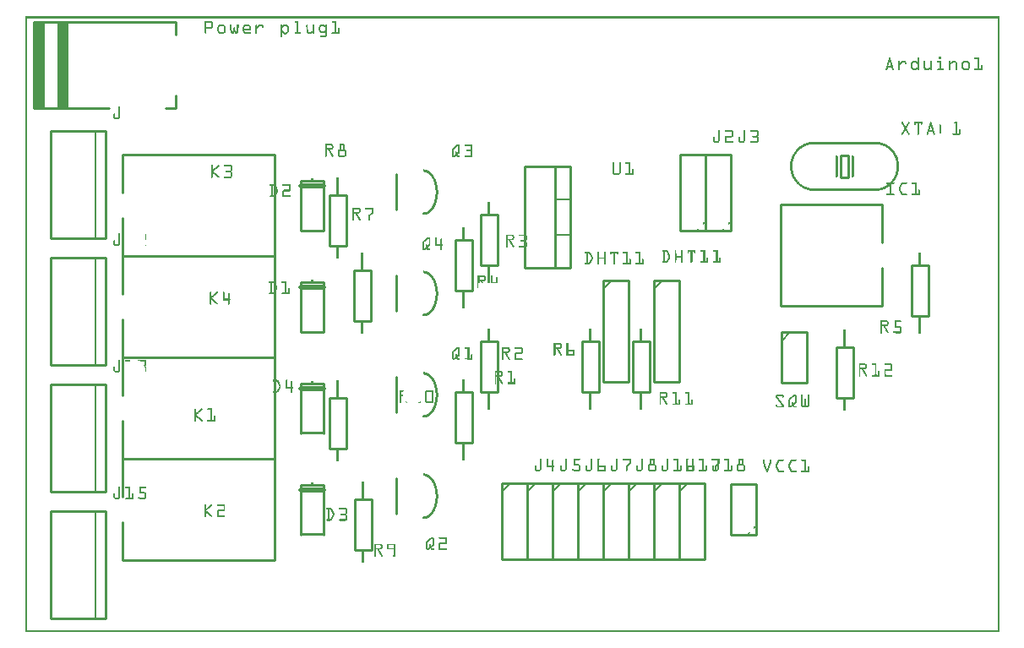
<source format=gto>
G04 MADE WITH FRITZING*
G04 WWW.FRITZING.ORG*
G04 DOUBLE SIDED*
G04 HOLES PLATED*
G04 CONTOUR ON CENTER OF CONTOUR VECTOR*
%ASAXBY*%
%FSLAX23Y23*%
%MOIN*%
%OFA0B0*%
%SFA1.0B1.0*%
%ADD10R,0.038714X0.096457X0.019029X0.076772*%
%ADD11C,0.009843*%
%ADD12C,0.010000*%
%ADD13C,0.005000*%
%ADD14C,0.020000*%
%LNSILK1*%
G90*
G70*
G54D11*
X3223Y1879D02*
X3252Y1879D01*
X3252Y1792D01*
X3223Y1792D01*
X3223Y1879D01*
D02*
G54D12*
X106Y1475D02*
X106Y1052D01*
D02*
X106Y1052D02*
X322Y1052D01*
D02*
X322Y1052D02*
X322Y1475D01*
D02*
X322Y1475D02*
X106Y1475D01*
G54D13*
D02*
X282Y1052D02*
X282Y1475D01*
G54D12*
D02*
X106Y1975D02*
X106Y1552D01*
D02*
X106Y1552D02*
X322Y1552D01*
D02*
X322Y1552D02*
X322Y1975D01*
D02*
X322Y1975D02*
X106Y1975D01*
G54D13*
D02*
X282Y1552D02*
X282Y1975D01*
G54D12*
D02*
X106Y475D02*
X106Y52D01*
D02*
X106Y52D02*
X322Y52D01*
D02*
X322Y52D02*
X322Y475D01*
D02*
X322Y475D02*
X106Y475D01*
G54D13*
D02*
X282Y52D02*
X282Y475D01*
G54D12*
D02*
X106Y975D02*
X106Y552D01*
D02*
X106Y552D02*
X322Y552D01*
D02*
X322Y552D02*
X322Y975D01*
D02*
X322Y975D02*
X106Y975D01*
G54D13*
D02*
X282Y552D02*
X282Y975D01*
G54D12*
D02*
X2384Y586D02*
X2384Y286D01*
D02*
X2384Y286D02*
X2484Y286D01*
D02*
X2484Y286D02*
X2484Y586D01*
D02*
X2484Y586D02*
X2384Y586D01*
G54D13*
D02*
X2384Y551D02*
X2419Y586D01*
G54D12*
D02*
X2484Y586D02*
X2484Y286D01*
D02*
X2484Y286D02*
X2584Y286D01*
D02*
X2584Y286D02*
X2584Y586D01*
D02*
X2584Y586D02*
X2484Y586D01*
G54D13*
D02*
X2484Y551D02*
X2519Y586D01*
G54D12*
D02*
X2584Y586D02*
X2584Y286D01*
D02*
X2584Y286D02*
X2684Y286D01*
D02*
X2684Y286D02*
X2684Y586D01*
D02*
X2684Y586D02*
X2584Y586D01*
G54D13*
D02*
X2584Y551D02*
X2619Y586D01*
G54D12*
D02*
X1470Y866D02*
X1470Y1006D01*
D02*
X1470Y466D02*
X1470Y606D01*
D02*
X1470Y1666D02*
X1470Y1806D01*
D02*
X1470Y1266D02*
X1470Y1406D01*
D02*
X1701Y745D02*
X1701Y945D01*
D02*
X1701Y945D02*
X1767Y945D01*
D02*
X1767Y945D02*
X1767Y745D01*
D02*
X1767Y745D02*
X1701Y745D01*
D02*
X1801Y1445D02*
X1801Y1645D01*
D02*
X1801Y1645D02*
X1867Y1645D01*
D02*
X1867Y1645D02*
X1867Y1445D01*
D02*
X1867Y1445D02*
X1801Y1445D01*
D02*
X1701Y1345D02*
X1701Y1545D01*
D02*
X1701Y1545D02*
X1767Y1545D01*
D02*
X1767Y1545D02*
X1767Y1345D01*
D02*
X1767Y1345D02*
X1701Y1345D01*
D02*
X1801Y945D02*
X1801Y1145D01*
D02*
X1801Y1145D02*
X1867Y1145D01*
D02*
X1867Y1145D02*
X1867Y945D01*
D02*
X1867Y945D02*
X1801Y945D01*
D02*
X388Y682D02*
X988Y682D01*
D02*
X988Y682D02*
X988Y1082D01*
D02*
X988Y1082D02*
X388Y1082D01*
D02*
X388Y682D02*
X388Y832D01*
D02*
X388Y932D02*
X388Y1082D01*
D02*
X388Y282D02*
X988Y282D01*
D02*
X988Y282D02*
X988Y682D01*
D02*
X988Y682D02*
X388Y682D01*
D02*
X388Y282D02*
X388Y432D01*
D02*
X388Y532D02*
X388Y682D01*
D02*
X388Y1482D02*
X988Y1482D01*
D02*
X988Y1482D02*
X988Y1882D01*
D02*
X988Y1882D02*
X388Y1882D01*
D02*
X388Y1482D02*
X388Y1632D01*
D02*
X388Y1732D02*
X388Y1882D01*
D02*
X388Y1082D02*
X988Y1082D01*
D02*
X988Y1082D02*
X988Y1482D01*
D02*
X988Y1482D02*
X388Y1482D01*
D02*
X388Y1082D02*
X388Y1232D01*
D02*
X388Y1332D02*
X388Y1482D01*
D02*
X1183Y1378D02*
X1183Y1183D01*
D02*
X1183Y1183D02*
X1093Y1183D01*
D02*
X1093Y1183D02*
X1093Y1378D01*
D02*
X1093Y1378D02*
X1183Y1378D01*
G54D14*
D02*
X1093Y1358D02*
X1183Y1358D01*
G54D12*
D02*
X1183Y978D02*
X1183Y783D01*
D02*
X1093Y783D02*
X1093Y978D01*
D02*
X1093Y978D02*
X1183Y978D01*
G54D14*
D02*
X1093Y958D02*
X1183Y958D01*
G54D12*
D02*
X1183Y1778D02*
X1183Y1583D01*
D02*
X1183Y1583D02*
X1093Y1583D01*
D02*
X1093Y1583D02*
X1093Y1778D01*
D02*
X1093Y1778D02*
X1183Y1778D01*
G54D14*
D02*
X1093Y1758D02*
X1183Y1758D01*
G54D12*
D02*
X1183Y578D02*
X1183Y383D01*
D02*
X1093Y383D02*
X1093Y578D01*
D02*
X1093Y578D02*
X1183Y578D01*
G54D14*
D02*
X1093Y558D02*
X1183Y558D01*
G54D12*
D02*
X2154Y1836D02*
X2154Y1436D01*
D02*
X2154Y1436D02*
X1974Y1436D01*
D02*
X1974Y1436D02*
X1974Y1836D01*
D02*
X1974Y1836D02*
X2154Y1836D01*
D02*
X2154Y1836D02*
X2154Y1436D01*
D02*
X2154Y1436D02*
X2094Y1436D01*
D02*
X2094Y1436D02*
X2094Y1836D01*
D02*
X2094Y1836D02*
X2154Y1836D01*
G54D13*
D02*
X2154Y1706D02*
X2094Y1706D01*
D02*
X2154Y1566D02*
X2094Y1566D01*
G54D12*
D02*
X3384Y1686D02*
X2984Y1686D01*
D02*
X2984Y1686D02*
X2984Y1286D01*
D02*
X2984Y1286D02*
X3384Y1286D01*
D02*
X3384Y1686D02*
X3384Y1536D01*
D02*
X3384Y1436D02*
X3384Y1286D01*
D02*
X2888Y382D02*
X2888Y582D01*
D02*
X2888Y582D02*
X2788Y582D01*
D02*
X2788Y582D02*
X2788Y382D01*
D02*
X2788Y382D02*
X2888Y382D01*
D02*
X3501Y1245D02*
X3501Y1445D01*
D02*
X3501Y1445D02*
X3567Y1445D01*
D02*
X3567Y1445D02*
X3567Y1245D01*
D02*
X3567Y1245D02*
X3501Y1245D01*
D02*
X2688Y1582D02*
X2688Y1882D01*
D02*
X2688Y1882D02*
X2588Y1882D01*
D02*
X2588Y1882D02*
X2588Y1582D01*
D02*
X2588Y1582D02*
X2688Y1582D01*
D02*
X2788Y1582D02*
X2788Y1882D01*
D02*
X2788Y1882D02*
X2688Y1882D01*
D02*
X2688Y1882D02*
X2688Y1582D01*
D02*
X2688Y1582D02*
X2788Y1582D01*
D02*
X2201Y945D02*
X2201Y1145D01*
D02*
X2201Y1145D02*
X2267Y1145D01*
D02*
X2267Y1145D02*
X2267Y945D01*
D02*
X2267Y945D02*
X2201Y945D01*
D02*
X2401Y945D02*
X2401Y1145D01*
D02*
X2401Y1145D02*
X2467Y1145D01*
D02*
X2467Y1145D02*
X2467Y945D01*
D02*
X2467Y945D02*
X2401Y945D01*
D02*
X1884Y586D02*
X1884Y286D01*
D02*
X1884Y286D02*
X1984Y286D01*
D02*
X1984Y286D02*
X1984Y586D01*
D02*
X1984Y586D02*
X1884Y586D01*
G54D13*
D02*
X1884Y551D02*
X1919Y586D01*
G54D12*
D02*
X2184Y586D02*
X2184Y286D01*
D02*
X2184Y286D02*
X2284Y286D01*
D02*
X2284Y286D02*
X2284Y586D01*
D02*
X2284Y586D02*
X2184Y586D01*
G54D13*
D02*
X2184Y551D02*
X2219Y586D01*
G54D12*
D02*
X1984Y586D02*
X1984Y286D01*
D02*
X1984Y286D02*
X2084Y286D01*
D02*
X2084Y286D02*
X2084Y586D01*
D02*
X2084Y586D02*
X1984Y586D01*
G54D13*
D02*
X1984Y551D02*
X2019Y586D01*
G54D12*
D02*
X2284Y586D02*
X2284Y286D01*
D02*
X2284Y286D02*
X2384Y286D01*
D02*
X2384Y286D02*
X2384Y586D01*
D02*
X2384Y586D02*
X2284Y586D01*
G54D13*
D02*
X2284Y551D02*
X2319Y586D01*
G54D12*
D02*
X2084Y586D02*
X2084Y286D01*
D02*
X2084Y286D02*
X2184Y286D01*
D02*
X2184Y286D02*
X2184Y586D01*
D02*
X2184Y586D02*
X2084Y586D01*
G54D13*
D02*
X2084Y551D02*
X2119Y586D01*
G54D12*
D02*
X334Y2066D02*
X39Y2066D01*
D02*
X39Y2066D02*
X39Y2406D01*
D02*
X39Y2406D02*
X599Y2406D01*
D02*
X599Y2406D02*
X599Y2356D01*
D02*
X559Y2066D02*
X599Y2066D01*
D02*
X599Y2066D02*
X599Y2116D01*
D02*
X39Y2066D02*
X39Y2406D01*
D02*
X44Y2066D02*
X44Y2406D01*
D02*
X49Y2066D02*
X49Y2406D01*
D02*
X54Y2066D02*
X54Y2406D01*
D02*
X59Y2066D02*
X59Y2406D01*
D02*
X64Y2066D02*
X64Y2406D01*
D02*
X69Y2066D02*
X69Y2406D01*
D02*
X74Y2066D02*
X74Y2406D01*
D02*
X169Y2066D02*
X169Y2406D01*
D02*
X164Y2066D02*
X164Y2406D01*
D02*
X159Y2066D02*
X159Y2406D01*
D02*
X154Y2066D02*
X154Y2406D01*
D02*
X149Y2066D02*
X149Y2406D01*
D02*
X144Y2066D02*
X144Y2406D01*
D02*
X139Y2066D02*
X139Y2406D01*
D02*
X134Y2066D02*
X134Y2406D01*
D02*
X1367Y1426D02*
X1367Y1226D01*
D02*
X1367Y1226D02*
X1301Y1226D01*
D02*
X1301Y1226D02*
X1301Y1426D01*
D02*
X1301Y1426D02*
X1367Y1426D01*
D02*
X1371Y522D02*
X1371Y322D01*
D02*
X1371Y322D02*
X1305Y322D01*
D02*
X1305Y322D02*
X1305Y522D01*
D02*
X1305Y522D02*
X1371Y522D01*
D02*
X1271Y1722D02*
X1271Y1522D01*
D02*
X1271Y1522D02*
X1205Y1522D01*
D02*
X1205Y1522D02*
X1205Y1722D01*
D02*
X1205Y1722D02*
X1271Y1722D01*
D02*
X1271Y922D02*
X1271Y722D01*
D02*
X1271Y722D02*
X1205Y722D01*
D02*
X1205Y722D02*
X1205Y922D01*
D02*
X1205Y922D02*
X1271Y922D01*
D02*
X2284Y1386D02*
X2284Y986D01*
D02*
X2284Y986D02*
X2384Y986D01*
D02*
X2384Y986D02*
X2384Y1386D01*
D02*
X2384Y1386D02*
X2284Y1386D01*
G54D13*
D02*
X2284Y1351D02*
X2319Y1386D01*
G54D12*
D02*
X2484Y1386D02*
X2484Y986D01*
D02*
X2484Y986D02*
X2584Y986D01*
D02*
X2584Y986D02*
X2584Y1386D01*
D02*
X2584Y1386D02*
X2484Y1386D01*
G54D13*
D02*
X2484Y1351D02*
X2519Y1386D01*
G54D12*
D02*
X3271Y1122D02*
X3271Y922D01*
D02*
X3271Y922D02*
X3205Y922D01*
D02*
X3205Y922D02*
X3205Y1122D01*
D02*
X3205Y1122D02*
X3271Y1122D01*
D02*
X2988Y1182D02*
X2988Y982D01*
D02*
X2988Y982D02*
X3088Y982D01*
D02*
X3088Y982D02*
X3088Y1182D01*
D02*
X3088Y1182D02*
X2988Y1182D01*
G54D13*
D02*
X2988Y1147D02*
X3023Y1182D01*
G36*
X4Y2428D02*
X4Y2420D01*
X3842Y2420D01*
X3842Y5D01*
X3848Y5D01*
X3848Y2428D01*
X4Y2428D01*
G37*
D02*
G36*
X4Y2420D02*
X4Y5D01*
X12Y5D01*
X12Y2420D01*
X4Y2420D01*
G37*
D02*
G36*
X4Y5D02*
X4Y4D01*
X3848Y4D01*
X3848Y5D01*
X4Y5D01*
G37*
D02*
G36*
X4Y5D02*
X4Y4D01*
X3848Y4D01*
X3848Y5D01*
X4Y5D01*
G37*
D02*
G36*
X4Y4D02*
X4Y-1D01*
X3848Y-1D01*
X3848Y4D01*
X4Y4D01*
G37*
D02*
G36*
X713Y2409D02*
X713Y2403D01*
X738Y2403D01*
X738Y2402D01*
X739Y2402D01*
X739Y2385D01*
X737Y2385D01*
X737Y2384D01*
X746Y2384D01*
X746Y2403D01*
X745Y2403D01*
X745Y2405D01*
X744Y2405D01*
X744Y2406D01*
X743Y2406D01*
X743Y2407D01*
X742Y2407D01*
X742Y2408D01*
X740Y2408D01*
X740Y2409D01*
X713Y2409D01*
G37*
D02*
G36*
X713Y2403D02*
X713Y2384D01*
X720Y2384D01*
X720Y2403D01*
X713Y2403D01*
G37*
D02*
G36*
X713Y2384D02*
X713Y2383D01*
X745Y2383D01*
X745Y2384D01*
X713Y2384D01*
G37*
D02*
G36*
X713Y2384D02*
X713Y2383D01*
X745Y2383D01*
X745Y2384D01*
X713Y2384D01*
G37*
D02*
G36*
X713Y2383D02*
X713Y2361D01*
X714Y2361D01*
X714Y2359D01*
X715Y2359D01*
X715Y2358D01*
X718Y2358D01*
X718Y2359D01*
X719Y2359D01*
X719Y2360D01*
X720Y2360D01*
X720Y2378D01*
X740Y2378D01*
X740Y2379D01*
X742Y2379D01*
X742Y2380D01*
X743Y2380D01*
X743Y2381D01*
X744Y2381D01*
X744Y2382D01*
X745Y2382D01*
X745Y2383D01*
X713Y2383D01*
G37*
D02*
G36*
X1068Y2409D02*
X1068Y2408D01*
X1067Y2408D01*
X1067Y2404D01*
X1068Y2404D01*
X1068Y2403D01*
X1076Y2403D01*
X1076Y2365D01*
X1069Y2365D01*
X1069Y2364D01*
X1067Y2364D01*
X1067Y2359D01*
X1068Y2359D01*
X1068Y2358D01*
X1091Y2358D01*
X1091Y2359D01*
X1092Y2359D01*
X1092Y2360D01*
X1093Y2360D01*
X1093Y2363D01*
X1092Y2363D01*
X1092Y2364D01*
X1091Y2364D01*
X1091Y2365D01*
X1083Y2365D01*
X1083Y2408D01*
X1082Y2408D01*
X1082Y2409D01*
X1068Y2409D01*
G37*
D02*
G36*
X1214Y2409D02*
X1214Y2407D01*
X1213Y2407D01*
X1213Y2405D01*
X1214Y2405D01*
X1214Y2404D01*
X1215Y2404D01*
X1215Y2403D01*
X1226Y2403D01*
X1226Y2365D01*
X1233Y2365D01*
X1233Y2409D01*
X1214Y2409D01*
G37*
D02*
G36*
X1240Y2381D02*
X1240Y2378D01*
X1239Y2378D01*
X1239Y2365D01*
X1246Y2365D01*
X1246Y2380D01*
X1245Y2380D01*
X1245Y2381D01*
X1240Y2381D01*
G37*
D02*
G36*
X1215Y2365D02*
X1215Y2364D01*
X1246Y2364D01*
X1246Y2365D01*
X1215Y2365D01*
G37*
D02*
G36*
X1215Y2365D02*
X1215Y2364D01*
X1246Y2364D01*
X1246Y2365D01*
X1215Y2365D01*
G37*
D02*
G36*
X1214Y2364D02*
X1214Y2362D01*
X1213Y2362D01*
X1213Y2360D01*
X1214Y2360D01*
X1214Y2359D01*
X1215Y2359D01*
X1215Y2358D01*
X1244Y2358D01*
X1244Y2359D01*
X1245Y2359D01*
X1245Y2360D01*
X1246Y2360D01*
X1246Y2364D01*
X1214Y2364D01*
G37*
D02*
G36*
X1015Y2397D02*
X1015Y2396D01*
X1014Y2396D01*
X1014Y2395D01*
X1013Y2395D01*
X1013Y2392D01*
X1020Y2392D01*
X1020Y2395D01*
X1019Y2395D01*
X1019Y2396D01*
X1018Y2396D01*
X1018Y2397D01*
X1015Y2397D01*
G37*
D02*
G36*
X1027Y2397D02*
X1027Y2396D01*
X1024Y2396D01*
X1024Y2395D01*
X1023Y2395D01*
X1023Y2394D01*
X1022Y2394D01*
X1022Y2393D01*
X1021Y2393D01*
X1021Y2392D01*
X1039Y2392D01*
X1039Y2393D01*
X1038Y2393D01*
X1038Y2394D01*
X1037Y2394D01*
X1037Y2395D01*
X1036Y2395D01*
X1036Y2396D01*
X1033Y2396D01*
X1033Y2397D01*
X1027Y2397D01*
G37*
D02*
G36*
X1013Y2392D02*
X1013Y2391D01*
X1040Y2391D01*
X1040Y2392D01*
X1013Y2392D01*
G37*
D02*
G36*
X1013Y2392D02*
X1013Y2391D01*
X1040Y2391D01*
X1040Y2392D01*
X1013Y2392D01*
G37*
D02*
G36*
X1013Y2391D02*
X1013Y2390D01*
X1033Y2390D01*
X1033Y2389D01*
X1034Y2389D01*
X1034Y2388D01*
X1035Y2388D01*
X1035Y2387D01*
X1036Y2387D01*
X1036Y2386D01*
X1037Y2386D01*
X1037Y2385D01*
X1038Y2385D01*
X1038Y2384D01*
X1039Y2384D01*
X1039Y2369D01*
X1038Y2369D01*
X1038Y2368D01*
X1037Y2368D01*
X1037Y2367D01*
X1035Y2367D01*
X1035Y2366D01*
X1034Y2366D01*
X1034Y2365D01*
X1033Y2365D01*
X1033Y2364D01*
X1031Y2364D01*
X1031Y2363D01*
X1042Y2363D01*
X1042Y2364D01*
X1043Y2364D01*
X1043Y2365D01*
X1044Y2365D01*
X1044Y2366D01*
X1045Y2366D01*
X1045Y2368D01*
X1046Y2368D01*
X1046Y2386D01*
X1045Y2386D01*
X1045Y2387D01*
X1044Y2387D01*
X1044Y2389D01*
X1043Y2389D01*
X1043Y2390D01*
X1042Y2390D01*
X1042Y2391D01*
X1013Y2391D01*
G37*
D02*
G36*
X1013Y2390D02*
X1013Y2363D01*
X1028Y2363D01*
X1028Y2364D01*
X1027Y2364D01*
X1027Y2365D01*
X1026Y2365D01*
X1026Y2366D01*
X1025Y2366D01*
X1025Y2367D01*
X1024Y2367D01*
X1024Y2368D01*
X1023Y2368D01*
X1023Y2369D01*
X1022Y2369D01*
X1022Y2370D01*
X1021Y2370D01*
X1021Y2371D01*
X1020Y2371D01*
X1020Y2383D01*
X1021Y2383D01*
X1021Y2384D01*
X1022Y2384D01*
X1022Y2385D01*
X1023Y2385D01*
X1023Y2386D01*
X1024Y2386D01*
X1024Y2387D01*
X1025Y2387D01*
X1025Y2388D01*
X1026Y2388D01*
X1026Y2389D01*
X1027Y2389D01*
X1027Y2390D01*
X1013Y2390D01*
G37*
D02*
G36*
X1013Y2363D02*
X1013Y2362D01*
X1041Y2362D01*
X1041Y2363D01*
X1013Y2363D01*
G37*
D02*
G36*
X1013Y2363D02*
X1013Y2362D01*
X1041Y2362D01*
X1041Y2363D01*
X1013Y2363D01*
G37*
D02*
G36*
X1013Y2362D02*
X1013Y2361D01*
X1021Y2361D01*
X1021Y2360D01*
X1022Y2360D01*
X1022Y2359D01*
X1024Y2359D01*
X1024Y2358D01*
X1025Y2358D01*
X1025Y2357D01*
X1034Y2357D01*
X1034Y2358D01*
X1036Y2358D01*
X1036Y2359D01*
X1037Y2359D01*
X1037Y2360D01*
X1039Y2360D01*
X1039Y2361D01*
X1040Y2361D01*
X1040Y2362D01*
X1013Y2362D01*
G37*
D02*
G36*
X1013Y2361D02*
X1013Y2347D01*
X1014Y2347D01*
X1014Y2345D01*
X1015Y2345D01*
X1015Y2344D01*
X1018Y2344D01*
X1018Y2345D01*
X1019Y2345D01*
X1019Y2346D01*
X1020Y2346D01*
X1020Y2361D01*
X1013Y2361D01*
G37*
D02*
G36*
X771Y2395D02*
X771Y2394D01*
X770Y2394D01*
X770Y2393D01*
X768Y2393D01*
X768Y2392D01*
X767Y2392D01*
X767Y2391D01*
X766Y2391D01*
X766Y2390D01*
X765Y2390D01*
X765Y2389D01*
X785Y2389D01*
X785Y2388D01*
X787Y2388D01*
X787Y2387D01*
X788Y2387D01*
X788Y2386D01*
X789Y2386D01*
X789Y2368D01*
X788Y2368D01*
X788Y2367D01*
X787Y2367D01*
X787Y2366D01*
X786Y2366D01*
X786Y2365D01*
X795Y2365D01*
X795Y2367D01*
X796Y2367D01*
X796Y2387D01*
X795Y2387D01*
X795Y2389D01*
X794Y2389D01*
X794Y2390D01*
X793Y2390D01*
X793Y2391D01*
X792Y2391D01*
X792Y2392D01*
X791Y2392D01*
X791Y2393D01*
X790Y2393D01*
X790Y2394D01*
X788Y2394D01*
X788Y2395D01*
X771Y2395D01*
G37*
D02*
G36*
X765Y2389D02*
X765Y2388D01*
X764Y2388D01*
X764Y2385D01*
X763Y2385D01*
X763Y2368D01*
X764Y2368D01*
X764Y2365D01*
X774Y2365D01*
X774Y2366D01*
X772Y2366D01*
X772Y2367D01*
X771Y2367D01*
X771Y2368D01*
X770Y2368D01*
X770Y2385D01*
X771Y2385D01*
X771Y2386D01*
X772Y2386D01*
X772Y2387D01*
X773Y2387D01*
X773Y2388D01*
X774Y2388D01*
X774Y2389D01*
X765Y2389D01*
G37*
D02*
G36*
X765Y2365D02*
X765Y2364D01*
X794Y2364D01*
X794Y2365D01*
X765Y2365D01*
G37*
D02*
G36*
X765Y2365D02*
X765Y2364D01*
X794Y2364D01*
X794Y2365D01*
X765Y2365D01*
G37*
D02*
G36*
X766Y2364D02*
X766Y2363D01*
X767Y2363D01*
X767Y2362D01*
X768Y2362D01*
X768Y2361D01*
X769Y2361D01*
X769Y2360D01*
X771Y2360D01*
X771Y2359D01*
X773Y2359D01*
X773Y2358D01*
X787Y2358D01*
X787Y2359D01*
X789Y2359D01*
X789Y2360D01*
X790Y2360D01*
X790Y2361D01*
X792Y2361D01*
X792Y2362D01*
X793Y2362D01*
X793Y2363D01*
X794Y2363D01*
X794Y2364D01*
X766Y2364D01*
G37*
D02*
G36*
X814Y2395D02*
X814Y2394D01*
X813Y2394D01*
X813Y2372D01*
X814Y2372D01*
X814Y2368D01*
X815Y2368D01*
X815Y2367D01*
X822Y2367D01*
X822Y2368D01*
X821Y2368D01*
X821Y2371D01*
X820Y2371D01*
X820Y2386D01*
X819Y2386D01*
X819Y2394D01*
X818Y2394D01*
X818Y2395D01*
X814Y2395D01*
G37*
D02*
G36*
X841Y2395D02*
X841Y2394D01*
X840Y2394D01*
X840Y2373D01*
X839Y2373D01*
X839Y2370D01*
X838Y2370D01*
X838Y2367D01*
X845Y2367D01*
X845Y2370D01*
X846Y2370D01*
X846Y2383D01*
X847Y2383D01*
X847Y2394D01*
X846Y2394D01*
X846Y2395D01*
X841Y2395D01*
G37*
D02*
G36*
X828Y2384D02*
X828Y2383D01*
X827Y2383D01*
X827Y2382D01*
X826Y2382D01*
X826Y2372D01*
X825Y2372D01*
X825Y2370D01*
X824Y2370D01*
X824Y2369D01*
X823Y2369D01*
X823Y2367D01*
X837Y2367D01*
X837Y2368D01*
X836Y2368D01*
X836Y2369D01*
X835Y2369D01*
X835Y2371D01*
X834Y2371D01*
X834Y2373D01*
X833Y2373D01*
X833Y2383D01*
X832Y2383D01*
X832Y2384D01*
X828Y2384D01*
G37*
D02*
G36*
X815Y2367D02*
X815Y2366D01*
X844Y2366D01*
X844Y2367D01*
X815Y2367D01*
G37*
D02*
G36*
X815Y2367D02*
X815Y2366D01*
X844Y2366D01*
X844Y2367D01*
X815Y2367D01*
G37*
D02*
G36*
X815Y2367D02*
X815Y2366D01*
X844Y2366D01*
X844Y2367D01*
X815Y2367D01*
G37*
D02*
G36*
X815Y2366D02*
X815Y2365D01*
X816Y2365D01*
X816Y2361D01*
X817Y2361D01*
X817Y2359D01*
X818Y2359D01*
X818Y2358D01*
X825Y2358D01*
X825Y2359D01*
X826Y2359D01*
X826Y2360D01*
X827Y2360D01*
X827Y2362D01*
X828Y2362D01*
X828Y2364D01*
X829Y2364D01*
X829Y2366D01*
X815Y2366D01*
G37*
D02*
G36*
X830Y2366D02*
X830Y2365D01*
X831Y2365D01*
X831Y2363D01*
X832Y2363D01*
X832Y2361D01*
X833Y2361D01*
X833Y2360D01*
X834Y2360D01*
X834Y2359D01*
X835Y2359D01*
X835Y2358D01*
X841Y2358D01*
X841Y2359D01*
X842Y2359D01*
X842Y2360D01*
X843Y2360D01*
X843Y2363D01*
X844Y2363D01*
X844Y2366D01*
X830Y2366D01*
G37*
D02*
G36*
X871Y2395D02*
X871Y2394D01*
X870Y2394D01*
X870Y2393D01*
X868Y2393D01*
X868Y2392D01*
X867Y2392D01*
X867Y2391D01*
X866Y2391D01*
X866Y2390D01*
X865Y2390D01*
X865Y2389D01*
X885Y2389D01*
X885Y2388D01*
X887Y2388D01*
X887Y2387D01*
X888Y2387D01*
X888Y2386D01*
X889Y2386D01*
X889Y2379D01*
X896Y2379D01*
X896Y2387D01*
X895Y2387D01*
X895Y2389D01*
X894Y2389D01*
X894Y2390D01*
X893Y2390D01*
X893Y2391D01*
X892Y2391D01*
X892Y2392D01*
X891Y2392D01*
X891Y2393D01*
X890Y2393D01*
X890Y2394D01*
X888Y2394D01*
X888Y2395D01*
X871Y2395D01*
G37*
D02*
G36*
X865Y2389D02*
X865Y2388D01*
X864Y2388D01*
X864Y2385D01*
X863Y2385D01*
X863Y2379D01*
X870Y2379D01*
X870Y2385D01*
X871Y2385D01*
X871Y2386D01*
X872Y2386D01*
X872Y2387D01*
X873Y2387D01*
X873Y2388D01*
X874Y2388D01*
X874Y2389D01*
X865Y2389D01*
G37*
D02*
G36*
X863Y2379D02*
X863Y2378D01*
X896Y2378D01*
X896Y2379D01*
X863Y2379D01*
G37*
D02*
G36*
X863Y2379D02*
X863Y2378D01*
X896Y2378D01*
X896Y2379D01*
X863Y2379D01*
G37*
D02*
G36*
X863Y2378D02*
X863Y2368D01*
X864Y2368D01*
X864Y2365D01*
X865Y2365D01*
X865Y2364D01*
X866Y2364D01*
X866Y2363D01*
X867Y2363D01*
X867Y2362D01*
X868Y2362D01*
X868Y2361D01*
X869Y2361D01*
X869Y2360D01*
X871Y2360D01*
X871Y2359D01*
X873Y2359D01*
X873Y2358D01*
X894Y2358D01*
X894Y2359D01*
X895Y2359D01*
X895Y2360D01*
X896Y2360D01*
X896Y2363D01*
X895Y2363D01*
X895Y2364D01*
X894Y2364D01*
X894Y2365D01*
X874Y2365D01*
X874Y2366D01*
X872Y2366D01*
X872Y2367D01*
X871Y2367D01*
X871Y2368D01*
X870Y2368D01*
X870Y2372D01*
X894Y2372D01*
X894Y2373D01*
X896Y2373D01*
X896Y2378D01*
X863Y2378D01*
G37*
D02*
G36*
X914Y2395D02*
X914Y2393D01*
X913Y2393D01*
X913Y2389D01*
X920Y2389D01*
X920Y2394D01*
X919Y2394D01*
X919Y2395D01*
X914Y2395D01*
G37*
D02*
G36*
X927Y2395D02*
X927Y2394D01*
X926Y2394D01*
X926Y2393D01*
X925Y2393D01*
X925Y2392D01*
X924Y2392D01*
X924Y2391D01*
X923Y2391D01*
X923Y2390D01*
X921Y2390D01*
X921Y2389D01*
X938Y2389D01*
X938Y2388D01*
X939Y2388D01*
X939Y2385D01*
X940Y2385D01*
X940Y2381D01*
X945Y2381D01*
X945Y2382D01*
X946Y2382D01*
X946Y2389D01*
X945Y2389D01*
X945Y2391D01*
X944Y2391D01*
X944Y2392D01*
X943Y2392D01*
X943Y2393D01*
X942Y2393D01*
X942Y2394D01*
X941Y2394D01*
X941Y2395D01*
X927Y2395D01*
G37*
D02*
G36*
X913Y2389D02*
X913Y2388D01*
X931Y2388D01*
X931Y2389D01*
X913Y2389D01*
G37*
D02*
G36*
X913Y2389D02*
X913Y2388D01*
X931Y2388D01*
X931Y2389D01*
X913Y2389D01*
G37*
D02*
G36*
X913Y2388D02*
X913Y2360D01*
X914Y2360D01*
X914Y2359D01*
X915Y2359D01*
X915Y2358D01*
X918Y2358D01*
X918Y2359D01*
X919Y2359D01*
X919Y2360D01*
X920Y2360D01*
X920Y2380D01*
X921Y2380D01*
X921Y2381D01*
X922Y2381D01*
X922Y2382D01*
X924Y2382D01*
X924Y2383D01*
X925Y2383D01*
X925Y2384D01*
X926Y2384D01*
X926Y2385D01*
X927Y2385D01*
X927Y2386D01*
X928Y2386D01*
X928Y2387D01*
X929Y2387D01*
X929Y2388D01*
X913Y2388D01*
G37*
D02*
G36*
X1114Y2395D02*
X1114Y2393D01*
X1113Y2393D01*
X1113Y2387D01*
X1114Y2387D01*
X1114Y2365D01*
X1122Y2365D01*
X1122Y2366D01*
X1121Y2366D01*
X1121Y2377D01*
X1120Y2377D01*
X1120Y2394D01*
X1119Y2394D01*
X1119Y2395D01*
X1114Y2395D01*
G37*
D02*
G36*
X1141Y2395D02*
X1141Y2394D01*
X1140Y2394D01*
X1140Y2392D01*
X1139Y2392D01*
X1139Y2371D01*
X1138Y2371D01*
X1138Y2370D01*
X1136Y2370D01*
X1136Y2369D01*
X1135Y2369D01*
X1135Y2368D01*
X1133Y2368D01*
X1133Y2367D01*
X1131Y2367D01*
X1131Y2366D01*
X1130Y2366D01*
X1130Y2365D01*
X1146Y2365D01*
X1146Y2394D01*
X1145Y2394D01*
X1145Y2395D01*
X1141Y2395D01*
G37*
D02*
G36*
X1115Y2365D02*
X1115Y2364D01*
X1146Y2364D01*
X1146Y2365D01*
X1115Y2365D01*
G37*
D02*
G36*
X1115Y2365D02*
X1115Y2364D01*
X1146Y2364D01*
X1146Y2365D01*
X1115Y2365D01*
G37*
D02*
G36*
X1115Y2364D02*
X1115Y2363D01*
X1139Y2363D01*
X1139Y2362D01*
X1140Y2362D01*
X1140Y2359D01*
X1141Y2359D01*
X1141Y2358D01*
X1144Y2358D01*
X1144Y2359D01*
X1145Y2359D01*
X1145Y2360D01*
X1146Y2360D01*
X1146Y2364D01*
X1115Y2364D01*
G37*
D02*
G36*
X1116Y2363D02*
X1116Y2362D01*
X1117Y2362D01*
X1117Y2361D01*
X1118Y2361D01*
X1118Y2360D01*
X1119Y2360D01*
X1119Y2359D01*
X1121Y2359D01*
X1121Y2358D01*
X1131Y2358D01*
X1131Y2359D01*
X1133Y2359D01*
X1133Y2360D01*
X1134Y2360D01*
X1134Y2361D01*
X1136Y2361D01*
X1136Y2362D01*
X1138Y2362D01*
X1138Y2363D01*
X1116Y2363D01*
G37*
D02*
G36*
X1171Y2395D02*
X1171Y2394D01*
X1170Y2394D01*
X1170Y2393D01*
X1168Y2393D01*
X1168Y2392D01*
X1188Y2392D01*
X1188Y2393D01*
X1186Y2393D01*
X1186Y2394D01*
X1185Y2394D01*
X1185Y2395D01*
X1171Y2395D01*
G37*
D02*
G36*
X1191Y2395D02*
X1191Y2394D01*
X1190Y2394D01*
X1190Y2392D01*
X1196Y2392D01*
X1196Y2394D01*
X1195Y2394D01*
X1195Y2395D01*
X1191Y2395D01*
G37*
D02*
G36*
X1167Y2392D02*
X1167Y2391D01*
X1196Y2391D01*
X1196Y2392D01*
X1167Y2392D01*
G37*
D02*
G36*
X1167Y2392D02*
X1167Y2391D01*
X1196Y2391D01*
X1196Y2392D01*
X1167Y2392D01*
G37*
D02*
G36*
X1166Y2391D02*
X1166Y2390D01*
X1165Y2390D01*
X1165Y2389D01*
X1182Y2389D01*
X1182Y2388D01*
X1183Y2388D01*
X1183Y2387D01*
X1185Y2387D01*
X1185Y2386D01*
X1186Y2386D01*
X1186Y2385D01*
X1187Y2385D01*
X1187Y2384D01*
X1188Y2384D01*
X1188Y2383D01*
X1189Y2383D01*
X1189Y2373D01*
X1188Y2373D01*
X1188Y2372D01*
X1186Y2372D01*
X1186Y2371D01*
X1185Y2371D01*
X1185Y2370D01*
X1184Y2370D01*
X1184Y2369D01*
X1183Y2369D01*
X1183Y2368D01*
X1196Y2368D01*
X1196Y2391D01*
X1166Y2391D01*
G37*
D02*
G36*
X1165Y2389D02*
X1165Y2388D01*
X1164Y2388D01*
X1164Y2385D01*
X1163Y2385D01*
X1163Y2371D01*
X1164Y2371D01*
X1164Y2368D01*
X1173Y2368D01*
X1173Y2369D01*
X1172Y2369D01*
X1172Y2370D01*
X1171Y2370D01*
X1171Y2371D01*
X1170Y2371D01*
X1170Y2385D01*
X1171Y2385D01*
X1171Y2386D01*
X1172Y2386D01*
X1172Y2387D01*
X1173Y2387D01*
X1173Y2388D01*
X1174Y2388D01*
X1174Y2389D01*
X1165Y2389D01*
G37*
D02*
G36*
X1165Y2368D02*
X1165Y2367D01*
X1196Y2367D01*
X1196Y2368D01*
X1165Y2368D01*
G37*
D02*
G36*
X1165Y2368D02*
X1165Y2367D01*
X1196Y2367D01*
X1196Y2368D01*
X1165Y2368D01*
G37*
D02*
G36*
X1166Y2367D02*
X1166Y2366D01*
X1167Y2366D01*
X1167Y2365D01*
X1189Y2365D01*
X1189Y2354D01*
X1188Y2354D01*
X1188Y2353D01*
X1187Y2353D01*
X1187Y2352D01*
X1186Y2352D01*
X1186Y2351D01*
X1169Y2351D01*
X1169Y2350D01*
X1167Y2350D01*
X1167Y2345D01*
X1168Y2345D01*
X1168Y2344D01*
X1186Y2344D01*
X1186Y2345D01*
X1189Y2345D01*
X1189Y2346D01*
X1190Y2346D01*
X1190Y2347D01*
X1191Y2347D01*
X1191Y2348D01*
X1193Y2348D01*
X1193Y2349D01*
X1194Y2349D01*
X1194Y2351D01*
X1195Y2351D01*
X1195Y2353D01*
X1196Y2353D01*
X1196Y2367D01*
X1166Y2367D01*
G37*
D02*
G36*
X1168Y2365D02*
X1168Y2364D01*
X1169Y2364D01*
X1169Y2363D01*
X1170Y2363D01*
X1170Y2362D01*
X1172Y2362D01*
X1172Y2361D01*
X1184Y2361D01*
X1184Y2362D01*
X1186Y2362D01*
X1186Y2363D01*
X1187Y2363D01*
X1187Y2364D01*
X1188Y2364D01*
X1188Y2365D01*
X1168Y2365D01*
G37*
D02*
G36*
X3611Y2269D02*
X3611Y2268D01*
X3610Y2268D01*
X3610Y2267D01*
X3609Y2267D01*
X3609Y2261D01*
X3610Y2261D01*
X3610Y2260D01*
X3611Y2260D01*
X3611Y2259D01*
X3617Y2259D01*
X3617Y2260D01*
X3618Y2260D01*
X3618Y2261D01*
X3619Y2261D01*
X3619Y2267D01*
X3618Y2267D01*
X3618Y2268D01*
X3616Y2268D01*
X3616Y2269D01*
X3611Y2269D01*
G37*
D02*
G36*
X3414Y2266D02*
X3414Y2265D01*
X3413Y2265D01*
X3413Y2264D01*
X3412Y2264D01*
X3412Y2261D01*
X3411Y2261D01*
X3411Y2257D01*
X3410Y2257D01*
X3410Y2254D01*
X3409Y2254D01*
X3409Y2250D01*
X3416Y2250D01*
X3416Y2247D01*
X3417Y2247D01*
X3417Y2244D01*
X3418Y2244D01*
X3418Y2240D01*
X3419Y2240D01*
X3419Y2237D01*
X3420Y2237D01*
X3420Y2232D01*
X3428Y2232D01*
X3428Y2233D01*
X3427Y2233D01*
X3427Y2237D01*
X3426Y2237D01*
X3426Y2240D01*
X3425Y2240D01*
X3425Y2244D01*
X3424Y2244D01*
X3424Y2247D01*
X3423Y2247D01*
X3423Y2250D01*
X3422Y2250D01*
X3422Y2254D01*
X3421Y2254D01*
X3421Y2257D01*
X3420Y2257D01*
X3420Y2261D01*
X3419Y2261D01*
X3419Y2264D01*
X3418Y2264D01*
X3418Y2265D01*
X3417Y2265D01*
X3417Y2266D01*
X3414Y2266D01*
G37*
D02*
G36*
X3408Y2250D02*
X3408Y2247D01*
X3407Y2247D01*
X3407Y2244D01*
X3406Y2244D01*
X3406Y2240D01*
X3405Y2240D01*
X3405Y2237D01*
X3404Y2237D01*
X3404Y2233D01*
X3403Y2233D01*
X3403Y2232D01*
X3410Y2232D01*
X3410Y2234D01*
X3411Y2234D01*
X3411Y2237D01*
X3412Y2237D01*
X3412Y2241D01*
X3413Y2241D01*
X3413Y2244D01*
X3414Y2244D01*
X3414Y2247D01*
X3415Y2247D01*
X3415Y2250D01*
X3408Y2250D01*
G37*
D02*
G36*
X3403Y2232D02*
X3403Y2231D01*
X3428Y2231D01*
X3428Y2232D01*
X3403Y2232D01*
G37*
D02*
G36*
X3403Y2232D02*
X3403Y2231D01*
X3428Y2231D01*
X3428Y2232D01*
X3403Y2232D01*
G37*
D02*
G36*
X3403Y2231D02*
X3403Y2230D01*
X3402Y2230D01*
X3402Y2227D01*
X3401Y2227D01*
X3401Y2226D01*
X3423Y2226D01*
X3423Y2223D01*
X3424Y2223D01*
X3424Y2220D01*
X3425Y2220D01*
X3425Y2217D01*
X3426Y2217D01*
X3426Y2215D01*
X3431Y2215D01*
X3431Y2216D01*
X3432Y2216D01*
X3432Y2220D01*
X3431Y2220D01*
X3431Y2223D01*
X3430Y2223D01*
X3430Y2226D01*
X3429Y2226D01*
X3429Y2230D01*
X3428Y2230D01*
X3428Y2231D01*
X3403Y2231D01*
G37*
D02*
G36*
X3401Y2226D02*
X3401Y2223D01*
X3400Y2223D01*
X3400Y2220D01*
X3399Y2220D01*
X3399Y2216D01*
X3400Y2216D01*
X3400Y2215D01*
X3405Y2215D01*
X3405Y2217D01*
X3406Y2217D01*
X3406Y2220D01*
X3407Y2220D01*
X3407Y2223D01*
X3408Y2223D01*
X3408Y2226D01*
X3401Y2226D01*
G37*
D02*
G36*
X3751Y2266D02*
X3751Y2265D01*
X3750Y2265D01*
X3750Y2264D01*
X3749Y2264D01*
X3749Y2261D01*
X3750Y2261D01*
X3750Y2260D01*
X3751Y2260D01*
X3751Y2259D01*
X3762Y2259D01*
X3762Y2221D01*
X3769Y2221D01*
X3769Y2266D01*
X3751Y2266D01*
G37*
D02*
G36*
X3777Y2238D02*
X3777Y2237D01*
X3776Y2237D01*
X3776Y2236D01*
X3775Y2236D01*
X3775Y2221D01*
X3782Y2221D01*
X3782Y2236D01*
X3781Y2236D01*
X3781Y2237D01*
X3780Y2237D01*
X3780Y2238D01*
X3777Y2238D01*
G37*
D02*
G36*
X3750Y2221D02*
X3750Y2220D01*
X3782Y2220D01*
X3782Y2221D01*
X3750Y2221D01*
G37*
D02*
G36*
X3750Y2221D02*
X3750Y2220D01*
X3782Y2220D01*
X3782Y2221D01*
X3750Y2221D01*
G37*
D02*
G36*
X3750Y2220D02*
X3750Y2219D01*
X3749Y2219D01*
X3749Y2216D01*
X3750Y2216D01*
X3750Y2215D01*
X3781Y2215D01*
X3781Y2216D01*
X3782Y2216D01*
X3782Y2220D01*
X3750Y2220D01*
G37*
D02*
G36*
X3451Y2252D02*
X3451Y2251D01*
X3450Y2251D01*
X3450Y2250D01*
X3449Y2250D01*
X3449Y2245D01*
X3456Y2245D01*
X3456Y2250D01*
X3455Y2250D01*
X3455Y2251D01*
X3454Y2251D01*
X3454Y2252D01*
X3451Y2252D01*
G37*
D02*
G36*
X3464Y2252D02*
X3464Y2251D01*
X3463Y2251D01*
X3463Y2250D01*
X3461Y2250D01*
X3461Y2249D01*
X3460Y2249D01*
X3460Y2248D01*
X3459Y2248D01*
X3459Y2247D01*
X3458Y2247D01*
X3458Y2246D01*
X3457Y2246D01*
X3457Y2245D01*
X3474Y2245D01*
X3474Y2244D01*
X3475Y2244D01*
X3475Y2239D01*
X3476Y2239D01*
X3476Y2238D01*
X3477Y2238D01*
X3477Y2237D01*
X3480Y2237D01*
X3480Y2238D01*
X3481Y2238D01*
X3481Y2239D01*
X3482Y2239D01*
X3482Y2245D01*
X3481Y2245D01*
X3481Y2247D01*
X3480Y2247D01*
X3480Y2248D01*
X3479Y2248D01*
X3479Y2249D01*
X3478Y2249D01*
X3478Y2250D01*
X3477Y2250D01*
X3477Y2251D01*
X3475Y2251D01*
X3475Y2252D01*
X3464Y2252D01*
G37*
D02*
G36*
X3449Y2245D02*
X3449Y2244D01*
X3466Y2244D01*
X3466Y2245D01*
X3449Y2245D01*
G37*
D02*
G36*
X3449Y2245D02*
X3449Y2244D01*
X3466Y2244D01*
X3466Y2245D01*
X3449Y2245D01*
G37*
D02*
G36*
X3449Y2244D02*
X3449Y2216D01*
X3450Y2216D01*
X3450Y2215D01*
X3455Y2215D01*
X3455Y2217D01*
X3456Y2217D01*
X3456Y2237D01*
X3458Y2237D01*
X3458Y2238D01*
X3459Y2238D01*
X3459Y2239D01*
X3460Y2239D01*
X3460Y2240D01*
X3461Y2240D01*
X3461Y2241D01*
X3462Y2241D01*
X3462Y2242D01*
X3464Y2242D01*
X3464Y2243D01*
X3465Y2243D01*
X3465Y2244D01*
X3449Y2244D01*
G37*
D02*
G36*
X3527Y2266D02*
X3527Y2265D01*
X3526Y2265D01*
X3526Y2264D01*
X3525Y2264D01*
X3525Y2248D01*
X3532Y2248D01*
X3532Y2264D01*
X3531Y2264D01*
X3531Y2265D01*
X3530Y2265D01*
X3530Y2266D01*
X3527Y2266D01*
G37*
D02*
G36*
X3509Y2252D02*
X3509Y2251D01*
X3506Y2251D01*
X3506Y2250D01*
X3505Y2250D01*
X3505Y2249D01*
X3504Y2249D01*
X3504Y2248D01*
X3524Y2248D01*
X3524Y2249D01*
X3523Y2249D01*
X3523Y2250D01*
X3521Y2250D01*
X3521Y2251D01*
X3519Y2251D01*
X3519Y2252D01*
X3509Y2252D01*
G37*
D02*
G36*
X3503Y2248D02*
X3503Y2247D01*
X3532Y2247D01*
X3532Y2248D01*
X3503Y2248D01*
G37*
D02*
G36*
X3503Y2248D02*
X3503Y2247D01*
X3532Y2247D01*
X3532Y2248D01*
X3503Y2248D01*
G37*
D02*
G36*
X3502Y2247D02*
X3502Y2246D01*
X3501Y2246D01*
X3501Y2245D01*
X3518Y2245D01*
X3518Y2244D01*
X3520Y2244D01*
X3520Y2243D01*
X3521Y2243D01*
X3521Y2242D01*
X3522Y2242D01*
X3522Y2241D01*
X3523Y2241D01*
X3523Y2240D01*
X3524Y2240D01*
X3524Y2239D01*
X3525Y2239D01*
X3525Y2227D01*
X3524Y2227D01*
X3524Y2226D01*
X3523Y2226D01*
X3523Y2225D01*
X3521Y2225D01*
X3521Y2224D01*
X3520Y2224D01*
X3520Y2223D01*
X3519Y2223D01*
X3519Y2222D01*
X3518Y2222D01*
X3518Y2221D01*
X3532Y2221D01*
X3532Y2247D01*
X3502Y2247D01*
G37*
D02*
G36*
X3500Y2245D02*
X3500Y2243D01*
X3499Y2243D01*
X3499Y2224D01*
X3500Y2224D01*
X3500Y2221D01*
X3510Y2221D01*
X3510Y2222D01*
X3509Y2222D01*
X3509Y2223D01*
X3507Y2223D01*
X3507Y2224D01*
X3506Y2224D01*
X3506Y2242D01*
X3507Y2242D01*
X3507Y2243D01*
X3508Y2243D01*
X3508Y2244D01*
X3509Y2244D01*
X3509Y2245D01*
X3500Y2245D01*
G37*
D02*
G36*
X3501Y2221D02*
X3501Y2220D01*
X3532Y2220D01*
X3532Y2221D01*
X3501Y2221D01*
G37*
D02*
G36*
X3501Y2221D02*
X3501Y2220D01*
X3532Y2220D01*
X3532Y2221D01*
X3501Y2221D01*
G37*
D02*
G36*
X3502Y2220D02*
X3502Y2219D01*
X3503Y2219D01*
X3503Y2218D01*
X3525Y2218D01*
X3525Y2217D01*
X3526Y2217D01*
X3526Y2215D01*
X3531Y2215D01*
X3531Y2216D01*
X3532Y2216D01*
X3532Y2220D01*
X3502Y2220D01*
G37*
D02*
G36*
X3504Y2218D02*
X3504Y2217D01*
X3505Y2217D01*
X3505Y2216D01*
X3507Y2216D01*
X3507Y2215D01*
X3521Y2215D01*
X3521Y2216D01*
X3522Y2216D01*
X3522Y2217D01*
X3523Y2217D01*
X3523Y2218D01*
X3504Y2218D01*
G37*
D02*
G36*
X3551Y2252D02*
X3551Y2251D01*
X3550Y2251D01*
X3550Y2250D01*
X3549Y2250D01*
X3549Y2236D01*
X3550Y2236D01*
X3550Y2221D01*
X3558Y2221D01*
X3558Y2222D01*
X3557Y2222D01*
X3557Y2226D01*
X3556Y2226D01*
X3556Y2250D01*
X3555Y2250D01*
X3555Y2251D01*
X3554Y2251D01*
X3554Y2252D01*
X3551Y2252D01*
G37*
D02*
G36*
X3577Y2252D02*
X3577Y2251D01*
X3576Y2251D01*
X3576Y2250D01*
X3575Y2250D01*
X3575Y2228D01*
X3574Y2228D01*
X3574Y2227D01*
X3573Y2227D01*
X3573Y2226D01*
X3571Y2226D01*
X3571Y2225D01*
X3570Y2225D01*
X3570Y2224D01*
X3568Y2224D01*
X3568Y2223D01*
X3567Y2223D01*
X3567Y2222D01*
X3565Y2222D01*
X3565Y2221D01*
X3582Y2221D01*
X3582Y2250D01*
X3581Y2250D01*
X3581Y2251D01*
X3580Y2251D01*
X3580Y2252D01*
X3577Y2252D01*
G37*
D02*
G36*
X3551Y2221D02*
X3551Y2220D01*
X3582Y2220D01*
X3582Y2221D01*
X3551Y2221D01*
G37*
D02*
G36*
X3551Y2221D02*
X3551Y2220D01*
X3582Y2220D01*
X3582Y2221D01*
X3551Y2221D01*
G37*
D02*
G36*
X3551Y2220D02*
X3551Y2219D01*
X3552Y2219D01*
X3552Y2218D01*
X3553Y2218D01*
X3553Y2217D01*
X3554Y2217D01*
X3554Y2216D01*
X3556Y2216D01*
X3556Y2215D01*
X3568Y2215D01*
X3568Y2216D01*
X3570Y2216D01*
X3570Y2217D01*
X3571Y2217D01*
X3571Y2218D01*
X3573Y2218D01*
X3573Y2219D01*
X3574Y2219D01*
X3574Y2220D01*
X3551Y2220D01*
G37*
D02*
G36*
X3575Y2220D02*
X3575Y2217D01*
X3576Y2217D01*
X3576Y2215D01*
X3581Y2215D01*
X3581Y2216D01*
X3582Y2216D01*
X3582Y2220D01*
X3575Y2220D01*
G37*
D02*
G36*
X3604Y2252D02*
X3604Y2251D01*
X3603Y2251D01*
X3603Y2250D01*
X3602Y2250D01*
X3602Y2248D01*
X3603Y2248D01*
X3603Y2246D01*
X3604Y2246D01*
X3604Y2245D01*
X3612Y2245D01*
X3612Y2221D01*
X3604Y2221D01*
X3604Y2220D01*
X3603Y2220D01*
X3603Y2219D01*
X3602Y2219D01*
X3602Y2217D01*
X3603Y2217D01*
X3603Y2215D01*
X3628Y2215D01*
X3628Y2217D01*
X3629Y2217D01*
X3629Y2218D01*
X3628Y2218D01*
X3628Y2220D01*
X3627Y2220D01*
X3627Y2221D01*
X3619Y2221D01*
X3619Y2250D01*
X3618Y2250D01*
X3618Y2251D01*
X3617Y2251D01*
X3617Y2252D01*
X3604Y2252D01*
G37*
D02*
G36*
X3651Y2252D02*
X3651Y2251D01*
X3650Y2251D01*
X3650Y2250D01*
X3649Y2250D01*
X3649Y2247D01*
X3656Y2247D01*
X3656Y2250D01*
X3655Y2250D01*
X3655Y2251D01*
X3654Y2251D01*
X3654Y2252D01*
X3651Y2252D01*
G37*
D02*
G36*
X3665Y2252D02*
X3665Y2251D01*
X3662Y2251D01*
X3662Y2250D01*
X3661Y2250D01*
X3661Y2249D01*
X3659Y2249D01*
X3659Y2248D01*
X3658Y2248D01*
X3658Y2247D01*
X3679Y2247D01*
X3679Y2249D01*
X3678Y2249D01*
X3678Y2250D01*
X3676Y2250D01*
X3676Y2251D01*
X3674Y2251D01*
X3674Y2252D01*
X3665Y2252D01*
G37*
D02*
G36*
X3649Y2247D02*
X3649Y2246D01*
X3680Y2246D01*
X3680Y2247D01*
X3649Y2247D01*
G37*
D02*
G36*
X3649Y2247D02*
X3649Y2246D01*
X3680Y2246D01*
X3680Y2247D01*
X3649Y2247D01*
G37*
D02*
G36*
X3649Y2246D02*
X3649Y2245D01*
X3673Y2245D01*
X3673Y2244D01*
X3674Y2244D01*
X3674Y2238D01*
X3675Y2238D01*
X3675Y2216D01*
X3676Y2216D01*
X3676Y2215D01*
X3681Y2215D01*
X3681Y2216D01*
X3682Y2216D01*
X3682Y2228D01*
X3681Y2228D01*
X3681Y2245D01*
X3680Y2245D01*
X3680Y2246D01*
X3649Y2246D01*
G37*
D02*
G36*
X3649Y2245D02*
X3649Y2216D01*
X3650Y2216D01*
X3650Y2215D01*
X3655Y2215D01*
X3655Y2217D01*
X3656Y2217D01*
X3656Y2239D01*
X3657Y2239D01*
X3657Y2240D01*
X3659Y2240D01*
X3659Y2241D01*
X3661Y2241D01*
X3661Y2242D01*
X3662Y2242D01*
X3662Y2243D01*
X3664Y2243D01*
X3664Y2244D01*
X3665Y2244D01*
X3665Y2245D01*
X3649Y2245D01*
G37*
D02*
G36*
X3709Y2252D02*
X3709Y2251D01*
X3706Y2251D01*
X3706Y2250D01*
X3705Y2250D01*
X3705Y2249D01*
X3704Y2249D01*
X3704Y2248D01*
X3703Y2248D01*
X3703Y2247D01*
X3702Y2247D01*
X3702Y2246D01*
X3701Y2246D01*
X3701Y2245D01*
X3722Y2245D01*
X3722Y2244D01*
X3723Y2244D01*
X3723Y2243D01*
X3724Y2243D01*
X3724Y2242D01*
X3725Y2242D01*
X3725Y2224D01*
X3724Y2224D01*
X3724Y2223D01*
X3722Y2223D01*
X3722Y2222D01*
X3721Y2222D01*
X3721Y2221D01*
X3731Y2221D01*
X3731Y2224D01*
X3732Y2224D01*
X3732Y2243D01*
X3731Y2243D01*
X3731Y2245D01*
X3730Y2245D01*
X3730Y2246D01*
X3729Y2246D01*
X3729Y2247D01*
X3728Y2247D01*
X3728Y2248D01*
X3727Y2248D01*
X3727Y2249D01*
X3726Y2249D01*
X3726Y2250D01*
X3725Y2250D01*
X3725Y2251D01*
X3722Y2251D01*
X3722Y2252D01*
X3709Y2252D01*
G37*
D02*
G36*
X3700Y2245D02*
X3700Y2243D01*
X3699Y2243D01*
X3699Y2224D01*
X3700Y2224D01*
X3700Y2221D01*
X3710Y2221D01*
X3710Y2222D01*
X3709Y2222D01*
X3709Y2223D01*
X3707Y2223D01*
X3707Y2224D01*
X3706Y2224D01*
X3706Y2242D01*
X3707Y2242D01*
X3707Y2243D01*
X3708Y2243D01*
X3708Y2244D01*
X3709Y2244D01*
X3709Y2245D01*
X3700Y2245D01*
G37*
D02*
G36*
X3701Y2221D02*
X3701Y2220D01*
X3730Y2220D01*
X3730Y2221D01*
X3701Y2221D01*
G37*
D02*
G36*
X3701Y2221D02*
X3701Y2220D01*
X3730Y2220D01*
X3730Y2221D01*
X3701Y2221D01*
G37*
D02*
G36*
X3702Y2220D02*
X3702Y2219D01*
X3703Y2219D01*
X3703Y2218D01*
X3704Y2218D01*
X3704Y2217D01*
X3705Y2217D01*
X3705Y2216D01*
X3707Y2216D01*
X3707Y2215D01*
X3724Y2215D01*
X3724Y2216D01*
X3726Y2216D01*
X3726Y2217D01*
X3727Y2217D01*
X3727Y2218D01*
X3728Y2218D01*
X3728Y2219D01*
X3729Y2219D01*
X3729Y2220D01*
X3702Y2220D01*
G37*
D02*
G36*
X373Y2072D02*
X373Y2070D01*
X372Y2070D01*
X372Y2029D01*
X371Y2029D01*
X371Y2028D01*
X379Y2028D01*
X379Y2071D01*
X378Y2071D01*
X378Y2072D01*
X373Y2072D01*
G37*
D02*
G36*
X354Y2044D02*
X354Y2043D01*
X353Y2043D01*
X353Y2028D01*
X361Y2028D01*
X361Y2029D01*
X360Y2029D01*
X360Y2030D01*
X359Y2030D01*
X359Y2043D01*
X358Y2043D01*
X358Y2044D01*
X354Y2044D01*
G37*
D02*
G36*
X353Y2028D02*
X353Y2027D01*
X378Y2027D01*
X378Y2028D01*
X353Y2028D01*
G37*
D02*
G36*
X353Y2028D02*
X353Y2027D01*
X378Y2027D01*
X378Y2028D01*
X353Y2028D01*
G37*
D02*
G36*
X354Y2027D02*
X354Y2025D01*
X355Y2025D01*
X355Y2024D01*
X356Y2024D01*
X356Y2023D01*
X358Y2023D01*
X358Y2022D01*
X360Y2022D01*
X360Y2021D01*
X372Y2021D01*
X372Y2022D01*
X374Y2022D01*
X374Y2023D01*
X375Y2023D01*
X375Y2024D01*
X376Y2024D01*
X376Y2025D01*
X377Y2025D01*
X377Y2026D01*
X378Y2026D01*
X378Y2027D01*
X354Y2027D01*
G37*
D02*
G36*
X3462Y2011D02*
X3462Y2009D01*
X3461Y2009D01*
X3461Y2007D01*
X3462Y2007D01*
X3462Y2005D01*
X3463Y2005D01*
X3463Y2003D01*
X3464Y2003D01*
X3464Y2002D01*
X3465Y2002D01*
X3465Y2000D01*
X3466Y2000D01*
X3466Y1998D01*
X3467Y1998D01*
X3467Y1997D01*
X3468Y1997D01*
X3468Y1995D01*
X3469Y1995D01*
X3469Y1993D01*
X3477Y1993D01*
X3477Y1994D01*
X3476Y1994D01*
X3476Y1996D01*
X3475Y1996D01*
X3475Y1998D01*
X3474Y1998D01*
X3474Y1999D01*
X3473Y1999D01*
X3473Y2001D01*
X3472Y2001D01*
X3472Y2003D01*
X3471Y2003D01*
X3471Y2005D01*
X3470Y2005D01*
X3470Y2006D01*
X3469Y2006D01*
X3469Y2008D01*
X3468Y2008D01*
X3468Y2010D01*
X3467Y2010D01*
X3467Y2011D01*
X3462Y2011D01*
G37*
D02*
G36*
X3489Y2011D02*
X3489Y2010D01*
X3488Y2010D01*
X3488Y2009D01*
X3487Y2009D01*
X3487Y2007D01*
X3486Y2007D01*
X3486Y2006D01*
X3485Y2006D01*
X3485Y2004D01*
X3484Y2004D01*
X3484Y2002D01*
X3483Y2002D01*
X3483Y2000D01*
X3482Y2000D01*
X3482Y1999D01*
X3481Y1999D01*
X3481Y1997D01*
X3480Y1997D01*
X3480Y1995D01*
X3479Y1995D01*
X3479Y1994D01*
X3478Y1994D01*
X3478Y1993D01*
X3486Y1993D01*
X3486Y1994D01*
X3487Y1994D01*
X3487Y1996D01*
X3488Y1996D01*
X3488Y1998D01*
X3489Y1998D01*
X3489Y1999D01*
X3490Y1999D01*
X3490Y2001D01*
X3491Y2001D01*
X3491Y2003D01*
X3492Y2003D01*
X3492Y2004D01*
X3493Y2004D01*
X3493Y2006D01*
X3494Y2006D01*
X3494Y2010D01*
X3493Y2010D01*
X3493Y2011D01*
X3489Y2011D01*
G37*
D02*
G36*
X3470Y1993D02*
X3470Y1992D01*
X3486Y1992D01*
X3486Y1993D01*
X3470Y1993D01*
G37*
D02*
G36*
X3470Y1993D02*
X3470Y1992D01*
X3486Y1992D01*
X3486Y1993D01*
X3470Y1993D01*
G37*
D02*
G36*
X3470Y1992D02*
X3470Y1991D01*
X3471Y1991D01*
X3471Y1990D01*
X3472Y1990D01*
X3472Y1988D01*
X3473Y1988D01*
X3473Y1986D01*
X3474Y1986D01*
X3474Y1985D01*
X3473Y1985D01*
X3473Y1983D01*
X3472Y1983D01*
X3472Y1982D01*
X3471Y1982D01*
X3471Y1980D01*
X3470Y1980D01*
X3470Y1979D01*
X3478Y1979D01*
X3478Y1978D01*
X3479Y1978D01*
X3479Y1976D01*
X3480Y1976D01*
X3480Y1974D01*
X3481Y1974D01*
X3481Y1973D01*
X3482Y1973D01*
X3482Y1971D01*
X3483Y1971D01*
X3483Y1969D01*
X3484Y1969D01*
X3484Y1967D01*
X3485Y1967D01*
X3485Y1966D01*
X3486Y1966D01*
X3486Y1964D01*
X3487Y1964D01*
X3487Y1962D01*
X3488Y1962D01*
X3488Y1961D01*
X3489Y1961D01*
X3489Y1960D01*
X3492Y1960D01*
X3492Y1961D01*
X3494Y1961D01*
X3494Y1965D01*
X3493Y1965D01*
X3493Y1967D01*
X3492Y1967D01*
X3492Y1969D01*
X3491Y1969D01*
X3491Y1970D01*
X3490Y1970D01*
X3490Y1972D01*
X3489Y1972D01*
X3489Y1974D01*
X3488Y1974D01*
X3488Y1975D01*
X3487Y1975D01*
X3487Y1977D01*
X3486Y1977D01*
X3486Y1979D01*
X3485Y1979D01*
X3485Y1981D01*
X3484Y1981D01*
X3484Y1982D01*
X3483Y1982D01*
X3483Y1984D01*
X3482Y1984D01*
X3482Y1987D01*
X3483Y1987D01*
X3483Y1989D01*
X3484Y1989D01*
X3484Y1991D01*
X3485Y1991D01*
X3485Y1992D01*
X3470Y1992D01*
G37*
D02*
G36*
X3470Y1979D02*
X3470Y1978D01*
X3469Y1978D01*
X3469Y1977D01*
X3468Y1977D01*
X3468Y1975D01*
X3467Y1975D01*
X3467Y1973D01*
X3466Y1973D01*
X3466Y1971D01*
X3465Y1971D01*
X3465Y1970D01*
X3464Y1970D01*
X3464Y1968D01*
X3463Y1968D01*
X3463Y1966D01*
X3462Y1966D01*
X3462Y1964D01*
X3461Y1964D01*
X3461Y1962D01*
X3462Y1962D01*
X3462Y1961D01*
X3463Y1961D01*
X3463Y1960D01*
X3466Y1960D01*
X3466Y1961D01*
X3467Y1961D01*
X3467Y1962D01*
X3468Y1962D01*
X3468Y1963D01*
X3469Y1963D01*
X3469Y1965D01*
X3470Y1965D01*
X3470Y1967D01*
X3471Y1967D01*
X3471Y1969D01*
X3472Y1969D01*
X3472Y1970D01*
X3473Y1970D01*
X3473Y1972D01*
X3474Y1972D01*
X3474Y1974D01*
X3475Y1974D01*
X3475Y1975D01*
X3476Y1975D01*
X3476Y1977D01*
X3477Y1977D01*
X3477Y1979D01*
X3470Y1979D01*
G37*
D02*
G36*
X3511Y2011D02*
X3511Y2005D01*
X3537Y2005D01*
X3537Y2002D01*
X3538Y2002D01*
X3538Y2000D01*
X3539Y2000D01*
X3539Y1999D01*
X3542Y1999D01*
X3542Y2000D01*
X3543Y2000D01*
X3543Y2001D01*
X3544Y2001D01*
X3544Y2011D01*
X3511Y2011D01*
G37*
D02*
G36*
X3511Y2005D02*
X3511Y2001D01*
X3512Y2001D01*
X3512Y2000D01*
X3513Y2000D01*
X3513Y1999D01*
X3516Y1999D01*
X3516Y2000D01*
X3517Y2000D01*
X3517Y2001D01*
X3518Y2001D01*
X3518Y2005D01*
X3511Y2005D01*
G37*
D02*
G36*
X3524Y2005D02*
X3524Y1962D01*
X3525Y1962D01*
X3525Y1961D01*
X3526Y1961D01*
X3526Y1960D01*
X3529Y1960D01*
X3529Y1961D01*
X3530Y1961D01*
X3530Y1962D01*
X3531Y1962D01*
X3531Y2005D01*
X3524Y2005D01*
G37*
D02*
G36*
X3576Y2011D02*
X3576Y2010D01*
X3575Y2010D01*
X3575Y2009D01*
X3574Y2009D01*
X3574Y2006D01*
X3573Y2006D01*
X3573Y2002D01*
X3572Y2002D01*
X3572Y1999D01*
X3571Y1999D01*
X3571Y1995D01*
X3578Y1995D01*
X3578Y1993D01*
X3579Y1993D01*
X3579Y1990D01*
X3580Y1990D01*
X3580Y1987D01*
X3581Y1987D01*
X3581Y1983D01*
X3582Y1983D01*
X3582Y1980D01*
X3583Y1980D01*
X3583Y1978D01*
X3590Y1978D01*
X3590Y1979D01*
X3589Y1979D01*
X3589Y1983D01*
X3588Y1983D01*
X3588Y1986D01*
X3587Y1986D01*
X3587Y1990D01*
X3586Y1990D01*
X3586Y1993D01*
X3585Y1993D01*
X3585Y1997D01*
X3584Y1997D01*
X3584Y2000D01*
X3583Y2000D01*
X3583Y2003D01*
X3582Y2003D01*
X3582Y2007D01*
X3581Y2007D01*
X3581Y2010D01*
X3580Y2010D01*
X3580Y2011D01*
X3576Y2011D01*
G37*
D02*
G36*
X3570Y1995D02*
X3570Y1992D01*
X3569Y1992D01*
X3569Y1988D01*
X3568Y1988D01*
X3568Y1985D01*
X3567Y1985D01*
X3567Y1982D01*
X3566Y1982D01*
X3566Y1978D01*
X3573Y1978D01*
X3573Y1982D01*
X3574Y1982D01*
X3574Y1985D01*
X3575Y1985D01*
X3575Y1989D01*
X3576Y1989D01*
X3576Y1992D01*
X3577Y1992D01*
X3577Y1995D01*
X3570Y1995D01*
G37*
D02*
G36*
X3565Y1978D02*
X3565Y1977D01*
X3590Y1977D01*
X3590Y1978D01*
X3565Y1978D01*
G37*
D02*
G36*
X3565Y1978D02*
X3565Y1977D01*
X3590Y1977D01*
X3590Y1978D01*
X3565Y1978D01*
G37*
D02*
G36*
X3565Y1977D02*
X3565Y1975D01*
X3564Y1975D01*
X3564Y1971D01*
X3585Y1971D01*
X3585Y1969D01*
X3586Y1969D01*
X3586Y1966D01*
X3587Y1966D01*
X3587Y1963D01*
X3588Y1963D01*
X3588Y1961D01*
X3589Y1961D01*
X3589Y1960D01*
X3592Y1960D01*
X3592Y1961D01*
X3594Y1961D01*
X3594Y1966D01*
X3593Y1966D01*
X3593Y1969D01*
X3592Y1969D01*
X3592Y1973D01*
X3591Y1973D01*
X3591Y1976D01*
X3590Y1976D01*
X3590Y1977D01*
X3565Y1977D01*
G37*
D02*
G36*
X3563Y1971D02*
X3563Y1968D01*
X3562Y1968D01*
X3562Y1964D01*
X3561Y1964D01*
X3561Y1962D01*
X3562Y1962D01*
X3562Y1961D01*
X3563Y1961D01*
X3563Y1960D01*
X3566Y1960D01*
X3566Y1961D01*
X3567Y1961D01*
X3567Y1962D01*
X3568Y1962D01*
X3568Y1965D01*
X3569Y1965D01*
X3569Y1968D01*
X3570Y1968D01*
X3570Y1971D01*
X3563Y1971D01*
G37*
D02*
G36*
X3671Y2011D02*
X3671Y2010D01*
X3670Y2010D01*
X3670Y2009D01*
X3669Y2009D01*
X3669Y2008D01*
X3668Y2008D01*
X3668Y2006D01*
X3667Y2006D01*
X3667Y2005D01*
X3674Y2005D01*
X3674Y1967D01*
X3681Y1967D01*
X3681Y2011D01*
X3671Y2011D01*
G37*
D02*
G36*
X3689Y1983D02*
X3689Y1982D01*
X3688Y1982D01*
X3688Y1980D01*
X3687Y1980D01*
X3687Y1967D01*
X3694Y1967D01*
X3694Y1982D01*
X3693Y1982D01*
X3693Y1983D01*
X3689Y1983D01*
G37*
D02*
G36*
X3664Y1967D02*
X3664Y1966D01*
X3694Y1966D01*
X3694Y1967D01*
X3664Y1967D01*
G37*
D02*
G36*
X3664Y1967D02*
X3664Y1966D01*
X3694Y1966D01*
X3694Y1967D01*
X3664Y1967D01*
G37*
D02*
G36*
X3662Y1966D02*
X3662Y1963D01*
X3663Y1963D01*
X3663Y1962D01*
X3664Y1962D01*
X3664Y1961D01*
X3665Y1961D01*
X3665Y1960D01*
X3692Y1960D01*
X3692Y1961D01*
X3694Y1961D01*
X3694Y1966D01*
X3662Y1966D01*
G37*
D02*
G36*
X3611Y2002D02*
X3611Y1962D01*
X3612Y1962D01*
X3612Y1963D01*
X3613Y1963D01*
X3613Y1964D01*
X3615Y1964D01*
X3615Y1965D01*
X3616Y1965D01*
X3616Y1966D01*
X3617Y1966D01*
X3617Y1967D01*
X3618Y1967D01*
X3618Y1998D01*
X3616Y1998D01*
X3616Y1999D01*
X3615Y1999D01*
X3615Y2000D01*
X3614Y2000D01*
X3614Y2001D01*
X3612Y2001D01*
X3612Y2002D01*
X3611Y2002D01*
G37*
D02*
G36*
X2766Y1979D02*
X2766Y1978D01*
X2765Y1978D01*
X2765Y1974D01*
X2766Y1974D01*
X2766Y1973D01*
X2791Y1973D01*
X2791Y1957D01*
X2769Y1957D01*
X2769Y1956D01*
X2768Y1956D01*
X2768Y1955D01*
X2767Y1955D01*
X2767Y1954D01*
X2766Y1954D01*
X2766Y1953D01*
X2765Y1953D01*
X2765Y1928D01*
X2796Y1928D01*
X2796Y1929D01*
X2797Y1929D01*
X2797Y1930D01*
X2798Y1930D01*
X2798Y1932D01*
X2797Y1932D01*
X2797Y1934D01*
X2794Y1934D01*
X2794Y1935D01*
X2772Y1935D01*
X2772Y1950D01*
X2793Y1950D01*
X2793Y1951D01*
X2795Y1951D01*
X2795Y1952D01*
X2796Y1952D01*
X2796Y1953D01*
X2797Y1953D01*
X2797Y1955D01*
X2798Y1955D01*
X2798Y1974D01*
X2797Y1974D01*
X2797Y1976D01*
X2796Y1976D01*
X2796Y1978D01*
X2794Y1978D01*
X2794Y1979D01*
X2766Y1979D01*
G37*
D02*
G36*
X2866Y1979D02*
X2866Y1978D01*
X2865Y1978D01*
X2865Y1974D01*
X2866Y1974D01*
X2866Y1973D01*
X2891Y1973D01*
X2891Y1958D01*
X2890Y1958D01*
X2890Y1957D01*
X2873Y1957D01*
X2873Y1956D01*
X2872Y1956D01*
X2872Y1951D01*
X2874Y1951D01*
X2874Y1950D01*
X2890Y1950D01*
X2890Y1949D01*
X2891Y1949D01*
X2891Y1935D01*
X2868Y1935D01*
X2868Y1934D01*
X2866Y1934D01*
X2866Y1933D01*
X2865Y1933D01*
X2865Y1929D01*
X2866Y1929D01*
X2866Y1928D01*
X2894Y1928D01*
X2894Y1929D01*
X2895Y1929D01*
X2895Y1930D01*
X2896Y1930D01*
X2896Y1931D01*
X2897Y1931D01*
X2897Y1933D01*
X2898Y1933D01*
X2898Y1949D01*
X2897Y1949D01*
X2897Y1952D01*
X2896Y1952D01*
X2896Y1953D01*
X2895Y1953D01*
X2895Y1954D01*
X2896Y1954D01*
X2896Y1955D01*
X2897Y1955D01*
X2897Y1958D01*
X2898Y1958D01*
X2898Y1974D01*
X2897Y1974D01*
X2897Y1976D01*
X2896Y1976D01*
X2896Y1978D01*
X2894Y1978D01*
X2894Y1979D01*
X2866Y1979D01*
G37*
D02*
G36*
X2739Y1979D02*
X2739Y1978D01*
X2738Y1978D01*
X2738Y1936D01*
X2737Y1936D01*
X2737Y1935D01*
X2744Y1935D01*
X2744Y1978D01*
X2743Y1978D01*
X2743Y1979D01*
X2739Y1979D01*
G37*
D02*
G36*
X2719Y1951D02*
X2719Y1949D01*
X2718Y1949D01*
X2718Y1936D01*
X2719Y1936D01*
X2719Y1935D01*
X2726Y1935D01*
X2726Y1936D01*
X2725Y1936D01*
X2725Y1949D01*
X2724Y1949D01*
X2724Y1951D01*
X2719Y1951D01*
G37*
D02*
G36*
X2719Y1935D02*
X2719Y1934D01*
X2744Y1934D01*
X2744Y1935D01*
X2719Y1935D01*
G37*
D02*
G36*
X2719Y1935D02*
X2719Y1934D01*
X2744Y1934D01*
X2744Y1935D01*
X2719Y1935D01*
G37*
D02*
G36*
X2719Y1934D02*
X2719Y1933D01*
X2720Y1933D01*
X2720Y1932D01*
X2721Y1932D01*
X2721Y1931D01*
X2722Y1931D01*
X2722Y1930D01*
X2723Y1930D01*
X2723Y1929D01*
X2725Y1929D01*
X2725Y1928D01*
X2738Y1928D01*
X2738Y1929D01*
X2740Y1929D01*
X2740Y1930D01*
X2741Y1930D01*
X2741Y1931D01*
X2742Y1931D01*
X2742Y1932D01*
X2743Y1932D01*
X2743Y1934D01*
X2719Y1934D01*
G37*
D02*
G36*
X2839Y1979D02*
X2839Y1978D01*
X2838Y1978D01*
X2838Y1936D01*
X2837Y1936D01*
X2837Y1935D01*
X2844Y1935D01*
X2844Y1978D01*
X2843Y1978D01*
X2843Y1979D01*
X2839Y1979D01*
G37*
D02*
G36*
X2819Y1951D02*
X2819Y1949D01*
X2818Y1949D01*
X2818Y1936D01*
X2819Y1936D01*
X2819Y1935D01*
X2826Y1935D01*
X2826Y1936D01*
X2825Y1936D01*
X2825Y1949D01*
X2824Y1949D01*
X2824Y1951D01*
X2819Y1951D01*
G37*
D02*
G36*
X2819Y1935D02*
X2819Y1934D01*
X2844Y1934D01*
X2844Y1935D01*
X2819Y1935D01*
G37*
D02*
G36*
X2819Y1935D02*
X2819Y1934D01*
X2844Y1934D01*
X2844Y1935D01*
X2819Y1935D01*
G37*
D02*
G36*
X2819Y1934D02*
X2819Y1933D01*
X2820Y1933D01*
X2820Y1932D01*
X2821Y1932D01*
X2821Y1931D01*
X2822Y1931D01*
X2822Y1930D01*
X2823Y1930D01*
X2823Y1929D01*
X2825Y1929D01*
X2825Y1928D01*
X2838Y1928D01*
X2838Y1929D01*
X2840Y1929D01*
X2840Y1930D01*
X2841Y1930D01*
X2841Y1931D01*
X2842Y1931D01*
X2842Y1932D01*
X2843Y1932D01*
X2843Y1934D01*
X2819Y1934D01*
G37*
D02*
G36*
X3105Y1933D02*
X3105Y1932D01*
X3099Y1932D01*
X3099Y1931D01*
X3095Y1931D01*
X3095Y1930D01*
X3091Y1930D01*
X3091Y1929D01*
X3088Y1929D01*
X3088Y1928D01*
X3085Y1928D01*
X3085Y1927D01*
X3083Y1927D01*
X3083Y1926D01*
X3080Y1926D01*
X3080Y1925D01*
X3078Y1925D01*
X3078Y1924D01*
X3076Y1924D01*
X3076Y1923D01*
X3371Y1923D01*
X3371Y1922D01*
X3376Y1922D01*
X3376Y1921D01*
X3380Y1921D01*
X3380Y1920D01*
X3383Y1920D01*
X3383Y1919D01*
X3386Y1919D01*
X3386Y1918D01*
X3389Y1918D01*
X3389Y1917D01*
X3392Y1917D01*
X3392Y1916D01*
X3394Y1916D01*
X3394Y1915D01*
X3396Y1915D01*
X3396Y1914D01*
X3398Y1914D01*
X3398Y1913D01*
X3400Y1913D01*
X3400Y1912D01*
X3401Y1912D01*
X3401Y1911D01*
X3403Y1911D01*
X3403Y1910D01*
X3404Y1910D01*
X3404Y1909D01*
X3406Y1909D01*
X3406Y1908D01*
X3407Y1908D01*
X3407Y1907D01*
X3409Y1907D01*
X3409Y1906D01*
X3410Y1906D01*
X3410Y1905D01*
X3411Y1905D01*
X3411Y1904D01*
X3412Y1904D01*
X3412Y1903D01*
X3414Y1903D01*
X3414Y1902D01*
X3415Y1902D01*
X3415Y1901D01*
X3416Y1901D01*
X3416Y1900D01*
X3417Y1900D01*
X3417Y1899D01*
X3418Y1899D01*
X3418Y1898D01*
X3419Y1898D01*
X3419Y1897D01*
X3420Y1897D01*
X3420Y1896D01*
X3421Y1896D01*
X3421Y1895D01*
X3422Y1895D01*
X3422Y1893D01*
X3423Y1893D01*
X3423Y1892D01*
X3424Y1892D01*
X3424Y1891D01*
X3425Y1891D01*
X3425Y1890D01*
X3426Y1890D01*
X3426Y1888D01*
X3427Y1888D01*
X3427Y1887D01*
X3428Y1887D01*
X3428Y1885D01*
X3429Y1885D01*
X3429Y1884D01*
X3430Y1884D01*
X3430Y1882D01*
X3431Y1882D01*
X3431Y1880D01*
X3432Y1880D01*
X3432Y1879D01*
X3433Y1879D01*
X3433Y1877D01*
X3434Y1877D01*
X3434Y1875D01*
X3435Y1875D01*
X3435Y1873D01*
X3436Y1873D01*
X3436Y1870D01*
X3437Y1870D01*
X3437Y1868D01*
X3438Y1868D01*
X3438Y1865D01*
X3439Y1865D01*
X3439Y1861D01*
X3440Y1861D01*
X3440Y1858D01*
X3441Y1858D01*
X3441Y1853D01*
X3442Y1853D01*
X3442Y1846D01*
X3443Y1846D01*
X3443Y1825D01*
X3442Y1825D01*
X3442Y1819D01*
X3441Y1819D01*
X3441Y1814D01*
X3440Y1814D01*
X3440Y1810D01*
X3439Y1810D01*
X3439Y1807D01*
X3438Y1807D01*
X3438Y1804D01*
X3437Y1804D01*
X3437Y1802D01*
X3436Y1802D01*
X3436Y1799D01*
X3435Y1799D01*
X3435Y1797D01*
X3434Y1797D01*
X3434Y1795D01*
X3433Y1795D01*
X3433Y1793D01*
X3432Y1793D01*
X3432Y1791D01*
X3431Y1791D01*
X3431Y1790D01*
X3430Y1790D01*
X3430Y1788D01*
X3429Y1788D01*
X3429Y1786D01*
X3428Y1786D01*
X3428Y1785D01*
X3427Y1785D01*
X3427Y1784D01*
X3426Y1784D01*
X3426Y1782D01*
X3425Y1782D01*
X3425Y1781D01*
X3424Y1781D01*
X3424Y1780D01*
X3423Y1780D01*
X3423Y1778D01*
X3422Y1778D01*
X3422Y1777D01*
X3421Y1777D01*
X3421Y1776D01*
X3420Y1776D01*
X3420Y1775D01*
X3419Y1775D01*
X3419Y1774D01*
X3418Y1774D01*
X3418Y1773D01*
X3403Y1773D01*
X3403Y1772D01*
X3402Y1772D01*
X3402Y1771D01*
X3401Y1771D01*
X3401Y1768D01*
X3402Y1768D01*
X3402Y1767D01*
X3404Y1767D01*
X3404Y1766D01*
X3409Y1766D01*
X3409Y1765D01*
X3408Y1765D01*
X3408Y1764D01*
X3406Y1764D01*
X3406Y1763D01*
X3405Y1763D01*
X3405Y1762D01*
X3403Y1762D01*
X3403Y1761D01*
X3402Y1761D01*
X3402Y1760D01*
X3400Y1760D01*
X3400Y1759D01*
X3398Y1759D01*
X3398Y1758D01*
X3396Y1758D01*
X3396Y1757D01*
X3414Y1757D01*
X3414Y1728D01*
X3402Y1728D01*
X3402Y1726D01*
X3401Y1726D01*
X3401Y1724D01*
X3402Y1724D01*
X3402Y1722D01*
X3433Y1722D01*
X3433Y1723D01*
X3434Y1723D01*
X3434Y1727D01*
X3433Y1727D01*
X3433Y1728D01*
X3421Y1728D01*
X3421Y1764D01*
X3422Y1764D01*
X3422Y1765D01*
X3423Y1765D01*
X3423Y1766D01*
X3432Y1766D01*
X3432Y1767D01*
X3433Y1767D01*
X3433Y1768D01*
X3434Y1768D01*
X3434Y1771D01*
X3433Y1771D01*
X3433Y1772D01*
X3432Y1772D01*
X3432Y1773D01*
X3430Y1773D01*
X3430Y1774D01*
X3431Y1774D01*
X3431Y1775D01*
X3432Y1775D01*
X3432Y1776D01*
X3433Y1776D01*
X3433Y1778D01*
X3434Y1778D01*
X3434Y1779D01*
X3435Y1779D01*
X3435Y1780D01*
X3436Y1780D01*
X3436Y1782D01*
X3437Y1782D01*
X3437Y1783D01*
X3438Y1783D01*
X3438Y1785D01*
X3439Y1785D01*
X3439Y1787D01*
X3440Y1787D01*
X3440Y1788D01*
X3441Y1788D01*
X3441Y1790D01*
X3442Y1790D01*
X3442Y1792D01*
X3443Y1792D01*
X3443Y1794D01*
X3444Y1794D01*
X3444Y1796D01*
X3445Y1796D01*
X3445Y1799D01*
X3446Y1799D01*
X3446Y1801D01*
X3447Y1801D01*
X3447Y1804D01*
X3448Y1804D01*
X3448Y1807D01*
X3449Y1807D01*
X3449Y1810D01*
X3450Y1810D01*
X3450Y1814D01*
X3451Y1814D01*
X3451Y1819D01*
X3452Y1819D01*
X3452Y1827D01*
X3453Y1827D01*
X3453Y1845D01*
X3452Y1845D01*
X3452Y1853D01*
X3451Y1853D01*
X3451Y1857D01*
X3450Y1857D01*
X3450Y1861D01*
X3449Y1861D01*
X3449Y1865D01*
X3448Y1865D01*
X3448Y1868D01*
X3447Y1868D01*
X3447Y1871D01*
X3446Y1871D01*
X3446Y1873D01*
X3445Y1873D01*
X3445Y1875D01*
X3444Y1875D01*
X3444Y1878D01*
X3443Y1878D01*
X3443Y1880D01*
X3442Y1880D01*
X3442Y1882D01*
X3441Y1882D01*
X3441Y1883D01*
X3440Y1883D01*
X3440Y1885D01*
X3439Y1885D01*
X3439Y1887D01*
X3438Y1887D01*
X3438Y1888D01*
X3437Y1888D01*
X3437Y1890D01*
X3436Y1890D01*
X3436Y1891D01*
X3435Y1891D01*
X3435Y1893D01*
X3434Y1893D01*
X3434Y1894D01*
X3433Y1894D01*
X3433Y1896D01*
X3432Y1896D01*
X3432Y1897D01*
X3431Y1897D01*
X3431Y1898D01*
X3430Y1898D01*
X3430Y1899D01*
X3429Y1899D01*
X3429Y1900D01*
X3428Y1900D01*
X3428Y1902D01*
X3427Y1902D01*
X3427Y1903D01*
X3426Y1903D01*
X3426Y1904D01*
X3425Y1904D01*
X3425Y1905D01*
X3424Y1905D01*
X3424Y1906D01*
X3423Y1906D01*
X3423Y1907D01*
X3422Y1907D01*
X3422Y1908D01*
X3421Y1908D01*
X3421Y1909D01*
X3419Y1909D01*
X3419Y1910D01*
X3418Y1910D01*
X3418Y1911D01*
X3417Y1911D01*
X3417Y1912D01*
X3416Y1912D01*
X3416Y1913D01*
X3415Y1913D01*
X3415Y1914D01*
X3413Y1914D01*
X3413Y1915D01*
X3412Y1915D01*
X3412Y1916D01*
X3411Y1916D01*
X3411Y1917D01*
X3409Y1917D01*
X3409Y1918D01*
X3408Y1918D01*
X3408Y1919D01*
X3406Y1919D01*
X3406Y1920D01*
X3404Y1920D01*
X3404Y1921D01*
X3403Y1921D01*
X3403Y1922D01*
X3401Y1922D01*
X3401Y1923D01*
X3399Y1923D01*
X3399Y1924D01*
X3397Y1924D01*
X3397Y1925D01*
X3394Y1925D01*
X3394Y1926D01*
X3392Y1926D01*
X3392Y1927D01*
X3390Y1927D01*
X3390Y1928D01*
X3387Y1928D01*
X3387Y1929D01*
X3384Y1929D01*
X3384Y1930D01*
X3380Y1930D01*
X3380Y1931D01*
X3376Y1931D01*
X3376Y1932D01*
X3370Y1932D01*
X3370Y1933D01*
X3105Y1933D01*
G37*
D02*
G36*
X3074Y1923D02*
X3074Y1922D01*
X3072Y1922D01*
X3072Y1921D01*
X3071Y1921D01*
X3071Y1920D01*
X3069Y1920D01*
X3069Y1919D01*
X3067Y1919D01*
X3067Y1918D01*
X3066Y1918D01*
X3066Y1917D01*
X3064Y1917D01*
X3064Y1916D01*
X3063Y1916D01*
X3063Y1915D01*
X3061Y1915D01*
X3061Y1914D01*
X3060Y1914D01*
X3060Y1913D01*
X3059Y1913D01*
X3059Y1912D01*
X3058Y1912D01*
X3058Y1911D01*
X3056Y1911D01*
X3056Y1910D01*
X3055Y1910D01*
X3055Y1909D01*
X3054Y1909D01*
X3054Y1908D01*
X3053Y1908D01*
X3053Y1907D01*
X3052Y1907D01*
X3052Y1906D01*
X3051Y1906D01*
X3051Y1905D01*
X3050Y1905D01*
X3050Y1904D01*
X3049Y1904D01*
X3049Y1903D01*
X3048Y1903D01*
X3048Y1902D01*
X3047Y1902D01*
X3047Y1901D01*
X3046Y1901D01*
X3046Y1900D01*
X3045Y1900D01*
X3045Y1898D01*
X3044Y1898D01*
X3044Y1897D01*
X3043Y1897D01*
X3043Y1896D01*
X3042Y1896D01*
X3042Y1895D01*
X3041Y1895D01*
X3041Y1893D01*
X3040Y1893D01*
X3040Y1892D01*
X3039Y1892D01*
X3039Y1890D01*
X3038Y1890D01*
X3038Y1889D01*
X3037Y1889D01*
X3037Y1887D01*
X3036Y1887D01*
X3036Y1886D01*
X3035Y1886D01*
X3035Y1884D01*
X3034Y1884D01*
X3034Y1882D01*
X3033Y1882D01*
X3033Y1880D01*
X3032Y1880D01*
X3032Y1878D01*
X3031Y1878D01*
X3031Y1876D01*
X3030Y1876D01*
X3030Y1874D01*
X3029Y1874D01*
X3029Y1871D01*
X3028Y1871D01*
X3028Y1869D01*
X3027Y1869D01*
X3027Y1866D01*
X3026Y1866D01*
X3026Y1862D01*
X3025Y1862D01*
X3025Y1858D01*
X3024Y1858D01*
X3024Y1854D01*
X3023Y1854D01*
X3023Y1847D01*
X3022Y1847D01*
X3022Y1825D01*
X3023Y1825D01*
X3023Y1818D01*
X3024Y1818D01*
X3024Y1813D01*
X3025Y1813D01*
X3025Y1810D01*
X3026Y1810D01*
X3026Y1806D01*
X3027Y1806D01*
X3027Y1803D01*
X3028Y1803D01*
X3028Y1801D01*
X3029Y1801D01*
X3029Y1798D01*
X3030Y1798D01*
X3030Y1796D01*
X3031Y1796D01*
X3031Y1794D01*
X3032Y1794D01*
X3032Y1792D01*
X3033Y1792D01*
X3033Y1790D01*
X3034Y1790D01*
X3034Y1788D01*
X3035Y1788D01*
X3035Y1786D01*
X3036Y1786D01*
X3036Y1785D01*
X3037Y1785D01*
X3037Y1783D01*
X3038Y1783D01*
X3038Y1782D01*
X3039Y1782D01*
X3039Y1780D01*
X3040Y1780D01*
X3040Y1779D01*
X3041Y1779D01*
X3041Y1777D01*
X3042Y1777D01*
X3042Y1776D01*
X3043Y1776D01*
X3043Y1775D01*
X3044Y1775D01*
X3044Y1773D01*
X3045Y1773D01*
X3045Y1772D01*
X3046Y1772D01*
X3046Y1771D01*
X3047Y1771D01*
X3047Y1770D01*
X3048Y1770D01*
X3048Y1769D01*
X3049Y1769D01*
X3049Y1768D01*
X3050Y1768D01*
X3050Y1767D01*
X3051Y1767D01*
X3051Y1766D01*
X3052Y1766D01*
X3052Y1765D01*
X3053Y1765D01*
X3053Y1764D01*
X3054Y1764D01*
X3054Y1763D01*
X3055Y1763D01*
X3055Y1762D01*
X3056Y1762D01*
X3056Y1761D01*
X3057Y1761D01*
X3057Y1760D01*
X3059Y1760D01*
X3059Y1759D01*
X3060Y1759D01*
X3060Y1758D01*
X3061Y1758D01*
X3061Y1757D01*
X3063Y1757D01*
X3063Y1756D01*
X3064Y1756D01*
X3064Y1755D01*
X3065Y1755D01*
X3065Y1754D01*
X3067Y1754D01*
X3067Y1753D01*
X3069Y1753D01*
X3069Y1752D01*
X3070Y1752D01*
X3070Y1751D01*
X3072Y1751D01*
X3072Y1750D01*
X3074Y1750D01*
X3074Y1749D01*
X3076Y1749D01*
X3076Y1748D01*
X3112Y1748D01*
X3112Y1749D01*
X3103Y1749D01*
X3103Y1750D01*
X3098Y1750D01*
X3098Y1751D01*
X3094Y1751D01*
X3094Y1752D01*
X3091Y1752D01*
X3091Y1753D01*
X3088Y1753D01*
X3088Y1754D01*
X3085Y1754D01*
X3085Y1755D01*
X3083Y1755D01*
X3083Y1756D01*
X3081Y1756D01*
X3081Y1757D01*
X3079Y1757D01*
X3079Y1758D01*
X3077Y1758D01*
X3077Y1759D01*
X3075Y1759D01*
X3075Y1760D01*
X3073Y1760D01*
X3073Y1761D01*
X3072Y1761D01*
X3072Y1762D01*
X3070Y1762D01*
X3070Y1763D01*
X3069Y1763D01*
X3069Y1764D01*
X3067Y1764D01*
X3067Y1765D01*
X3066Y1765D01*
X3066Y1766D01*
X3065Y1766D01*
X3065Y1767D01*
X3063Y1767D01*
X3063Y1768D01*
X3062Y1768D01*
X3062Y1769D01*
X3061Y1769D01*
X3061Y1770D01*
X3060Y1770D01*
X3060Y1771D01*
X3059Y1771D01*
X3059Y1772D01*
X3058Y1772D01*
X3058Y1773D01*
X3057Y1773D01*
X3057Y1774D01*
X3056Y1774D01*
X3056Y1775D01*
X3055Y1775D01*
X3055Y1776D01*
X3054Y1776D01*
X3054Y1777D01*
X3053Y1777D01*
X3053Y1778D01*
X3052Y1778D01*
X3052Y1779D01*
X3051Y1779D01*
X3051Y1781D01*
X3050Y1781D01*
X3050Y1782D01*
X3049Y1782D01*
X3049Y1783D01*
X3048Y1783D01*
X3048Y1785D01*
X3047Y1785D01*
X3047Y1786D01*
X3046Y1786D01*
X3046Y1788D01*
X3045Y1788D01*
X3045Y1789D01*
X3044Y1789D01*
X3044Y1791D01*
X3043Y1791D01*
X3043Y1793D01*
X3042Y1793D01*
X3042Y1795D01*
X3041Y1795D01*
X3041Y1797D01*
X3040Y1797D01*
X3040Y1799D01*
X3039Y1799D01*
X3039Y1801D01*
X3038Y1801D01*
X3038Y1804D01*
X3037Y1804D01*
X3037Y1806D01*
X3036Y1806D01*
X3036Y1810D01*
X3035Y1810D01*
X3035Y1813D01*
X3034Y1813D01*
X3034Y1818D01*
X3033Y1818D01*
X3033Y1824D01*
X3032Y1824D01*
X3032Y1848D01*
X3033Y1848D01*
X3033Y1854D01*
X3034Y1854D01*
X3034Y1859D01*
X3035Y1859D01*
X3035Y1862D01*
X3036Y1862D01*
X3036Y1865D01*
X3037Y1865D01*
X3037Y1868D01*
X3038Y1868D01*
X3038Y1871D01*
X3039Y1871D01*
X3039Y1873D01*
X3040Y1873D01*
X3040Y1875D01*
X3041Y1875D01*
X3041Y1877D01*
X3042Y1877D01*
X3042Y1879D01*
X3043Y1879D01*
X3043Y1881D01*
X3044Y1881D01*
X3044Y1883D01*
X3045Y1883D01*
X3045Y1884D01*
X3046Y1884D01*
X3046Y1886D01*
X3047Y1886D01*
X3047Y1887D01*
X3048Y1887D01*
X3048Y1889D01*
X3049Y1889D01*
X3049Y1890D01*
X3050Y1890D01*
X3050Y1891D01*
X3051Y1891D01*
X3051Y1892D01*
X3052Y1892D01*
X3052Y1894D01*
X3053Y1894D01*
X3053Y1895D01*
X3054Y1895D01*
X3054Y1896D01*
X3055Y1896D01*
X3055Y1897D01*
X3056Y1897D01*
X3056Y1898D01*
X3057Y1898D01*
X3057Y1899D01*
X3058Y1899D01*
X3058Y1900D01*
X3059Y1900D01*
X3059Y1901D01*
X3060Y1901D01*
X3060Y1902D01*
X3061Y1902D01*
X3061Y1903D01*
X3062Y1903D01*
X3062Y1904D01*
X3064Y1904D01*
X3064Y1905D01*
X3065Y1905D01*
X3065Y1906D01*
X3066Y1906D01*
X3066Y1907D01*
X3067Y1907D01*
X3067Y1908D01*
X3069Y1908D01*
X3069Y1909D01*
X3070Y1909D01*
X3070Y1910D01*
X3072Y1910D01*
X3072Y1911D01*
X3074Y1911D01*
X3074Y1912D01*
X3075Y1912D01*
X3075Y1913D01*
X3077Y1913D01*
X3077Y1914D01*
X3079Y1914D01*
X3079Y1915D01*
X3081Y1915D01*
X3081Y1916D01*
X3083Y1916D01*
X3083Y1917D01*
X3086Y1917D01*
X3086Y1918D01*
X3088Y1918D01*
X3088Y1919D01*
X3091Y1919D01*
X3091Y1920D01*
X3095Y1920D01*
X3095Y1921D01*
X3099Y1921D01*
X3099Y1922D01*
X3104Y1922D01*
X3104Y1923D01*
X3074Y1923D01*
G37*
D02*
G36*
X3394Y1757D02*
X3394Y1756D01*
X3392Y1756D01*
X3392Y1755D01*
X3390Y1755D01*
X3390Y1754D01*
X3387Y1754D01*
X3387Y1753D01*
X3384Y1753D01*
X3384Y1752D01*
X3381Y1752D01*
X3381Y1751D01*
X3377Y1751D01*
X3377Y1750D01*
X3372Y1750D01*
X3372Y1749D01*
X3362Y1749D01*
X3362Y1748D01*
X3399Y1748D01*
X3399Y1749D01*
X3401Y1749D01*
X3401Y1750D01*
X3403Y1750D01*
X3403Y1751D01*
X3405Y1751D01*
X3405Y1752D01*
X3406Y1752D01*
X3406Y1753D01*
X3408Y1753D01*
X3408Y1754D01*
X3409Y1754D01*
X3409Y1755D01*
X3411Y1755D01*
X3411Y1756D01*
X3412Y1756D01*
X3412Y1757D01*
X3394Y1757D01*
G37*
D02*
G36*
X3078Y1748D02*
X3078Y1747D01*
X3397Y1747D01*
X3397Y1748D01*
X3078Y1748D01*
G37*
D02*
G36*
X3078Y1748D02*
X3078Y1747D01*
X3397Y1747D01*
X3397Y1748D01*
X3078Y1748D01*
G37*
D02*
G36*
X3080Y1747D02*
X3080Y1746D01*
X3082Y1746D01*
X3082Y1745D01*
X3085Y1745D01*
X3085Y1744D01*
X3088Y1744D01*
X3088Y1743D01*
X3091Y1743D01*
X3091Y1742D01*
X3094Y1742D01*
X3094Y1741D01*
X3098Y1741D01*
X3098Y1740D01*
X3104Y1740D01*
X3104Y1739D01*
X3117Y1739D01*
X3117Y1738D01*
X3358Y1738D01*
X3358Y1739D01*
X3371Y1739D01*
X3371Y1740D01*
X3376Y1740D01*
X3376Y1741D01*
X3381Y1741D01*
X3381Y1742D01*
X3384Y1742D01*
X3384Y1743D01*
X3387Y1743D01*
X3387Y1744D01*
X3390Y1744D01*
X3390Y1745D01*
X3393Y1745D01*
X3393Y1746D01*
X3395Y1746D01*
X3395Y1747D01*
X3080Y1747D01*
G37*
D02*
G36*
X1188Y1924D02*
X1188Y1918D01*
X1212Y1918D01*
X1212Y1917D01*
X1214Y1917D01*
X1214Y1909D01*
X1213Y1909D01*
X1213Y1908D01*
X1221Y1908D01*
X1221Y1917D01*
X1220Y1917D01*
X1220Y1920D01*
X1219Y1920D01*
X1219Y1921D01*
X1218Y1921D01*
X1218Y1922D01*
X1217Y1922D01*
X1217Y1923D01*
X1215Y1923D01*
X1215Y1924D01*
X1188Y1924D01*
G37*
D02*
G36*
X1188Y1918D02*
X1188Y1908D01*
X1195Y1908D01*
X1195Y1918D01*
X1188Y1918D01*
G37*
D02*
G36*
X1188Y1908D02*
X1188Y1907D01*
X1220Y1907D01*
X1220Y1908D01*
X1188Y1908D01*
G37*
D02*
G36*
X1188Y1908D02*
X1188Y1907D01*
X1220Y1907D01*
X1220Y1908D01*
X1188Y1908D01*
G37*
D02*
G36*
X1188Y1907D02*
X1188Y1901D01*
X1200Y1901D01*
X1200Y1899D01*
X1201Y1899D01*
X1201Y1897D01*
X1202Y1897D01*
X1202Y1896D01*
X1203Y1896D01*
X1203Y1894D01*
X1204Y1894D01*
X1204Y1892D01*
X1205Y1892D01*
X1205Y1891D01*
X1206Y1891D01*
X1206Y1889D01*
X1207Y1889D01*
X1207Y1887D01*
X1208Y1887D01*
X1208Y1885D01*
X1209Y1885D01*
X1209Y1884D01*
X1210Y1884D01*
X1210Y1882D01*
X1211Y1882D01*
X1211Y1880D01*
X1212Y1880D01*
X1212Y1879D01*
X1213Y1879D01*
X1213Y1877D01*
X1214Y1877D01*
X1214Y1875D01*
X1215Y1875D01*
X1215Y1874D01*
X1216Y1874D01*
X1216Y1873D01*
X1219Y1873D01*
X1219Y1874D01*
X1220Y1874D01*
X1220Y1875D01*
X1221Y1875D01*
X1221Y1878D01*
X1220Y1878D01*
X1220Y1880D01*
X1219Y1880D01*
X1219Y1881D01*
X1218Y1881D01*
X1218Y1883D01*
X1217Y1883D01*
X1217Y1885D01*
X1216Y1885D01*
X1216Y1887D01*
X1215Y1887D01*
X1215Y1888D01*
X1214Y1888D01*
X1214Y1890D01*
X1213Y1890D01*
X1213Y1892D01*
X1212Y1892D01*
X1212Y1893D01*
X1211Y1893D01*
X1211Y1895D01*
X1210Y1895D01*
X1210Y1897D01*
X1209Y1897D01*
X1209Y1899D01*
X1208Y1899D01*
X1208Y1900D01*
X1207Y1900D01*
X1207Y1901D01*
X1214Y1901D01*
X1214Y1902D01*
X1216Y1902D01*
X1216Y1903D01*
X1217Y1903D01*
X1217Y1904D01*
X1218Y1904D01*
X1218Y1905D01*
X1219Y1905D01*
X1219Y1906D01*
X1220Y1906D01*
X1220Y1907D01*
X1188Y1907D01*
G37*
D02*
G36*
X1188Y1901D02*
X1188Y1875D01*
X1189Y1875D01*
X1189Y1874D01*
X1190Y1874D01*
X1190Y1873D01*
X1193Y1873D01*
X1193Y1874D01*
X1194Y1874D01*
X1194Y1875D01*
X1195Y1875D01*
X1195Y1901D01*
X1188Y1901D01*
G37*
D02*
G36*
X1246Y1924D02*
X1246Y1923D01*
X1245Y1923D01*
X1245Y1918D01*
X1258Y1918D01*
X1258Y1902D01*
X1264Y1902D01*
X1264Y1923D01*
X1263Y1923D01*
X1263Y1924D01*
X1246Y1924D01*
G37*
D02*
G36*
X1245Y1918D02*
X1245Y1902D01*
X1251Y1902D01*
X1251Y1918D01*
X1245Y1918D01*
G37*
D02*
G36*
X1242Y1902D02*
X1242Y1901D01*
X1267Y1901D01*
X1267Y1902D01*
X1242Y1902D01*
G37*
D02*
G36*
X1242Y1902D02*
X1242Y1901D01*
X1267Y1901D01*
X1267Y1902D01*
X1242Y1902D01*
G37*
D02*
G36*
X1240Y1901D02*
X1240Y1899D01*
X1239Y1899D01*
X1239Y1898D01*
X1238Y1898D01*
X1238Y1895D01*
X1264Y1895D01*
X1264Y1880D01*
X1271Y1880D01*
X1271Y1898D01*
X1270Y1898D01*
X1270Y1900D01*
X1269Y1900D01*
X1269Y1901D01*
X1240Y1901D01*
G37*
D02*
G36*
X1238Y1895D02*
X1238Y1880D01*
X1245Y1880D01*
X1245Y1895D01*
X1238Y1895D01*
G37*
D02*
G36*
X1238Y1880D02*
X1238Y1879D01*
X1271Y1879D01*
X1271Y1880D01*
X1238Y1880D01*
G37*
D02*
G36*
X1238Y1880D02*
X1238Y1879D01*
X1271Y1879D01*
X1271Y1880D01*
X1238Y1880D01*
G37*
D02*
G36*
X1238Y1879D02*
X1238Y1878D01*
X1239Y1878D01*
X1239Y1876D01*
X1240Y1876D01*
X1240Y1875D01*
X1241Y1875D01*
X1241Y1874D01*
X1243Y1874D01*
X1243Y1873D01*
X1266Y1873D01*
X1266Y1874D01*
X1268Y1874D01*
X1268Y1875D01*
X1269Y1875D01*
X1269Y1876D01*
X1270Y1876D01*
X1270Y1877D01*
X1271Y1877D01*
X1271Y1879D01*
X1238Y1879D01*
G37*
D02*
G36*
X1739Y1923D02*
X1739Y1922D01*
X1738Y1922D01*
X1738Y1921D01*
X1737Y1921D01*
X1737Y1919D01*
X1738Y1919D01*
X1738Y1917D01*
X1740Y1917D01*
X1740Y1916D01*
X1763Y1916D01*
X1763Y1902D01*
X1762Y1902D01*
X1762Y1901D01*
X1746Y1901D01*
X1746Y1900D01*
X1745Y1900D01*
X1745Y1899D01*
X1744Y1899D01*
X1744Y1895D01*
X1745Y1895D01*
X1745Y1894D01*
X1762Y1894D01*
X1762Y1893D01*
X1763Y1893D01*
X1763Y1878D01*
X1739Y1878D01*
X1739Y1877D01*
X1738Y1877D01*
X1738Y1876D01*
X1737Y1876D01*
X1737Y1874D01*
X1738Y1874D01*
X1738Y1872D01*
X1767Y1872D01*
X1767Y1873D01*
X1768Y1873D01*
X1768Y1874D01*
X1769Y1874D01*
X1769Y1875D01*
X1770Y1875D01*
X1770Y1894D01*
X1769Y1894D01*
X1769Y1896D01*
X1768Y1896D01*
X1768Y1899D01*
X1769Y1899D01*
X1769Y1901D01*
X1770Y1901D01*
X1770Y1919D01*
X1769Y1919D01*
X1769Y1921D01*
X1768Y1921D01*
X1768Y1922D01*
X1766Y1922D01*
X1766Y1923D01*
X1739Y1923D01*
G37*
D02*
G36*
X1709Y1923D02*
X1709Y1922D01*
X1707Y1922D01*
X1707Y1921D01*
X1706Y1921D01*
X1706Y1920D01*
X1705Y1920D01*
X1705Y1919D01*
X1704Y1919D01*
X1704Y1918D01*
X1703Y1918D01*
X1703Y1917D01*
X1701Y1917D01*
X1701Y1916D01*
X1713Y1916D01*
X1713Y1893D01*
X1712Y1893D01*
X1712Y1892D01*
X1711Y1892D01*
X1711Y1891D01*
X1710Y1891D01*
X1710Y1890D01*
X1709Y1890D01*
X1709Y1889D01*
X1718Y1889D01*
X1718Y1890D01*
X1719Y1890D01*
X1719Y1892D01*
X1720Y1892D01*
X1720Y1918D01*
X1719Y1918D01*
X1719Y1920D01*
X1718Y1920D01*
X1718Y1921D01*
X1717Y1921D01*
X1717Y1922D01*
X1715Y1922D01*
X1715Y1923D01*
X1709Y1923D01*
G37*
D02*
G36*
X1700Y1916D02*
X1700Y1915D01*
X1699Y1915D01*
X1699Y1914D01*
X1698Y1914D01*
X1698Y1913D01*
X1697Y1913D01*
X1697Y1912D01*
X1696Y1912D01*
X1696Y1911D01*
X1694Y1911D01*
X1694Y1910D01*
X1693Y1910D01*
X1693Y1909D01*
X1692Y1909D01*
X1692Y1908D01*
X1691Y1908D01*
X1691Y1907D01*
X1690Y1907D01*
X1690Y1906D01*
X1689Y1906D01*
X1689Y1904D01*
X1688Y1904D01*
X1688Y1900D01*
X1687Y1900D01*
X1687Y1878D01*
X1695Y1878D01*
X1695Y1879D01*
X1694Y1879D01*
X1694Y1901D01*
X1695Y1901D01*
X1695Y1902D01*
X1696Y1902D01*
X1696Y1903D01*
X1697Y1903D01*
X1697Y1904D01*
X1698Y1904D01*
X1698Y1905D01*
X1699Y1905D01*
X1699Y1906D01*
X1700Y1906D01*
X1700Y1907D01*
X1701Y1907D01*
X1701Y1908D01*
X1702Y1908D01*
X1702Y1909D01*
X1704Y1909D01*
X1704Y1910D01*
X1705Y1910D01*
X1705Y1911D01*
X1706Y1911D01*
X1706Y1912D01*
X1707Y1912D01*
X1707Y1913D01*
X1708Y1913D01*
X1708Y1914D01*
X1709Y1914D01*
X1709Y1915D01*
X1711Y1915D01*
X1711Y1916D01*
X1700Y1916D01*
G37*
D02*
G36*
X1702Y1895D02*
X1702Y1894D01*
X1701Y1894D01*
X1701Y1892D01*
X1700Y1892D01*
X1700Y1891D01*
X1701Y1891D01*
X1701Y1889D01*
X1708Y1889D01*
X1708Y1891D01*
X1707Y1891D01*
X1707Y1893D01*
X1706Y1893D01*
X1706Y1894D01*
X1705Y1894D01*
X1705Y1895D01*
X1702Y1895D01*
G37*
D02*
G36*
X1701Y1889D02*
X1701Y1888D01*
X1718Y1888D01*
X1718Y1889D01*
X1701Y1889D01*
G37*
D02*
G36*
X1701Y1889D02*
X1701Y1888D01*
X1718Y1888D01*
X1718Y1889D01*
X1701Y1889D01*
G37*
D02*
G36*
X1702Y1888D02*
X1702Y1886D01*
X1703Y1886D01*
X1703Y1884D01*
X1702Y1884D01*
X1702Y1883D01*
X1701Y1883D01*
X1701Y1882D01*
X1700Y1882D01*
X1700Y1881D01*
X1699Y1881D01*
X1699Y1880D01*
X1697Y1880D01*
X1697Y1879D01*
X1696Y1879D01*
X1696Y1878D01*
X1713Y1878D01*
X1713Y1879D01*
X1712Y1879D01*
X1712Y1881D01*
X1711Y1881D01*
X1711Y1883D01*
X1712Y1883D01*
X1712Y1884D01*
X1713Y1884D01*
X1713Y1885D01*
X1715Y1885D01*
X1715Y1886D01*
X1716Y1886D01*
X1716Y1887D01*
X1717Y1887D01*
X1717Y1888D01*
X1702Y1888D01*
G37*
D02*
G36*
X1688Y1878D02*
X1688Y1877D01*
X1719Y1877D01*
X1719Y1878D01*
X1688Y1878D01*
G37*
D02*
G36*
X1688Y1878D02*
X1688Y1877D01*
X1719Y1877D01*
X1719Y1878D01*
X1688Y1878D01*
G37*
D02*
G36*
X1688Y1877D02*
X1688Y1876D01*
X1689Y1876D01*
X1689Y1874D01*
X1690Y1874D01*
X1690Y1873D01*
X1692Y1873D01*
X1692Y1872D01*
X1699Y1872D01*
X1699Y1873D01*
X1701Y1873D01*
X1701Y1874D01*
X1702Y1874D01*
X1702Y1875D01*
X1703Y1875D01*
X1703Y1876D01*
X1704Y1876D01*
X1704Y1877D01*
X1688Y1877D01*
G37*
D02*
G36*
X1706Y1877D02*
X1706Y1875D01*
X1707Y1875D01*
X1707Y1873D01*
X1708Y1873D01*
X1708Y1872D01*
X1719Y1872D01*
X1719Y1873D01*
X1720Y1873D01*
X1720Y1877D01*
X1706Y1877D01*
G37*
D02*
G36*
X3203Y1880D02*
X3203Y1879D01*
X3202Y1879D01*
X3202Y1877D01*
X3201Y1877D01*
X3201Y1794D01*
X3202Y1794D01*
X3202Y1793D01*
X3203Y1793D01*
X3203Y1792D01*
X3209Y1792D01*
X3209Y1793D01*
X3210Y1793D01*
X3210Y1795D01*
X3211Y1795D01*
X3211Y1877D01*
X3210Y1877D01*
X3210Y1879D01*
X3208Y1879D01*
X3208Y1880D01*
X3203Y1880D01*
G37*
D02*
G36*
X3266Y1880D02*
X3266Y1879D01*
X3265Y1879D01*
X3265Y1877D01*
X3264Y1877D01*
X3264Y1794D01*
X3265Y1794D01*
X3265Y1793D01*
X3266Y1793D01*
X3266Y1792D01*
X3272Y1792D01*
X3272Y1793D01*
X3273Y1793D01*
X3273Y1795D01*
X3274Y1795D01*
X3274Y1877D01*
X3273Y1877D01*
X3273Y1879D01*
X3271Y1879D01*
X3271Y1880D01*
X3266Y1880D01*
G37*
D02*
G36*
X2323Y1853D02*
X2323Y1852D01*
X2322Y1852D01*
X2322Y1851D01*
X2321Y1851D01*
X2321Y1810D01*
X2322Y1810D01*
X2322Y1808D01*
X2330Y1808D01*
X2330Y1809D01*
X2329Y1809D01*
X2329Y1810D01*
X2328Y1810D01*
X2328Y1851D01*
X2327Y1851D01*
X2327Y1852D01*
X2326Y1852D01*
X2326Y1853D01*
X2323Y1853D01*
G37*
D02*
G36*
X2349Y1853D02*
X2349Y1852D01*
X2348Y1852D01*
X2348Y1850D01*
X2347Y1850D01*
X2347Y1809D01*
X2345Y1809D01*
X2345Y1808D01*
X2354Y1808D01*
X2354Y1852D01*
X2352Y1852D01*
X2352Y1853D01*
X2349Y1853D01*
G37*
D02*
G36*
X2322Y1808D02*
X2322Y1807D01*
X2353Y1807D01*
X2353Y1808D01*
X2322Y1808D01*
G37*
D02*
G36*
X2322Y1808D02*
X2322Y1807D01*
X2353Y1807D01*
X2353Y1808D01*
X2322Y1808D01*
G37*
D02*
G36*
X2323Y1807D02*
X2323Y1805D01*
X2324Y1805D01*
X2324Y1804D01*
X2325Y1804D01*
X2325Y1803D01*
X2327Y1803D01*
X2327Y1802D01*
X2348Y1802D01*
X2348Y1803D01*
X2350Y1803D01*
X2350Y1804D01*
X2351Y1804D01*
X2351Y1805D01*
X2352Y1805D01*
X2352Y1806D01*
X2353Y1806D01*
X2353Y1807D01*
X2323Y1807D01*
G37*
D02*
G36*
X2373Y1853D02*
X2373Y1852D01*
X2372Y1852D01*
X2372Y1851D01*
X2371Y1851D01*
X2371Y1849D01*
X2372Y1849D01*
X2372Y1847D01*
X2374Y1847D01*
X2374Y1846D01*
X2384Y1846D01*
X2384Y1808D01*
X2391Y1808D01*
X2391Y1853D01*
X2373Y1853D01*
G37*
D02*
G36*
X2399Y1825D02*
X2399Y1824D01*
X2398Y1824D01*
X2398Y1822D01*
X2397Y1822D01*
X2397Y1808D01*
X2404Y1808D01*
X2404Y1824D01*
X2403Y1824D01*
X2403Y1825D01*
X2399Y1825D01*
G37*
D02*
G36*
X2373Y1808D02*
X2373Y1807D01*
X2404Y1807D01*
X2404Y1808D01*
X2373Y1808D01*
G37*
D02*
G36*
X2373Y1808D02*
X2373Y1807D01*
X2404Y1807D01*
X2404Y1808D01*
X2373Y1808D01*
G37*
D02*
G36*
X2372Y1807D02*
X2372Y1806D01*
X2371Y1806D01*
X2371Y1804D01*
X2372Y1804D01*
X2372Y1802D01*
X2403Y1802D01*
X2403Y1803D01*
X2404Y1803D01*
X2404Y1807D01*
X2372Y1807D01*
G37*
D02*
G36*
X799Y1842D02*
X799Y1841D01*
X789Y1841D01*
X789Y1839D01*
X788Y1839D01*
X788Y1838D01*
X789Y1838D01*
X789Y1836D01*
X790Y1836D01*
X790Y1835D01*
X815Y1835D01*
X815Y1822D01*
X814Y1822D01*
X814Y1820D01*
X813Y1820D01*
X813Y1819D01*
X796Y1819D01*
X796Y1818D01*
X795Y1818D01*
X795Y1814D01*
X796Y1814D01*
X796Y1813D01*
X810Y1813D01*
X810Y1812D01*
X814Y1812D01*
X814Y1810D01*
X815Y1810D01*
X815Y1797D01*
X790Y1797D01*
X790Y1796D01*
X789Y1796D01*
X789Y1794D01*
X788Y1794D01*
X788Y1793D01*
X789Y1793D01*
X789Y1791D01*
X790Y1791D01*
X790Y1790D01*
X817Y1790D01*
X817Y1791D01*
X819Y1791D01*
X819Y1792D01*
X820Y1792D01*
X820Y1794D01*
X821Y1794D01*
X821Y1813D01*
X820Y1813D01*
X820Y1815D01*
X819Y1815D01*
X819Y1817D01*
X820Y1817D01*
X820Y1819D01*
X821Y1819D01*
X821Y1838D01*
X820Y1838D01*
X820Y1839D01*
X819Y1839D01*
X819Y1840D01*
X818Y1840D01*
X818Y1841D01*
X810Y1841D01*
X810Y1842D01*
X799Y1842D01*
G37*
D02*
G36*
X739Y1841D02*
X739Y1838D01*
X738Y1838D01*
X738Y1824D01*
X745Y1824D01*
X745Y1840D01*
X744Y1840D01*
X744Y1841D01*
X739Y1841D01*
G37*
D02*
G36*
X766Y1841D02*
X766Y1840D01*
X764Y1840D01*
X764Y1839D01*
X763Y1839D01*
X763Y1838D01*
X762Y1838D01*
X762Y1837D01*
X761Y1837D01*
X761Y1836D01*
X760Y1836D01*
X760Y1835D01*
X758Y1835D01*
X758Y1834D01*
X757Y1834D01*
X757Y1833D01*
X756Y1833D01*
X756Y1832D01*
X755Y1832D01*
X755Y1831D01*
X754Y1831D01*
X754Y1830D01*
X753Y1830D01*
X753Y1829D01*
X751Y1829D01*
X751Y1828D01*
X750Y1828D01*
X750Y1827D01*
X749Y1827D01*
X749Y1826D01*
X748Y1826D01*
X748Y1825D01*
X747Y1825D01*
X747Y1824D01*
X757Y1824D01*
X757Y1825D01*
X758Y1825D01*
X758Y1826D01*
X759Y1826D01*
X759Y1827D01*
X761Y1827D01*
X761Y1828D01*
X762Y1828D01*
X762Y1829D01*
X763Y1829D01*
X763Y1830D01*
X764Y1830D01*
X764Y1831D01*
X765Y1831D01*
X765Y1832D01*
X766Y1832D01*
X766Y1833D01*
X768Y1833D01*
X768Y1834D01*
X769Y1834D01*
X769Y1835D01*
X770Y1835D01*
X770Y1836D01*
X771Y1836D01*
X771Y1840D01*
X770Y1840D01*
X770Y1841D01*
X766Y1841D01*
G37*
D02*
G36*
X738Y1824D02*
X738Y1823D01*
X756Y1823D01*
X756Y1824D01*
X738Y1824D01*
G37*
D02*
G36*
X738Y1824D02*
X738Y1823D01*
X756Y1823D01*
X756Y1824D01*
X738Y1824D01*
G37*
D02*
G36*
X738Y1823D02*
X738Y1808D01*
X746Y1808D01*
X746Y1807D01*
X748Y1807D01*
X748Y1806D01*
X749Y1806D01*
X749Y1805D01*
X750Y1805D01*
X750Y1804D01*
X751Y1804D01*
X751Y1803D01*
X752Y1803D01*
X752Y1802D01*
X753Y1802D01*
X753Y1801D01*
X755Y1801D01*
X755Y1800D01*
X756Y1800D01*
X756Y1799D01*
X757Y1799D01*
X757Y1798D01*
X758Y1798D01*
X758Y1797D01*
X759Y1797D01*
X759Y1796D01*
X760Y1796D01*
X760Y1795D01*
X762Y1795D01*
X762Y1794D01*
X763Y1794D01*
X763Y1793D01*
X764Y1793D01*
X764Y1792D01*
X765Y1792D01*
X765Y1791D01*
X767Y1791D01*
X767Y1790D01*
X769Y1790D01*
X769Y1791D01*
X771Y1791D01*
X771Y1796D01*
X769Y1796D01*
X769Y1797D01*
X768Y1797D01*
X768Y1798D01*
X767Y1798D01*
X767Y1799D01*
X766Y1799D01*
X766Y1800D01*
X765Y1800D01*
X765Y1801D01*
X764Y1801D01*
X764Y1802D01*
X762Y1802D01*
X762Y1803D01*
X761Y1803D01*
X761Y1804D01*
X760Y1804D01*
X760Y1805D01*
X759Y1805D01*
X759Y1806D01*
X758Y1806D01*
X758Y1807D01*
X757Y1807D01*
X757Y1808D01*
X755Y1808D01*
X755Y1809D01*
X754Y1809D01*
X754Y1810D01*
X753Y1810D01*
X753Y1811D01*
X752Y1811D01*
X752Y1812D01*
X751Y1812D01*
X751Y1813D01*
X750Y1813D01*
X750Y1814D01*
X748Y1814D01*
X748Y1815D01*
X747Y1815D01*
X747Y1816D01*
X748Y1816D01*
X748Y1817D01*
X749Y1817D01*
X749Y1818D01*
X750Y1818D01*
X750Y1819D01*
X751Y1819D01*
X751Y1820D01*
X752Y1820D01*
X752Y1821D01*
X754Y1821D01*
X754Y1822D01*
X755Y1822D01*
X755Y1823D01*
X738Y1823D01*
G37*
D02*
G36*
X738Y1808D02*
X738Y1793D01*
X739Y1793D01*
X739Y1791D01*
X740Y1791D01*
X740Y1790D01*
X743Y1790D01*
X743Y1791D01*
X744Y1791D01*
X744Y1792D01*
X745Y1792D01*
X745Y1808D01*
X738Y1808D01*
G37*
D02*
G36*
X1576Y1824D02*
X1576Y1823D01*
X1574Y1823D01*
X1574Y1814D01*
X1577Y1814D01*
X1577Y1813D01*
X1584Y1813D01*
X1584Y1812D01*
X1587Y1812D01*
X1587Y1811D01*
X1589Y1811D01*
X1589Y1810D01*
X1591Y1810D01*
X1591Y1809D01*
X1593Y1809D01*
X1593Y1808D01*
X1595Y1808D01*
X1595Y1807D01*
X1596Y1807D01*
X1596Y1806D01*
X1597Y1806D01*
X1597Y1805D01*
X1598Y1805D01*
X1598Y1804D01*
X1599Y1804D01*
X1599Y1803D01*
X1601Y1803D01*
X1601Y1802D01*
X1602Y1802D01*
X1602Y1800D01*
X1603Y1800D01*
X1603Y1799D01*
X1604Y1799D01*
X1604Y1798D01*
X1605Y1798D01*
X1605Y1797D01*
X1606Y1797D01*
X1606Y1796D01*
X1607Y1796D01*
X1607Y1794D01*
X1608Y1794D01*
X1608Y1793D01*
X1609Y1793D01*
X1609Y1791D01*
X1610Y1791D01*
X1610Y1789D01*
X1611Y1789D01*
X1611Y1788D01*
X1612Y1788D01*
X1612Y1786D01*
X1613Y1786D01*
X1613Y1784D01*
X1614Y1784D01*
X1614Y1781D01*
X1615Y1781D01*
X1615Y1779D01*
X1616Y1779D01*
X1616Y1777D01*
X1617Y1777D01*
X1617Y1774D01*
X1618Y1774D01*
X1618Y1771D01*
X1619Y1771D01*
X1619Y1767D01*
X1620Y1767D01*
X1620Y1763D01*
X1621Y1763D01*
X1621Y1758D01*
X1622Y1758D01*
X1622Y1752D01*
X1623Y1752D01*
X1623Y1742D01*
X1624Y1742D01*
X1624Y1725D01*
X1623Y1725D01*
X1623Y1715D01*
X1622Y1715D01*
X1622Y1709D01*
X1621Y1709D01*
X1621Y1704D01*
X1620Y1704D01*
X1620Y1700D01*
X1619Y1700D01*
X1619Y1697D01*
X1618Y1697D01*
X1618Y1694D01*
X1617Y1694D01*
X1617Y1691D01*
X1616Y1691D01*
X1616Y1688D01*
X1615Y1688D01*
X1615Y1686D01*
X1614Y1686D01*
X1614Y1684D01*
X1613Y1684D01*
X1613Y1682D01*
X1612Y1682D01*
X1612Y1680D01*
X1611Y1680D01*
X1611Y1678D01*
X1610Y1678D01*
X1610Y1676D01*
X1609Y1676D01*
X1609Y1675D01*
X1608Y1675D01*
X1608Y1673D01*
X1607Y1673D01*
X1607Y1672D01*
X1606Y1672D01*
X1606Y1671D01*
X1605Y1671D01*
X1605Y1669D01*
X1604Y1669D01*
X1604Y1668D01*
X1603Y1668D01*
X1603Y1667D01*
X1602Y1667D01*
X1602Y1666D01*
X1601Y1666D01*
X1601Y1665D01*
X1600Y1665D01*
X1600Y1664D01*
X1599Y1664D01*
X1599Y1663D01*
X1598Y1663D01*
X1598Y1662D01*
X1597Y1662D01*
X1597Y1661D01*
X1595Y1661D01*
X1595Y1660D01*
X1594Y1660D01*
X1594Y1659D01*
X1592Y1659D01*
X1592Y1658D01*
X1591Y1658D01*
X1591Y1657D01*
X1588Y1657D01*
X1588Y1656D01*
X1586Y1656D01*
X1586Y1655D01*
X1582Y1655D01*
X1582Y1654D01*
X1575Y1654D01*
X1575Y1653D01*
X1573Y1653D01*
X1573Y1652D01*
X1572Y1652D01*
X1572Y1647D01*
X1573Y1647D01*
X1573Y1645D01*
X1574Y1645D01*
X1574Y1644D01*
X1583Y1644D01*
X1583Y1645D01*
X1587Y1645D01*
X1587Y1646D01*
X1590Y1646D01*
X1590Y1647D01*
X1592Y1647D01*
X1592Y1648D01*
X1594Y1648D01*
X1594Y1649D01*
X1596Y1649D01*
X1596Y1650D01*
X1598Y1650D01*
X1598Y1651D01*
X1599Y1651D01*
X1599Y1652D01*
X1601Y1652D01*
X1601Y1653D01*
X1602Y1653D01*
X1602Y1654D01*
X1603Y1654D01*
X1603Y1655D01*
X1604Y1655D01*
X1604Y1656D01*
X1605Y1656D01*
X1605Y1657D01*
X1606Y1657D01*
X1606Y1658D01*
X1607Y1658D01*
X1607Y1659D01*
X1608Y1659D01*
X1608Y1660D01*
X1609Y1660D01*
X1609Y1661D01*
X1610Y1661D01*
X1610Y1662D01*
X1611Y1662D01*
X1611Y1663D01*
X1612Y1663D01*
X1612Y1664D01*
X1613Y1664D01*
X1613Y1666D01*
X1614Y1666D01*
X1614Y1667D01*
X1615Y1667D01*
X1615Y1669D01*
X1616Y1669D01*
X1616Y1670D01*
X1617Y1670D01*
X1617Y1672D01*
X1618Y1672D01*
X1618Y1673D01*
X1619Y1673D01*
X1619Y1675D01*
X1620Y1675D01*
X1620Y1677D01*
X1621Y1677D01*
X1621Y1679D01*
X1622Y1679D01*
X1622Y1681D01*
X1623Y1681D01*
X1623Y1683D01*
X1624Y1683D01*
X1624Y1685D01*
X1625Y1685D01*
X1625Y1688D01*
X1626Y1688D01*
X1626Y1691D01*
X1627Y1691D01*
X1627Y1694D01*
X1628Y1694D01*
X1628Y1697D01*
X1629Y1697D01*
X1629Y1700D01*
X1630Y1700D01*
X1630Y1704D01*
X1631Y1704D01*
X1631Y1709D01*
X1632Y1709D01*
X1632Y1716D01*
X1633Y1716D01*
X1633Y1726D01*
X1634Y1726D01*
X1634Y1742D01*
X1633Y1742D01*
X1633Y1752D01*
X1632Y1752D01*
X1632Y1758D01*
X1631Y1758D01*
X1631Y1763D01*
X1630Y1763D01*
X1630Y1767D01*
X1629Y1767D01*
X1629Y1771D01*
X1628Y1771D01*
X1628Y1774D01*
X1627Y1774D01*
X1627Y1777D01*
X1626Y1777D01*
X1626Y1779D01*
X1625Y1779D01*
X1625Y1782D01*
X1624Y1782D01*
X1624Y1784D01*
X1623Y1784D01*
X1623Y1786D01*
X1622Y1786D01*
X1622Y1788D01*
X1621Y1788D01*
X1621Y1790D01*
X1620Y1790D01*
X1620Y1792D01*
X1619Y1792D01*
X1619Y1794D01*
X1618Y1794D01*
X1618Y1796D01*
X1617Y1796D01*
X1617Y1797D01*
X1616Y1797D01*
X1616Y1799D01*
X1615Y1799D01*
X1615Y1800D01*
X1614Y1800D01*
X1614Y1802D01*
X1613Y1802D01*
X1613Y1803D01*
X1612Y1803D01*
X1612Y1804D01*
X1611Y1804D01*
X1611Y1805D01*
X1610Y1805D01*
X1610Y1807D01*
X1609Y1807D01*
X1609Y1808D01*
X1608Y1808D01*
X1608Y1809D01*
X1607Y1809D01*
X1607Y1810D01*
X1606Y1810D01*
X1606Y1811D01*
X1605Y1811D01*
X1605Y1812D01*
X1603Y1812D01*
X1603Y1813D01*
X1602Y1813D01*
X1602Y1814D01*
X1601Y1814D01*
X1601Y1815D01*
X1600Y1815D01*
X1600Y1816D01*
X1598Y1816D01*
X1598Y1817D01*
X1597Y1817D01*
X1597Y1818D01*
X1595Y1818D01*
X1595Y1819D01*
X1593Y1819D01*
X1593Y1820D01*
X1591Y1820D01*
X1591Y1821D01*
X1588Y1821D01*
X1588Y1822D01*
X1585Y1822D01*
X1585Y1823D01*
X1577Y1823D01*
X1577Y1824D01*
X1576Y1824D01*
G37*
D02*
G36*
X1233Y1792D02*
X1233Y1723D01*
X1243Y1723D01*
X1243Y1792D01*
X1233Y1792D01*
G37*
D02*
G36*
X1142Y1789D02*
X1142Y1788D01*
X1133Y1788D01*
X1133Y1778D01*
X1143Y1778D01*
X1143Y1789D01*
X1142Y1789D01*
G37*
D02*
G36*
X3465Y1773D02*
X3465Y1772D01*
X3463Y1772D01*
X3463Y1771D01*
X3462Y1771D01*
X3462Y1770D01*
X3461Y1770D01*
X3461Y1769D01*
X3460Y1769D01*
X3460Y1767D01*
X3459Y1767D01*
X3459Y1765D01*
X3458Y1765D01*
X3458Y1763D01*
X3457Y1763D01*
X3457Y1761D01*
X3456Y1761D01*
X3456Y1759D01*
X3455Y1759D01*
X3455Y1757D01*
X3454Y1757D01*
X3454Y1755D01*
X3453Y1755D01*
X3453Y1753D01*
X3452Y1753D01*
X3452Y1750D01*
X3451Y1750D01*
X3451Y1745D01*
X3452Y1745D01*
X3452Y1741D01*
X3453Y1741D01*
X3453Y1739D01*
X3454Y1739D01*
X3454Y1737D01*
X3455Y1737D01*
X3455Y1735D01*
X3456Y1735D01*
X3456Y1733D01*
X3457Y1733D01*
X3457Y1731D01*
X3458Y1731D01*
X3458Y1729D01*
X3459Y1729D01*
X3459Y1727D01*
X3460Y1727D01*
X3460Y1726D01*
X3461Y1726D01*
X3461Y1725D01*
X3462Y1725D01*
X3462Y1724D01*
X3463Y1724D01*
X3463Y1723D01*
X3464Y1723D01*
X3464Y1722D01*
X3483Y1722D01*
X3483Y1723D01*
X3484Y1723D01*
X3484Y1727D01*
X3483Y1727D01*
X3483Y1728D01*
X3467Y1728D01*
X3467Y1729D01*
X3466Y1729D01*
X3466Y1730D01*
X3465Y1730D01*
X3465Y1732D01*
X3464Y1732D01*
X3464Y1734D01*
X3463Y1734D01*
X3463Y1736D01*
X3462Y1736D01*
X3462Y1738D01*
X3461Y1738D01*
X3461Y1740D01*
X3460Y1740D01*
X3460Y1742D01*
X3459Y1742D01*
X3459Y1744D01*
X3458Y1744D01*
X3458Y1750D01*
X3459Y1750D01*
X3459Y1753D01*
X3460Y1753D01*
X3460Y1755D01*
X3461Y1755D01*
X3461Y1757D01*
X3462Y1757D01*
X3462Y1759D01*
X3463Y1759D01*
X3463Y1761D01*
X3464Y1761D01*
X3464Y1763D01*
X3465Y1763D01*
X3465Y1764D01*
X3466Y1764D01*
X3466Y1766D01*
X3482Y1766D01*
X3482Y1767D01*
X3483Y1767D01*
X3483Y1768D01*
X3484Y1768D01*
X3484Y1771D01*
X3483Y1771D01*
X3483Y1772D01*
X3482Y1772D01*
X3482Y1773D01*
X3465Y1773D01*
G37*
D02*
G36*
X3503Y1773D02*
X3503Y1772D01*
X3502Y1772D01*
X3502Y1771D01*
X3501Y1771D01*
X3501Y1768D01*
X3502Y1768D01*
X3502Y1767D01*
X3504Y1767D01*
X3504Y1766D01*
X3514Y1766D01*
X3514Y1728D01*
X3521Y1728D01*
X3521Y1773D01*
X3503Y1773D01*
G37*
D02*
G36*
X3529Y1745D02*
X3529Y1744D01*
X3528Y1744D01*
X3528Y1743D01*
X3527Y1743D01*
X3527Y1728D01*
X3534Y1728D01*
X3534Y1743D01*
X3533Y1743D01*
X3533Y1744D01*
X3532Y1744D01*
X3532Y1745D01*
X3529Y1745D01*
G37*
D02*
G36*
X3502Y1728D02*
X3502Y1727D01*
X3534Y1727D01*
X3534Y1728D01*
X3502Y1728D01*
G37*
D02*
G36*
X3502Y1728D02*
X3502Y1727D01*
X3534Y1727D01*
X3534Y1728D01*
X3502Y1728D01*
G37*
D02*
G36*
X3502Y1727D02*
X3502Y1726D01*
X3501Y1726D01*
X3501Y1724D01*
X3502Y1724D01*
X3502Y1722D01*
X3533Y1722D01*
X3533Y1723D01*
X3534Y1723D01*
X3534Y1727D01*
X3502Y1727D01*
G37*
D02*
G36*
X971Y1766D02*
X971Y1765D01*
X970Y1765D01*
X970Y1763D01*
X969Y1763D01*
X969Y1762D01*
X970Y1762D01*
X970Y1760D01*
X971Y1760D01*
X971Y1759D01*
X987Y1759D01*
X987Y1758D01*
X988Y1758D01*
X988Y1756D01*
X989Y1756D01*
X989Y1754D01*
X990Y1754D01*
X990Y1752D01*
X991Y1752D01*
X991Y1750D01*
X992Y1750D01*
X992Y1748D01*
X993Y1748D01*
X993Y1746D01*
X994Y1746D01*
X994Y1744D01*
X995Y1744D01*
X995Y1741D01*
X996Y1741D01*
X996Y1739D01*
X995Y1739D01*
X995Y1736D01*
X994Y1736D01*
X994Y1734D01*
X993Y1734D01*
X993Y1732D01*
X992Y1732D01*
X992Y1730D01*
X991Y1730D01*
X991Y1728D01*
X990Y1728D01*
X990Y1726D01*
X989Y1726D01*
X989Y1724D01*
X988Y1724D01*
X988Y1722D01*
X986Y1722D01*
X986Y1721D01*
X995Y1721D01*
X995Y1723D01*
X996Y1723D01*
X996Y1725D01*
X997Y1725D01*
X997Y1727D01*
X998Y1727D01*
X998Y1729D01*
X999Y1729D01*
X999Y1731D01*
X1000Y1731D01*
X1000Y1733D01*
X1001Y1733D01*
X1001Y1736D01*
X1002Y1736D01*
X1002Y1745D01*
X1001Y1745D01*
X1001Y1747D01*
X1000Y1747D01*
X1000Y1749D01*
X999Y1749D01*
X999Y1751D01*
X998Y1751D01*
X998Y1753D01*
X997Y1753D01*
X997Y1755D01*
X996Y1755D01*
X996Y1757D01*
X995Y1757D01*
X995Y1759D01*
X994Y1759D01*
X994Y1761D01*
X993Y1761D01*
X993Y1762D01*
X992Y1762D01*
X992Y1763D01*
X991Y1763D01*
X991Y1764D01*
X990Y1764D01*
X990Y1765D01*
X988Y1765D01*
X988Y1766D01*
X971Y1766D01*
G37*
D02*
G36*
X976Y1759D02*
X976Y1721D01*
X983Y1721D01*
X983Y1759D01*
X976Y1759D01*
G37*
D02*
G36*
X971Y1721D02*
X971Y1720D01*
X994Y1720D01*
X994Y1721D01*
X971Y1721D01*
G37*
D02*
G36*
X971Y1721D02*
X971Y1720D01*
X994Y1720D01*
X994Y1721D01*
X971Y1721D01*
G37*
D02*
G36*
X970Y1720D02*
X970Y1718D01*
X969Y1718D01*
X969Y1717D01*
X970Y1717D01*
X970Y1715D01*
X989Y1715D01*
X989Y1716D01*
X991Y1716D01*
X991Y1717D01*
X992Y1717D01*
X992Y1718D01*
X993Y1718D01*
X993Y1719D01*
X994Y1719D01*
X994Y1720D01*
X970Y1720D01*
G37*
D02*
G36*
X1021Y1766D02*
X1021Y1765D01*
X1020Y1765D01*
X1020Y1763D01*
X1019Y1763D01*
X1019Y1762D01*
X1020Y1762D01*
X1020Y1760D01*
X1021Y1760D01*
X1021Y1759D01*
X1046Y1759D01*
X1046Y1744D01*
X1026Y1744D01*
X1026Y1743D01*
X1023Y1743D01*
X1023Y1742D01*
X1021Y1742D01*
X1021Y1740D01*
X1020Y1740D01*
X1020Y1738D01*
X1019Y1738D01*
X1019Y1715D01*
X1020Y1715D01*
X1020Y1714D01*
X1034Y1714D01*
X1034Y1715D01*
X1051Y1715D01*
X1051Y1716D01*
X1052Y1716D01*
X1052Y1720D01*
X1051Y1720D01*
X1051Y1721D01*
X1026Y1721D01*
X1026Y1737D01*
X1048Y1737D01*
X1048Y1738D01*
X1050Y1738D01*
X1050Y1739D01*
X1051Y1739D01*
X1051Y1741D01*
X1052Y1741D01*
X1052Y1762D01*
X1051Y1762D01*
X1051Y1764D01*
X1050Y1764D01*
X1050Y1765D01*
X1048Y1765D01*
X1048Y1766D01*
X1021Y1766D01*
G37*
D02*
G36*
X1829Y1696D02*
X1829Y1695D01*
X1832Y1695D01*
X1832Y1696D01*
X1829Y1696D01*
G37*
D02*
G36*
X1836Y1696D02*
X1836Y1695D01*
X1839Y1695D01*
X1839Y1696D01*
X1836Y1696D01*
G37*
D02*
G36*
X1829Y1695D02*
X1829Y1694D01*
X1839Y1694D01*
X1839Y1695D01*
X1829Y1695D01*
G37*
D02*
G36*
X1829Y1695D02*
X1829Y1694D01*
X1839Y1694D01*
X1839Y1695D01*
X1829Y1695D01*
G37*
D02*
G36*
X1829Y1694D02*
X1829Y1645D01*
X1839Y1645D01*
X1839Y1694D01*
X1829Y1694D01*
G37*
D02*
G36*
X1296Y1673D02*
X1296Y1666D01*
X1320Y1666D01*
X1320Y1665D01*
X1321Y1665D01*
X1321Y1664D01*
X1322Y1664D01*
X1322Y1658D01*
X1321Y1658D01*
X1321Y1657D01*
X1320Y1657D01*
X1320Y1656D01*
X1328Y1656D01*
X1328Y1667D01*
X1327Y1667D01*
X1327Y1668D01*
X1326Y1668D01*
X1326Y1670D01*
X1325Y1670D01*
X1325Y1671D01*
X1323Y1671D01*
X1323Y1672D01*
X1320Y1672D01*
X1320Y1673D01*
X1296Y1673D01*
G37*
D02*
G36*
X1296Y1666D02*
X1296Y1656D01*
X1302Y1656D01*
X1302Y1666D01*
X1296Y1666D01*
G37*
D02*
G36*
X1296Y1656D02*
X1296Y1655D01*
X1328Y1655D01*
X1328Y1656D01*
X1296Y1656D01*
G37*
D02*
G36*
X1296Y1656D02*
X1296Y1655D01*
X1328Y1655D01*
X1328Y1656D01*
X1296Y1656D01*
G37*
D02*
G36*
X1296Y1655D02*
X1296Y1649D01*
X1307Y1649D01*
X1307Y1648D01*
X1308Y1648D01*
X1308Y1646D01*
X1309Y1646D01*
X1309Y1645D01*
X1310Y1645D01*
X1310Y1643D01*
X1311Y1643D01*
X1311Y1641D01*
X1312Y1641D01*
X1312Y1639D01*
X1313Y1639D01*
X1313Y1638D01*
X1314Y1638D01*
X1314Y1636D01*
X1315Y1636D01*
X1315Y1634D01*
X1316Y1634D01*
X1316Y1633D01*
X1317Y1633D01*
X1317Y1631D01*
X1318Y1631D01*
X1318Y1629D01*
X1319Y1629D01*
X1319Y1627D01*
X1320Y1627D01*
X1320Y1626D01*
X1321Y1626D01*
X1321Y1624D01*
X1322Y1624D01*
X1322Y1623D01*
X1323Y1623D01*
X1323Y1622D01*
X1324Y1622D01*
X1324Y1621D01*
X1326Y1621D01*
X1326Y1622D01*
X1327Y1622D01*
X1327Y1623D01*
X1328Y1623D01*
X1328Y1627D01*
X1327Y1627D01*
X1327Y1629D01*
X1326Y1629D01*
X1326Y1630D01*
X1325Y1630D01*
X1325Y1632D01*
X1324Y1632D01*
X1324Y1634D01*
X1323Y1634D01*
X1323Y1636D01*
X1322Y1636D01*
X1322Y1637D01*
X1321Y1637D01*
X1321Y1639D01*
X1320Y1639D01*
X1320Y1641D01*
X1319Y1641D01*
X1319Y1642D01*
X1318Y1642D01*
X1318Y1644D01*
X1317Y1644D01*
X1317Y1646D01*
X1316Y1646D01*
X1316Y1647D01*
X1315Y1647D01*
X1315Y1649D01*
X1320Y1649D01*
X1320Y1650D01*
X1323Y1650D01*
X1323Y1651D01*
X1325Y1651D01*
X1325Y1652D01*
X1326Y1652D01*
X1326Y1654D01*
X1327Y1654D01*
X1327Y1655D01*
X1296Y1655D01*
G37*
D02*
G36*
X1296Y1649D02*
X1296Y1622D01*
X1298Y1622D01*
X1298Y1621D01*
X1300Y1621D01*
X1300Y1622D01*
X1301Y1622D01*
X1301Y1623D01*
X1302Y1623D01*
X1302Y1649D01*
X1296Y1649D01*
G37*
D02*
G36*
X1348Y1673D02*
X1348Y1672D01*
X1346Y1672D01*
X1346Y1666D01*
X1372Y1666D01*
X1372Y1654D01*
X1371Y1654D01*
X1371Y1653D01*
X1370Y1653D01*
X1370Y1652D01*
X1369Y1652D01*
X1369Y1651D01*
X1367Y1651D01*
X1367Y1650D01*
X1366Y1650D01*
X1366Y1649D01*
X1365Y1649D01*
X1365Y1648D01*
X1364Y1648D01*
X1364Y1647D01*
X1363Y1647D01*
X1363Y1646D01*
X1362Y1646D01*
X1362Y1645D01*
X1360Y1645D01*
X1360Y1644D01*
X1359Y1644D01*
X1359Y1622D01*
X1361Y1622D01*
X1361Y1621D01*
X1363Y1621D01*
X1363Y1622D01*
X1364Y1622D01*
X1364Y1623D01*
X1365Y1623D01*
X1365Y1640D01*
X1366Y1640D01*
X1366Y1641D01*
X1367Y1641D01*
X1367Y1642D01*
X1368Y1642D01*
X1368Y1643D01*
X1369Y1643D01*
X1369Y1644D01*
X1371Y1644D01*
X1371Y1645D01*
X1372Y1645D01*
X1372Y1646D01*
X1373Y1646D01*
X1373Y1647D01*
X1374Y1647D01*
X1374Y1648D01*
X1375Y1648D01*
X1375Y1649D01*
X1376Y1649D01*
X1376Y1650D01*
X1378Y1650D01*
X1378Y1673D01*
X1348Y1673D01*
G37*
D02*
G36*
X1346Y1666D02*
X1346Y1664D01*
X1348Y1664D01*
X1348Y1663D01*
X1350Y1663D01*
X1350Y1664D01*
X1351Y1664D01*
X1351Y1665D01*
X1352Y1665D01*
X1352Y1666D01*
X1346Y1666D01*
G37*
D02*
G36*
X2685Y1619D02*
X2685Y1618D01*
X2684Y1618D01*
X2684Y1617D01*
X2683Y1617D01*
X2683Y1616D01*
X2682Y1616D01*
X2682Y1615D01*
X2681Y1615D01*
X2681Y1614D01*
X2680Y1614D01*
X2680Y1607D01*
X2681Y1607D01*
X2681Y1608D01*
X2682Y1608D01*
X2682Y1609D01*
X2683Y1609D01*
X2683Y1610D01*
X2684Y1610D01*
X2684Y1611D01*
X2685Y1611D01*
X2685Y1612D01*
X2686Y1612D01*
X2686Y1613D01*
X2687Y1613D01*
X2687Y1614D01*
X2688Y1614D01*
X2688Y1615D01*
X2689Y1615D01*
X2689Y1616D01*
X2688Y1616D01*
X2688Y1617D01*
X2687Y1617D01*
X2687Y1618D01*
X2686Y1618D01*
X2686Y1619D01*
X2685Y1619D01*
G37*
D02*
G36*
X2785Y1619D02*
X2785Y1618D01*
X2784Y1618D01*
X2784Y1617D01*
X2783Y1617D01*
X2783Y1616D01*
X2782Y1616D01*
X2782Y1615D01*
X2781Y1615D01*
X2781Y1614D01*
X2780Y1614D01*
X2780Y1607D01*
X2781Y1607D01*
X2781Y1608D01*
X2782Y1608D01*
X2782Y1609D01*
X2783Y1609D01*
X2783Y1610D01*
X2784Y1610D01*
X2784Y1611D01*
X2785Y1611D01*
X2785Y1612D01*
X2786Y1612D01*
X2786Y1613D01*
X2787Y1613D01*
X2787Y1614D01*
X2788Y1614D01*
X2788Y1615D01*
X2789Y1615D01*
X2789Y1616D01*
X2788Y1616D01*
X2788Y1617D01*
X2787Y1617D01*
X2787Y1618D01*
X2786Y1618D01*
X2786Y1619D01*
X2785Y1619D01*
G37*
D02*
G36*
X1729Y1596D02*
X1729Y1546D01*
X1739Y1546D01*
X1739Y1596D01*
X1729Y1596D01*
G37*
D02*
G36*
X2656Y1590D02*
X2656Y1589D01*
X2655Y1589D01*
X2655Y1588D01*
X2654Y1588D01*
X2654Y1587D01*
X2653Y1587D01*
X2653Y1586D01*
X2652Y1586D01*
X2652Y1585D01*
X2651Y1585D01*
X2651Y1583D01*
X2652Y1583D01*
X2652Y1582D01*
X2653Y1582D01*
X2653Y1581D01*
X2655Y1581D01*
X2655Y1582D01*
X2656Y1582D01*
X2656Y1583D01*
X2657Y1583D01*
X2657Y1584D01*
X2658Y1584D01*
X2658Y1585D01*
X2659Y1585D01*
X2659Y1586D01*
X2660Y1586D01*
X2660Y1587D01*
X2661Y1587D01*
X2661Y1588D01*
X2662Y1588D01*
X2662Y1589D01*
X2663Y1589D01*
X2663Y1590D01*
X2656Y1590D01*
G37*
D02*
G36*
X2756Y1590D02*
X2756Y1589D01*
X2755Y1589D01*
X2755Y1588D01*
X2754Y1588D01*
X2754Y1587D01*
X2753Y1587D01*
X2753Y1586D01*
X2752Y1586D01*
X2752Y1585D01*
X2751Y1585D01*
X2751Y1583D01*
X2752Y1583D01*
X2752Y1582D01*
X2753Y1582D01*
X2753Y1581D01*
X2755Y1581D01*
X2755Y1582D01*
X2756Y1582D01*
X2756Y1583D01*
X2757Y1583D01*
X2757Y1584D01*
X2758Y1584D01*
X2758Y1585D01*
X2759Y1585D01*
X2759Y1586D01*
X2760Y1586D01*
X2760Y1587D01*
X2761Y1587D01*
X2761Y1588D01*
X2762Y1588D01*
X2762Y1589D01*
X2763Y1589D01*
X2763Y1590D01*
X2756Y1590D01*
G37*
D02*
G36*
X1133Y1583D02*
X1133Y1578D01*
X1143Y1578D01*
X1143Y1583D01*
X1133Y1583D01*
G37*
D02*
G36*
X478Y1572D02*
X478Y1544D01*
X479Y1544D01*
X479Y1545D01*
X480Y1545D01*
X480Y1546D01*
X481Y1546D01*
X481Y1547D01*
X482Y1547D01*
X482Y1569D01*
X481Y1569D01*
X481Y1570D01*
X480Y1570D01*
X480Y1571D01*
X479Y1571D01*
X479Y1572D01*
X478Y1572D01*
G37*
D02*
G36*
X1901Y1567D02*
X1901Y1561D01*
X1924Y1561D01*
X1924Y1560D01*
X1926Y1560D01*
X1926Y1559D01*
X1927Y1559D01*
X1927Y1552D01*
X1926Y1552D01*
X1926Y1551D01*
X1924Y1551D01*
X1924Y1550D01*
X1933Y1550D01*
X1933Y1551D01*
X1934Y1551D01*
X1934Y1560D01*
X1933Y1560D01*
X1933Y1562D01*
X1932Y1562D01*
X1932Y1564D01*
X1931Y1564D01*
X1931Y1565D01*
X1929Y1565D01*
X1929Y1566D01*
X1927Y1566D01*
X1927Y1567D01*
X1901Y1567D01*
G37*
D02*
G36*
X1901Y1561D02*
X1901Y1550D01*
X1908Y1550D01*
X1908Y1561D01*
X1901Y1561D01*
G37*
D02*
G36*
X1901Y1550D02*
X1901Y1549D01*
X1933Y1549D01*
X1933Y1550D01*
X1901Y1550D01*
G37*
D02*
G36*
X1901Y1550D02*
X1901Y1549D01*
X1933Y1549D01*
X1933Y1550D01*
X1901Y1550D01*
G37*
D02*
G36*
X1901Y1549D02*
X1901Y1544D01*
X1912Y1544D01*
X1912Y1543D01*
X1913Y1543D01*
X1913Y1542D01*
X1914Y1542D01*
X1914Y1540D01*
X1915Y1540D01*
X1915Y1538D01*
X1916Y1538D01*
X1916Y1537D01*
X1917Y1537D01*
X1917Y1535D01*
X1918Y1535D01*
X1918Y1533D01*
X1919Y1533D01*
X1919Y1531D01*
X1920Y1531D01*
X1920Y1530D01*
X1921Y1530D01*
X1921Y1528D01*
X1922Y1528D01*
X1922Y1526D01*
X1923Y1526D01*
X1923Y1525D01*
X1924Y1525D01*
X1924Y1523D01*
X1925Y1523D01*
X1925Y1521D01*
X1926Y1521D01*
X1926Y1519D01*
X1927Y1519D01*
X1927Y1518D01*
X1928Y1518D01*
X1928Y1517D01*
X1929Y1517D01*
X1929Y1516D01*
X1932Y1516D01*
X1932Y1517D01*
X1933Y1517D01*
X1933Y1518D01*
X1934Y1518D01*
X1934Y1521D01*
X1933Y1521D01*
X1933Y1522D01*
X1932Y1522D01*
X1932Y1524D01*
X1931Y1524D01*
X1931Y1526D01*
X1930Y1526D01*
X1930Y1527D01*
X1929Y1527D01*
X1929Y1529D01*
X1928Y1529D01*
X1928Y1531D01*
X1927Y1531D01*
X1927Y1533D01*
X1926Y1533D01*
X1926Y1534D01*
X1925Y1534D01*
X1925Y1536D01*
X1924Y1536D01*
X1924Y1538D01*
X1923Y1538D01*
X1923Y1539D01*
X1922Y1539D01*
X1922Y1541D01*
X1921Y1541D01*
X1921Y1543D01*
X1920Y1543D01*
X1920Y1544D01*
X1928Y1544D01*
X1928Y1545D01*
X1929Y1545D01*
X1929Y1546D01*
X1931Y1546D01*
X1931Y1547D01*
X1932Y1547D01*
X1932Y1549D01*
X1901Y1549D01*
G37*
D02*
G36*
X1901Y1544D02*
X1901Y1518D01*
X1902Y1518D01*
X1902Y1516D01*
X1906Y1516D01*
X1906Y1517D01*
X1907Y1517D01*
X1907Y1518D01*
X1908Y1518D01*
X1908Y1544D01*
X1901Y1544D01*
G37*
D02*
G36*
X1952Y1567D02*
X1952Y1565D01*
X1951Y1565D01*
X1951Y1562D01*
X1952Y1562D01*
X1952Y1561D01*
X1977Y1561D01*
X1977Y1546D01*
X1976Y1546D01*
X1976Y1545D01*
X1959Y1545D01*
X1959Y1544D01*
X1958Y1544D01*
X1958Y1539D01*
X1960Y1539D01*
X1960Y1538D01*
X1976Y1538D01*
X1976Y1537D01*
X1977Y1537D01*
X1977Y1522D01*
X1952Y1522D01*
X1952Y1521D01*
X1951Y1521D01*
X1951Y1518D01*
X1952Y1518D01*
X1952Y1516D01*
X1980Y1516D01*
X1980Y1517D01*
X1982Y1517D01*
X1982Y1518D01*
X1983Y1518D01*
X1983Y1520D01*
X1984Y1520D01*
X1984Y1537D01*
X1983Y1537D01*
X1983Y1540D01*
X1982Y1540D01*
X1982Y1543D01*
X1983Y1543D01*
X1983Y1546D01*
X1984Y1546D01*
X1984Y1563D01*
X1983Y1563D01*
X1983Y1565D01*
X1982Y1565D01*
X1982Y1566D01*
X1980Y1566D01*
X1980Y1567D01*
X1952Y1567D01*
G37*
D02*
G36*
X1623Y1556D02*
X1623Y1554D01*
X1622Y1554D01*
X1622Y1528D01*
X1629Y1528D01*
X1629Y1555D01*
X1628Y1555D01*
X1628Y1556D01*
X1623Y1556D01*
G37*
D02*
G36*
X1644Y1551D02*
X1644Y1550D01*
X1643Y1550D01*
X1643Y1549D01*
X1642Y1549D01*
X1642Y1529D01*
X1641Y1529D01*
X1641Y1528D01*
X1649Y1528D01*
X1649Y1548D01*
X1648Y1548D01*
X1648Y1550D01*
X1647Y1550D01*
X1647Y1551D01*
X1644Y1551D01*
G37*
D02*
G36*
X1622Y1528D02*
X1622Y1527D01*
X1651Y1527D01*
X1651Y1528D01*
X1622Y1528D01*
G37*
D02*
G36*
X1622Y1528D02*
X1622Y1527D01*
X1651Y1527D01*
X1651Y1528D01*
X1622Y1528D01*
G37*
D02*
G36*
X1622Y1527D02*
X1622Y1522D01*
X1642Y1522D01*
X1642Y1507D01*
X1643Y1507D01*
X1643Y1506D01*
X1644Y1506D01*
X1644Y1505D01*
X1647Y1505D01*
X1647Y1506D01*
X1648Y1506D01*
X1648Y1508D01*
X1649Y1508D01*
X1649Y1522D01*
X1650Y1522D01*
X1650Y1523D01*
X1651Y1523D01*
X1651Y1524D01*
X1652Y1524D01*
X1652Y1527D01*
X1622Y1527D01*
G37*
D02*
G36*
X375Y1573D02*
X375Y1572D01*
X373Y1572D01*
X373Y1570D01*
X372Y1570D01*
X372Y1529D01*
X371Y1529D01*
X371Y1528D01*
X379Y1528D01*
X379Y1571D01*
X378Y1571D01*
X378Y1572D01*
X376Y1572D01*
X376Y1573D01*
X375Y1573D01*
G37*
D02*
G36*
X355Y1545D02*
X355Y1544D01*
X354Y1544D01*
X354Y1543D01*
X353Y1543D01*
X353Y1528D01*
X361Y1528D01*
X361Y1529D01*
X360Y1529D01*
X360Y1530D01*
X359Y1530D01*
X359Y1543D01*
X358Y1543D01*
X358Y1544D01*
X357Y1544D01*
X357Y1545D01*
X355Y1545D01*
G37*
D02*
G36*
X353Y1528D02*
X353Y1527D01*
X378Y1527D01*
X378Y1528D01*
X353Y1528D01*
G37*
D02*
G36*
X353Y1528D02*
X353Y1527D01*
X378Y1527D01*
X378Y1528D01*
X353Y1528D01*
G37*
D02*
G36*
X354Y1527D02*
X354Y1526D01*
X355Y1526D01*
X355Y1524D01*
X356Y1524D01*
X356Y1523D01*
X358Y1523D01*
X358Y1522D01*
X360Y1522D01*
X360Y1521D01*
X371Y1521D01*
X371Y1522D01*
X374Y1522D01*
X374Y1523D01*
X375Y1523D01*
X375Y1524D01*
X376Y1524D01*
X376Y1525D01*
X377Y1525D01*
X377Y1526D01*
X378Y1526D01*
X378Y1527D01*
X354Y1527D01*
G37*
D02*
G36*
X478Y1528D02*
X478Y1521D01*
X480Y1521D01*
X480Y1522D01*
X481Y1522D01*
X481Y1523D01*
X482Y1523D01*
X482Y1527D01*
X480Y1527D01*
X480Y1528D01*
X478Y1528D01*
G37*
D02*
G36*
X1592Y1556D02*
X1592Y1555D01*
X1590Y1555D01*
X1590Y1554D01*
X1589Y1554D01*
X1589Y1553D01*
X1588Y1553D01*
X1588Y1552D01*
X1587Y1552D01*
X1587Y1551D01*
X1585Y1551D01*
X1585Y1550D01*
X1596Y1550D01*
X1596Y1549D01*
X1597Y1549D01*
X1597Y1528D01*
X1596Y1528D01*
X1596Y1526D01*
X1595Y1526D01*
X1595Y1525D01*
X1594Y1525D01*
X1594Y1524D01*
X1593Y1524D01*
X1593Y1523D01*
X1602Y1523D01*
X1602Y1525D01*
X1603Y1525D01*
X1603Y1552D01*
X1602Y1552D01*
X1602Y1554D01*
X1601Y1554D01*
X1601Y1555D01*
X1599Y1555D01*
X1599Y1556D01*
X1592Y1556D01*
G37*
D02*
G36*
X1584Y1550D02*
X1584Y1549D01*
X1583Y1549D01*
X1583Y1548D01*
X1582Y1548D01*
X1582Y1547D01*
X1581Y1547D01*
X1581Y1546D01*
X1580Y1546D01*
X1580Y1545D01*
X1578Y1545D01*
X1578Y1544D01*
X1577Y1544D01*
X1577Y1543D01*
X1576Y1543D01*
X1576Y1542D01*
X1575Y1542D01*
X1575Y1541D01*
X1574Y1541D01*
X1574Y1540D01*
X1573Y1540D01*
X1573Y1538D01*
X1572Y1538D01*
X1572Y1536D01*
X1571Y1536D01*
X1571Y1512D01*
X1578Y1512D01*
X1578Y1513D01*
X1577Y1513D01*
X1577Y1533D01*
X1578Y1533D01*
X1578Y1535D01*
X1579Y1535D01*
X1579Y1537D01*
X1580Y1537D01*
X1580Y1538D01*
X1582Y1538D01*
X1582Y1539D01*
X1583Y1539D01*
X1583Y1540D01*
X1584Y1540D01*
X1584Y1541D01*
X1585Y1541D01*
X1585Y1542D01*
X1586Y1542D01*
X1586Y1543D01*
X1587Y1543D01*
X1587Y1544D01*
X1589Y1544D01*
X1589Y1545D01*
X1590Y1545D01*
X1590Y1546D01*
X1591Y1546D01*
X1591Y1547D01*
X1592Y1547D01*
X1592Y1548D01*
X1593Y1548D01*
X1593Y1549D01*
X1595Y1549D01*
X1595Y1550D01*
X1584Y1550D01*
G37*
D02*
G36*
X1585Y1528D02*
X1585Y1527D01*
X1584Y1527D01*
X1584Y1523D01*
X1591Y1523D01*
X1591Y1525D01*
X1590Y1525D01*
X1590Y1527D01*
X1589Y1527D01*
X1589Y1528D01*
X1585Y1528D01*
G37*
D02*
G36*
X1585Y1523D02*
X1585Y1522D01*
X1601Y1522D01*
X1601Y1523D01*
X1585Y1523D01*
G37*
D02*
G36*
X1585Y1523D02*
X1585Y1522D01*
X1601Y1522D01*
X1601Y1523D01*
X1585Y1523D01*
G37*
D02*
G36*
X1585Y1522D02*
X1585Y1520D01*
X1586Y1520D01*
X1586Y1517D01*
X1585Y1517D01*
X1585Y1516D01*
X1584Y1516D01*
X1584Y1515D01*
X1583Y1515D01*
X1583Y1514D01*
X1581Y1514D01*
X1581Y1513D01*
X1580Y1513D01*
X1580Y1512D01*
X1596Y1512D01*
X1596Y1513D01*
X1595Y1513D01*
X1595Y1515D01*
X1594Y1515D01*
X1594Y1516D01*
X1595Y1516D01*
X1595Y1517D01*
X1596Y1517D01*
X1596Y1518D01*
X1597Y1518D01*
X1597Y1519D01*
X1599Y1519D01*
X1599Y1520D01*
X1600Y1520D01*
X1600Y1521D01*
X1601Y1521D01*
X1601Y1522D01*
X1585Y1522D01*
G37*
D02*
G36*
X1571Y1512D02*
X1571Y1511D01*
X1601Y1511D01*
X1601Y1512D01*
X1571Y1512D01*
G37*
D02*
G36*
X1571Y1512D02*
X1571Y1511D01*
X1601Y1511D01*
X1601Y1512D01*
X1571Y1512D01*
G37*
D02*
G36*
X1571Y1511D02*
X1571Y1510D01*
X1572Y1510D01*
X1572Y1508D01*
X1573Y1508D01*
X1573Y1507D01*
X1574Y1507D01*
X1574Y1506D01*
X1576Y1506D01*
X1576Y1505D01*
X1581Y1505D01*
X1581Y1506D01*
X1583Y1506D01*
X1583Y1507D01*
X1585Y1507D01*
X1585Y1508D01*
X1586Y1508D01*
X1586Y1509D01*
X1587Y1509D01*
X1587Y1510D01*
X1588Y1510D01*
X1588Y1511D01*
X1571Y1511D01*
G37*
D02*
G36*
X1589Y1511D02*
X1589Y1510D01*
X1590Y1510D01*
X1590Y1507D01*
X1591Y1507D01*
X1591Y1505D01*
X1602Y1505D01*
X1602Y1506D01*
X1603Y1506D01*
X1603Y1511D01*
X1589Y1511D01*
G37*
D02*
G36*
X1233Y1523D02*
X1233Y1473D01*
X1242Y1473D01*
X1242Y1472D01*
X1243Y1472D01*
X1243Y1523D01*
X1233Y1523D01*
G37*
D02*
G36*
X2518Y1505D02*
X2518Y1504D01*
X2517Y1504D01*
X2517Y1500D01*
X2518Y1500D01*
X2518Y1499D01*
X2533Y1499D01*
X2533Y1498D01*
X2535Y1498D01*
X2535Y1497D01*
X2536Y1497D01*
X2536Y1495D01*
X2537Y1495D01*
X2537Y1493D01*
X2538Y1493D01*
X2538Y1491D01*
X2539Y1491D01*
X2539Y1489D01*
X2540Y1489D01*
X2540Y1487D01*
X2541Y1487D01*
X2541Y1485D01*
X2542Y1485D01*
X2542Y1482D01*
X2543Y1482D01*
X2543Y1477D01*
X2542Y1477D01*
X2542Y1475D01*
X2541Y1475D01*
X2541Y1473D01*
X2540Y1473D01*
X2540Y1471D01*
X2539Y1471D01*
X2539Y1469D01*
X2538Y1469D01*
X2538Y1467D01*
X2537Y1467D01*
X2537Y1465D01*
X2536Y1465D01*
X2536Y1463D01*
X2535Y1463D01*
X2535Y1461D01*
X2542Y1461D01*
X2542Y1462D01*
X2543Y1462D01*
X2543Y1464D01*
X2544Y1464D01*
X2544Y1466D01*
X2545Y1466D01*
X2545Y1468D01*
X2546Y1468D01*
X2546Y1470D01*
X2547Y1470D01*
X2547Y1472D01*
X2548Y1472D01*
X2548Y1474D01*
X2549Y1474D01*
X2549Y1478D01*
X2550Y1478D01*
X2550Y1482D01*
X2549Y1482D01*
X2549Y1485D01*
X2548Y1485D01*
X2548Y1487D01*
X2547Y1487D01*
X2547Y1489D01*
X2546Y1489D01*
X2546Y1491D01*
X2545Y1491D01*
X2545Y1493D01*
X2544Y1493D01*
X2544Y1495D01*
X2543Y1495D01*
X2543Y1497D01*
X2542Y1497D01*
X2542Y1499D01*
X2541Y1499D01*
X2541Y1501D01*
X2540Y1501D01*
X2540Y1502D01*
X2539Y1502D01*
X2539Y1503D01*
X2538Y1503D01*
X2538Y1504D01*
X2536Y1504D01*
X2536Y1505D01*
X2518Y1505D01*
G37*
D02*
G36*
X2523Y1499D02*
X2523Y1461D01*
X2530Y1461D01*
X2530Y1499D01*
X2523Y1499D01*
G37*
D02*
G36*
X2519Y1461D02*
X2519Y1460D01*
X2542Y1460D01*
X2542Y1461D01*
X2519Y1461D01*
G37*
D02*
G36*
X2519Y1461D02*
X2519Y1460D01*
X2542Y1460D01*
X2542Y1461D01*
X2519Y1461D01*
G37*
D02*
G36*
X2518Y1460D02*
X2518Y1459D01*
X2517Y1459D01*
X2517Y1455D01*
X2518Y1455D01*
X2518Y1454D01*
X2536Y1454D01*
X2536Y1455D01*
X2538Y1455D01*
X2538Y1456D01*
X2539Y1456D01*
X2539Y1457D01*
X2540Y1457D01*
X2540Y1458D01*
X2541Y1458D01*
X2541Y1460D01*
X2518Y1460D01*
G37*
D02*
G36*
X2568Y1505D02*
X2568Y1504D01*
X2567Y1504D01*
X2567Y1483D01*
X2574Y1483D01*
X2574Y1492D01*
X2573Y1492D01*
X2573Y1504D01*
X2572Y1504D01*
X2572Y1505D01*
X2568Y1505D01*
G37*
D02*
G36*
X2594Y1505D02*
X2594Y1504D01*
X2593Y1504D01*
X2593Y1483D01*
X2600Y1483D01*
X2600Y1503D01*
X2599Y1503D01*
X2599Y1504D01*
X2598Y1504D01*
X2598Y1505D01*
X2594Y1505D01*
G37*
D02*
G36*
X2567Y1483D02*
X2567Y1482D01*
X2600Y1482D01*
X2600Y1483D01*
X2567Y1483D01*
G37*
D02*
G36*
X2567Y1483D02*
X2567Y1482D01*
X2600Y1482D01*
X2600Y1483D01*
X2567Y1483D01*
G37*
D02*
G36*
X2567Y1482D02*
X2567Y1476D01*
X2593Y1476D01*
X2593Y1456D01*
X2594Y1456D01*
X2594Y1455D01*
X2595Y1455D01*
X2595Y1454D01*
X2598Y1454D01*
X2598Y1455D01*
X2599Y1455D01*
X2599Y1456D01*
X2600Y1456D01*
X2600Y1482D01*
X2567Y1482D01*
G37*
D02*
G36*
X2567Y1476D02*
X2567Y1455D01*
X2568Y1455D01*
X2568Y1454D01*
X2572Y1454D01*
X2572Y1455D01*
X2573Y1455D01*
X2573Y1467D01*
X2574Y1467D01*
X2574Y1476D01*
X2567Y1476D01*
G37*
D02*
G36*
X2617Y1505D02*
X2617Y1499D01*
X2643Y1499D01*
X2643Y1495D01*
X2644Y1495D01*
X2644Y1494D01*
X2645Y1494D01*
X2645Y1493D01*
X2648Y1493D01*
X2648Y1494D01*
X2649Y1494D01*
X2649Y1496D01*
X2650Y1496D01*
X2650Y1505D01*
X2617Y1505D01*
G37*
D02*
G36*
X2617Y1499D02*
X2617Y1494D01*
X2619Y1494D01*
X2619Y1493D01*
X2622Y1493D01*
X2622Y1494D01*
X2623Y1494D01*
X2623Y1498D01*
X2624Y1498D01*
X2624Y1499D01*
X2617Y1499D01*
G37*
D02*
G36*
X2630Y1499D02*
X2630Y1455D01*
X2631Y1455D01*
X2631Y1454D01*
X2635Y1454D01*
X2635Y1455D01*
X2636Y1455D01*
X2636Y1458D01*
X2637Y1458D01*
X2637Y1499D01*
X2630Y1499D01*
G37*
D02*
G36*
X2668Y1505D02*
X2668Y1504D01*
X2667Y1504D01*
X2667Y1500D01*
X2668Y1500D01*
X2668Y1499D01*
X2680Y1499D01*
X2680Y1461D01*
X2687Y1461D01*
X2687Y1505D01*
X2668Y1505D01*
G37*
D02*
G36*
X2694Y1477D02*
X2694Y1476D01*
X2693Y1476D01*
X2693Y1461D01*
X2700Y1461D01*
X2700Y1475D01*
X2699Y1475D01*
X2699Y1476D01*
X2698Y1476D01*
X2698Y1477D01*
X2694Y1477D01*
G37*
D02*
G36*
X2669Y1461D02*
X2669Y1460D01*
X2700Y1460D01*
X2700Y1461D01*
X2669Y1461D01*
G37*
D02*
G36*
X2669Y1461D02*
X2669Y1460D01*
X2700Y1460D01*
X2700Y1461D01*
X2669Y1461D01*
G37*
D02*
G36*
X2668Y1460D02*
X2668Y1459D01*
X2667Y1459D01*
X2667Y1455D01*
X2668Y1455D01*
X2668Y1454D01*
X2698Y1454D01*
X2698Y1455D01*
X2699Y1455D01*
X2699Y1456D01*
X2700Y1456D01*
X2700Y1460D01*
X2668Y1460D01*
G37*
D02*
G36*
X2718Y1505D02*
X2718Y1504D01*
X2717Y1504D01*
X2717Y1500D01*
X2718Y1500D01*
X2718Y1499D01*
X2730Y1499D01*
X2730Y1461D01*
X2737Y1461D01*
X2737Y1505D01*
X2718Y1505D01*
G37*
D02*
G36*
X2744Y1477D02*
X2744Y1476D01*
X2743Y1476D01*
X2743Y1461D01*
X2750Y1461D01*
X2750Y1475D01*
X2749Y1475D01*
X2749Y1476D01*
X2748Y1476D01*
X2748Y1477D01*
X2744Y1477D01*
G37*
D02*
G36*
X2719Y1461D02*
X2719Y1460D01*
X2750Y1460D01*
X2750Y1461D01*
X2719Y1461D01*
G37*
D02*
G36*
X2719Y1461D02*
X2719Y1460D01*
X2750Y1460D01*
X2750Y1461D01*
X2719Y1461D01*
G37*
D02*
G36*
X2718Y1460D02*
X2718Y1459D01*
X2717Y1459D01*
X2717Y1455D01*
X2718Y1455D01*
X2718Y1454D01*
X2748Y1454D01*
X2748Y1455D01*
X2749Y1455D01*
X2749Y1456D01*
X2750Y1456D01*
X2750Y1460D01*
X2718Y1460D01*
G37*
D02*
G36*
X2213Y1500D02*
X2213Y1499D01*
X2212Y1499D01*
X2212Y1498D01*
X2211Y1498D01*
X2211Y1495D01*
X2212Y1495D01*
X2212Y1494D01*
X2213Y1494D01*
X2213Y1493D01*
X2229Y1493D01*
X2229Y1492D01*
X2230Y1492D01*
X2230Y1490D01*
X2231Y1490D01*
X2231Y1488D01*
X2232Y1488D01*
X2232Y1486D01*
X2233Y1486D01*
X2233Y1484D01*
X2234Y1484D01*
X2234Y1482D01*
X2235Y1482D01*
X2235Y1480D01*
X2236Y1480D01*
X2236Y1478D01*
X2237Y1478D01*
X2237Y1470D01*
X2236Y1470D01*
X2236Y1468D01*
X2235Y1468D01*
X2235Y1466D01*
X2234Y1466D01*
X2234Y1464D01*
X2233Y1464D01*
X2233Y1462D01*
X2232Y1462D01*
X2232Y1460D01*
X2231Y1460D01*
X2231Y1458D01*
X2230Y1458D01*
X2230Y1456D01*
X2228Y1456D01*
X2228Y1455D01*
X2237Y1455D01*
X2237Y1457D01*
X2238Y1457D01*
X2238Y1459D01*
X2239Y1459D01*
X2239Y1461D01*
X2240Y1461D01*
X2240Y1463D01*
X2241Y1463D01*
X2241Y1465D01*
X2242Y1465D01*
X2242Y1467D01*
X2243Y1467D01*
X2243Y1470D01*
X2244Y1470D01*
X2244Y1478D01*
X2243Y1478D01*
X2243Y1481D01*
X2242Y1481D01*
X2242Y1483D01*
X2241Y1483D01*
X2241Y1485D01*
X2240Y1485D01*
X2240Y1487D01*
X2239Y1487D01*
X2239Y1489D01*
X2238Y1489D01*
X2238Y1491D01*
X2237Y1491D01*
X2237Y1493D01*
X2236Y1493D01*
X2236Y1495D01*
X2235Y1495D01*
X2235Y1496D01*
X2234Y1496D01*
X2234Y1497D01*
X2233Y1497D01*
X2233Y1498D01*
X2232Y1498D01*
X2232Y1499D01*
X2229Y1499D01*
X2229Y1500D01*
X2213Y1500D01*
G37*
D02*
G36*
X2218Y1493D02*
X2218Y1455D01*
X2225Y1455D01*
X2225Y1493D01*
X2218Y1493D01*
G37*
D02*
G36*
X2213Y1455D02*
X2213Y1454D01*
X2236Y1454D01*
X2236Y1455D01*
X2213Y1455D01*
G37*
D02*
G36*
X2213Y1455D02*
X2213Y1454D01*
X2236Y1454D01*
X2236Y1455D01*
X2213Y1455D01*
G37*
D02*
G36*
X2212Y1454D02*
X2212Y1453D01*
X2211Y1453D01*
X2211Y1451D01*
X2212Y1451D01*
X2212Y1449D01*
X2214Y1449D01*
X2214Y1448D01*
X2228Y1448D01*
X2228Y1449D01*
X2231Y1449D01*
X2231Y1450D01*
X2233Y1450D01*
X2233Y1451D01*
X2234Y1451D01*
X2234Y1452D01*
X2235Y1452D01*
X2235Y1453D01*
X2236Y1453D01*
X2236Y1454D01*
X2212Y1454D01*
G37*
D02*
G36*
X2263Y1500D02*
X2263Y1499D01*
X2262Y1499D01*
X2262Y1497D01*
X2261Y1497D01*
X2261Y1477D01*
X2268Y1477D01*
X2268Y1498D01*
X2267Y1498D01*
X2267Y1499D01*
X2266Y1499D01*
X2266Y1500D01*
X2263Y1500D01*
G37*
D02*
G36*
X2290Y1500D02*
X2290Y1499D01*
X2288Y1499D01*
X2288Y1497D01*
X2287Y1497D01*
X2287Y1477D01*
X2294Y1477D01*
X2294Y1498D01*
X2293Y1498D01*
X2293Y1499D01*
X2292Y1499D01*
X2292Y1500D01*
X2290Y1500D01*
G37*
D02*
G36*
X2261Y1477D02*
X2261Y1476D01*
X2294Y1476D01*
X2294Y1477D01*
X2261Y1477D01*
G37*
D02*
G36*
X2261Y1477D02*
X2261Y1476D01*
X2294Y1476D01*
X2294Y1477D01*
X2261Y1477D01*
G37*
D02*
G36*
X2261Y1476D02*
X2261Y1471D01*
X2287Y1471D01*
X2287Y1452D01*
X2288Y1452D01*
X2288Y1449D01*
X2290Y1449D01*
X2290Y1448D01*
X2291Y1448D01*
X2291Y1449D01*
X2293Y1449D01*
X2293Y1450D01*
X2294Y1450D01*
X2294Y1476D01*
X2261Y1476D01*
G37*
D02*
G36*
X2261Y1471D02*
X2261Y1451D01*
X2262Y1451D01*
X2262Y1449D01*
X2264Y1449D01*
X2264Y1448D01*
X2265Y1448D01*
X2265Y1449D01*
X2267Y1449D01*
X2267Y1450D01*
X2268Y1450D01*
X2268Y1471D01*
X2261Y1471D01*
G37*
D02*
G36*
X2311Y1500D02*
X2311Y1493D01*
X2337Y1493D01*
X2337Y1490D01*
X2338Y1490D01*
X2338Y1488D01*
X2343Y1488D01*
X2343Y1489D01*
X2344Y1489D01*
X2344Y1500D01*
X2311Y1500D01*
G37*
D02*
G36*
X2311Y1493D02*
X2311Y1490D01*
X2312Y1490D01*
X2312Y1488D01*
X2317Y1488D01*
X2317Y1489D01*
X2318Y1489D01*
X2318Y1493D01*
X2311Y1493D01*
G37*
D02*
G36*
X2324Y1493D02*
X2324Y1451D01*
X2325Y1451D01*
X2325Y1449D01*
X2327Y1449D01*
X2327Y1448D01*
X2328Y1448D01*
X2328Y1449D01*
X2330Y1449D01*
X2330Y1450D01*
X2331Y1450D01*
X2331Y1493D01*
X2324Y1493D01*
G37*
D02*
G36*
X2363Y1500D02*
X2363Y1499D01*
X2362Y1499D01*
X2362Y1498D01*
X2361Y1498D01*
X2361Y1495D01*
X2362Y1495D01*
X2362Y1494D01*
X2363Y1494D01*
X2363Y1493D01*
X2374Y1493D01*
X2374Y1455D01*
X2381Y1455D01*
X2381Y1500D01*
X2363Y1500D01*
G37*
D02*
G36*
X2389Y1472D02*
X2389Y1471D01*
X2388Y1471D01*
X2388Y1469D01*
X2387Y1469D01*
X2387Y1455D01*
X2394Y1455D01*
X2394Y1470D01*
X2393Y1470D01*
X2393Y1471D01*
X2392Y1471D01*
X2392Y1472D01*
X2389Y1472D01*
G37*
D02*
G36*
X2363Y1455D02*
X2363Y1454D01*
X2394Y1454D01*
X2394Y1455D01*
X2363Y1455D01*
G37*
D02*
G36*
X2363Y1455D02*
X2363Y1454D01*
X2394Y1454D01*
X2394Y1455D01*
X2363Y1455D01*
G37*
D02*
G36*
X2362Y1454D02*
X2362Y1453D01*
X2361Y1453D01*
X2361Y1451D01*
X2362Y1451D01*
X2362Y1449D01*
X2364Y1449D01*
X2364Y1448D01*
X2391Y1448D01*
X2391Y1449D01*
X2393Y1449D01*
X2393Y1450D01*
X2394Y1450D01*
X2394Y1454D01*
X2362Y1454D01*
G37*
D02*
G36*
X2413Y1500D02*
X2413Y1499D01*
X2412Y1499D01*
X2412Y1498D01*
X2411Y1498D01*
X2411Y1495D01*
X2412Y1495D01*
X2412Y1494D01*
X2413Y1494D01*
X2413Y1493D01*
X2424Y1493D01*
X2424Y1455D01*
X2431Y1455D01*
X2431Y1500D01*
X2413Y1500D01*
G37*
D02*
G36*
X2439Y1472D02*
X2439Y1471D01*
X2438Y1471D01*
X2438Y1469D01*
X2437Y1469D01*
X2437Y1455D01*
X2444Y1455D01*
X2444Y1470D01*
X2443Y1470D01*
X2443Y1471D01*
X2442Y1471D01*
X2442Y1472D01*
X2439Y1472D01*
G37*
D02*
G36*
X2413Y1455D02*
X2413Y1454D01*
X2444Y1454D01*
X2444Y1455D01*
X2413Y1455D01*
G37*
D02*
G36*
X2413Y1455D02*
X2413Y1454D01*
X2444Y1454D01*
X2444Y1455D01*
X2413Y1455D01*
G37*
D02*
G36*
X2412Y1454D02*
X2412Y1453D01*
X2411Y1453D01*
X2411Y1451D01*
X2412Y1451D01*
X2412Y1449D01*
X2414Y1449D01*
X2414Y1448D01*
X2441Y1448D01*
X2441Y1449D01*
X2443Y1449D01*
X2443Y1450D01*
X2444Y1450D01*
X2444Y1454D01*
X2412Y1454D01*
G37*
D02*
G36*
X1329Y1496D02*
X1329Y1427D01*
X1339Y1427D01*
X1339Y1496D01*
X1329Y1496D01*
G37*
D02*
G36*
X3529Y1496D02*
X3529Y1446D01*
X3539Y1446D01*
X3539Y1496D01*
X3529Y1496D01*
G37*
D02*
G36*
X1829Y1446D02*
X1829Y1377D01*
X1839Y1377D01*
X1839Y1446D01*
X1829Y1446D01*
G37*
D02*
G36*
X1575Y1424D02*
X1575Y1423D01*
X1574Y1423D01*
X1574Y1414D01*
X1579Y1414D01*
X1579Y1413D01*
X1584Y1413D01*
X1584Y1412D01*
X1587Y1412D01*
X1587Y1411D01*
X1590Y1411D01*
X1590Y1410D01*
X1592Y1410D01*
X1592Y1409D01*
X1593Y1409D01*
X1593Y1408D01*
X1595Y1408D01*
X1595Y1407D01*
X1596Y1407D01*
X1596Y1406D01*
X1597Y1406D01*
X1597Y1405D01*
X1599Y1405D01*
X1599Y1404D01*
X1600Y1404D01*
X1600Y1403D01*
X1601Y1403D01*
X1601Y1402D01*
X1602Y1402D01*
X1602Y1401D01*
X1603Y1401D01*
X1603Y1399D01*
X1604Y1399D01*
X1604Y1398D01*
X1605Y1398D01*
X1605Y1397D01*
X1606Y1397D01*
X1606Y1396D01*
X1607Y1396D01*
X1607Y1394D01*
X1608Y1394D01*
X1608Y1393D01*
X1609Y1393D01*
X1609Y1391D01*
X1610Y1391D01*
X1610Y1390D01*
X1611Y1390D01*
X1611Y1388D01*
X1612Y1388D01*
X1612Y1386D01*
X1613Y1386D01*
X1613Y1384D01*
X1614Y1384D01*
X1614Y1382D01*
X1615Y1382D01*
X1615Y1379D01*
X1616Y1379D01*
X1616Y1377D01*
X1617Y1377D01*
X1617Y1374D01*
X1618Y1374D01*
X1618Y1371D01*
X1619Y1371D01*
X1619Y1367D01*
X1620Y1367D01*
X1620Y1363D01*
X1621Y1363D01*
X1621Y1359D01*
X1622Y1359D01*
X1622Y1352D01*
X1623Y1352D01*
X1623Y1342D01*
X1624Y1342D01*
X1624Y1326D01*
X1623Y1326D01*
X1623Y1315D01*
X1622Y1315D01*
X1622Y1309D01*
X1621Y1309D01*
X1621Y1304D01*
X1620Y1304D01*
X1620Y1300D01*
X1619Y1300D01*
X1619Y1297D01*
X1618Y1297D01*
X1618Y1294D01*
X1617Y1294D01*
X1617Y1291D01*
X1616Y1291D01*
X1616Y1288D01*
X1615Y1288D01*
X1615Y1286D01*
X1614Y1286D01*
X1614Y1284D01*
X1613Y1284D01*
X1613Y1282D01*
X1612Y1282D01*
X1612Y1280D01*
X1611Y1280D01*
X1611Y1278D01*
X1610Y1278D01*
X1610Y1276D01*
X1609Y1276D01*
X1609Y1275D01*
X1608Y1275D01*
X1608Y1273D01*
X1607Y1273D01*
X1607Y1272D01*
X1606Y1272D01*
X1606Y1271D01*
X1605Y1271D01*
X1605Y1269D01*
X1604Y1269D01*
X1604Y1268D01*
X1603Y1268D01*
X1603Y1267D01*
X1602Y1267D01*
X1602Y1266D01*
X1601Y1266D01*
X1601Y1265D01*
X1600Y1265D01*
X1600Y1264D01*
X1599Y1264D01*
X1599Y1263D01*
X1598Y1263D01*
X1598Y1262D01*
X1597Y1262D01*
X1597Y1261D01*
X1595Y1261D01*
X1595Y1260D01*
X1594Y1260D01*
X1594Y1259D01*
X1592Y1259D01*
X1592Y1258D01*
X1590Y1258D01*
X1590Y1257D01*
X1588Y1257D01*
X1588Y1256D01*
X1585Y1256D01*
X1585Y1255D01*
X1582Y1255D01*
X1582Y1254D01*
X1575Y1254D01*
X1575Y1253D01*
X1573Y1253D01*
X1573Y1252D01*
X1572Y1252D01*
X1572Y1247D01*
X1573Y1247D01*
X1573Y1245D01*
X1575Y1245D01*
X1575Y1244D01*
X1582Y1244D01*
X1582Y1245D01*
X1586Y1245D01*
X1586Y1246D01*
X1589Y1246D01*
X1589Y1247D01*
X1592Y1247D01*
X1592Y1248D01*
X1594Y1248D01*
X1594Y1249D01*
X1596Y1249D01*
X1596Y1250D01*
X1597Y1250D01*
X1597Y1251D01*
X1599Y1251D01*
X1599Y1252D01*
X1600Y1252D01*
X1600Y1253D01*
X1602Y1253D01*
X1602Y1254D01*
X1603Y1254D01*
X1603Y1255D01*
X1604Y1255D01*
X1604Y1256D01*
X1605Y1256D01*
X1605Y1257D01*
X1606Y1257D01*
X1606Y1258D01*
X1607Y1258D01*
X1607Y1259D01*
X1608Y1259D01*
X1608Y1260D01*
X1609Y1260D01*
X1609Y1261D01*
X1610Y1261D01*
X1610Y1262D01*
X1611Y1262D01*
X1611Y1263D01*
X1612Y1263D01*
X1612Y1265D01*
X1613Y1265D01*
X1613Y1266D01*
X1614Y1266D01*
X1614Y1267D01*
X1615Y1267D01*
X1615Y1269D01*
X1616Y1269D01*
X1616Y1270D01*
X1617Y1270D01*
X1617Y1272D01*
X1618Y1272D01*
X1618Y1274D01*
X1619Y1274D01*
X1619Y1275D01*
X1620Y1275D01*
X1620Y1277D01*
X1621Y1277D01*
X1621Y1279D01*
X1622Y1279D01*
X1622Y1281D01*
X1623Y1281D01*
X1623Y1283D01*
X1624Y1283D01*
X1624Y1286D01*
X1625Y1286D01*
X1625Y1288D01*
X1626Y1288D01*
X1626Y1291D01*
X1627Y1291D01*
X1627Y1294D01*
X1628Y1294D01*
X1628Y1297D01*
X1629Y1297D01*
X1629Y1301D01*
X1630Y1301D01*
X1630Y1305D01*
X1631Y1305D01*
X1631Y1310D01*
X1632Y1310D01*
X1632Y1316D01*
X1633Y1316D01*
X1633Y1326D01*
X1634Y1326D01*
X1634Y1342D01*
X1633Y1342D01*
X1633Y1352D01*
X1632Y1352D01*
X1632Y1358D01*
X1631Y1358D01*
X1631Y1363D01*
X1630Y1363D01*
X1630Y1367D01*
X1629Y1367D01*
X1629Y1371D01*
X1628Y1371D01*
X1628Y1374D01*
X1627Y1374D01*
X1627Y1377D01*
X1626Y1377D01*
X1626Y1380D01*
X1625Y1380D01*
X1625Y1382D01*
X1624Y1382D01*
X1624Y1384D01*
X1623Y1384D01*
X1623Y1387D01*
X1622Y1387D01*
X1622Y1389D01*
X1621Y1389D01*
X1621Y1391D01*
X1620Y1391D01*
X1620Y1392D01*
X1619Y1392D01*
X1619Y1394D01*
X1618Y1394D01*
X1618Y1396D01*
X1617Y1396D01*
X1617Y1397D01*
X1616Y1397D01*
X1616Y1399D01*
X1615Y1399D01*
X1615Y1400D01*
X1614Y1400D01*
X1614Y1402D01*
X1613Y1402D01*
X1613Y1403D01*
X1612Y1403D01*
X1612Y1404D01*
X1611Y1404D01*
X1611Y1406D01*
X1610Y1406D01*
X1610Y1407D01*
X1609Y1407D01*
X1609Y1408D01*
X1608Y1408D01*
X1608Y1409D01*
X1607Y1409D01*
X1607Y1410D01*
X1606Y1410D01*
X1606Y1411D01*
X1605Y1411D01*
X1605Y1412D01*
X1604Y1412D01*
X1604Y1413D01*
X1602Y1413D01*
X1602Y1414D01*
X1601Y1414D01*
X1601Y1415D01*
X1600Y1415D01*
X1600Y1416D01*
X1598Y1416D01*
X1598Y1417D01*
X1597Y1417D01*
X1597Y1418D01*
X1595Y1418D01*
X1595Y1419D01*
X1593Y1419D01*
X1593Y1420D01*
X1591Y1420D01*
X1591Y1421D01*
X1588Y1421D01*
X1588Y1422D01*
X1585Y1422D01*
X1585Y1423D01*
X1579Y1423D01*
X1579Y1424D01*
X1575Y1424D01*
G37*
D02*
G36*
X1790Y1406D02*
X1790Y1399D01*
X1815Y1399D01*
X1815Y1398D01*
X1816Y1398D01*
X1816Y1391D01*
X1815Y1391D01*
X1815Y1390D01*
X1814Y1390D01*
X1814Y1389D01*
X1822Y1389D01*
X1822Y1390D01*
X1823Y1390D01*
X1823Y1398D01*
X1822Y1398D01*
X1822Y1401D01*
X1821Y1401D01*
X1821Y1402D01*
X1820Y1402D01*
X1820Y1403D01*
X1819Y1403D01*
X1819Y1404D01*
X1818Y1404D01*
X1818Y1405D01*
X1816Y1405D01*
X1816Y1406D01*
X1790Y1406D01*
G37*
D02*
G36*
X1790Y1399D02*
X1790Y1389D01*
X1797Y1389D01*
X1797Y1399D01*
X1790Y1399D01*
G37*
D02*
G36*
X1790Y1389D02*
X1790Y1388D01*
X1822Y1388D01*
X1822Y1389D01*
X1790Y1389D01*
G37*
D02*
G36*
X1790Y1389D02*
X1790Y1388D01*
X1822Y1388D01*
X1822Y1389D01*
X1790Y1389D01*
G37*
D02*
G36*
X1790Y1388D02*
X1790Y1383D01*
X1801Y1383D01*
X1801Y1382D01*
X1802Y1382D01*
X1802Y1380D01*
X1803Y1380D01*
X1803Y1379D01*
X1804Y1379D01*
X1804Y1377D01*
X1812Y1377D01*
X1812Y1378D01*
X1811Y1378D01*
X1811Y1380D01*
X1810Y1380D01*
X1810Y1382D01*
X1809Y1382D01*
X1809Y1383D01*
X1817Y1383D01*
X1817Y1384D01*
X1818Y1384D01*
X1818Y1385D01*
X1820Y1385D01*
X1820Y1386D01*
X1821Y1386D01*
X1821Y1388D01*
X1790Y1388D01*
G37*
D02*
G36*
X1790Y1383D02*
X1790Y1356D01*
X1791Y1356D01*
X1791Y1355D01*
X1793Y1355D01*
X1793Y1376D01*
X1794Y1376D01*
X1794Y1377D01*
X1797Y1377D01*
X1797Y1383D01*
X1790Y1383D01*
G37*
D02*
G36*
X1843Y1406D02*
X1843Y1405D01*
X1842Y1405D01*
X1842Y1378D01*
X1848Y1378D01*
X1848Y1405D01*
X1847Y1405D01*
X1847Y1406D01*
X1843Y1406D01*
G37*
D02*
G36*
X1864Y1401D02*
X1864Y1400D01*
X1862Y1400D01*
X1862Y1399D01*
X1861Y1399D01*
X1861Y1378D01*
X1868Y1378D01*
X1868Y1399D01*
X1867Y1399D01*
X1867Y1400D01*
X1865Y1400D01*
X1865Y1401D01*
X1864Y1401D01*
G37*
D02*
G36*
X1842Y1378D02*
X1842Y1377D01*
X1870Y1377D01*
X1870Y1378D01*
X1842Y1378D01*
G37*
D02*
G36*
X1842Y1378D02*
X1842Y1377D01*
X1870Y1377D01*
X1870Y1378D01*
X1842Y1378D01*
G37*
D02*
G36*
X1133Y1389D02*
X1133Y1388D01*
X1135Y1388D01*
X1135Y1389D01*
X1133Y1389D01*
G37*
D02*
G36*
X1141Y1389D02*
X1141Y1388D01*
X1143Y1388D01*
X1143Y1389D01*
X1141Y1389D01*
G37*
D02*
G36*
X1133Y1388D02*
X1133Y1387D01*
X1143Y1387D01*
X1143Y1388D01*
X1133Y1388D01*
G37*
D02*
G36*
X1133Y1388D02*
X1133Y1387D01*
X1143Y1387D01*
X1143Y1388D01*
X1133Y1388D01*
G37*
D02*
G36*
X1133Y1387D02*
X1133Y1378D01*
X1142Y1378D01*
X1142Y1379D01*
X1143Y1379D01*
X1143Y1387D01*
X1133Y1387D01*
G37*
D02*
G36*
X968Y1383D02*
X968Y1382D01*
X967Y1382D01*
X967Y1381D01*
X966Y1381D01*
X966Y1377D01*
X967Y1377D01*
X967Y1376D01*
X983Y1376D01*
X983Y1375D01*
X984Y1375D01*
X984Y1374D01*
X985Y1374D01*
X985Y1372D01*
X986Y1372D01*
X986Y1370D01*
X987Y1370D01*
X987Y1368D01*
X988Y1368D01*
X988Y1366D01*
X989Y1366D01*
X989Y1364D01*
X990Y1364D01*
X990Y1362D01*
X991Y1362D01*
X991Y1359D01*
X992Y1359D01*
X992Y1355D01*
X991Y1355D01*
X991Y1352D01*
X990Y1352D01*
X990Y1350D01*
X989Y1350D01*
X989Y1348D01*
X988Y1348D01*
X988Y1346D01*
X987Y1346D01*
X987Y1344D01*
X986Y1344D01*
X986Y1342D01*
X985Y1342D01*
X985Y1340D01*
X984Y1340D01*
X984Y1339D01*
X983Y1339D01*
X983Y1338D01*
X991Y1338D01*
X991Y1339D01*
X992Y1339D01*
X992Y1341D01*
X993Y1341D01*
X993Y1343D01*
X994Y1343D01*
X994Y1345D01*
X995Y1345D01*
X995Y1347D01*
X996Y1347D01*
X996Y1349D01*
X997Y1349D01*
X997Y1352D01*
X998Y1352D01*
X998Y1356D01*
X999Y1356D01*
X999Y1358D01*
X998Y1358D01*
X998Y1362D01*
X997Y1362D01*
X997Y1365D01*
X996Y1365D01*
X996Y1367D01*
X995Y1367D01*
X995Y1369D01*
X994Y1369D01*
X994Y1371D01*
X993Y1371D01*
X993Y1373D01*
X992Y1373D01*
X992Y1375D01*
X991Y1375D01*
X991Y1376D01*
X990Y1376D01*
X990Y1378D01*
X989Y1378D01*
X989Y1380D01*
X987Y1380D01*
X987Y1381D01*
X986Y1381D01*
X986Y1382D01*
X983Y1382D01*
X983Y1383D01*
X968Y1383D01*
G37*
D02*
G36*
X972Y1376D02*
X972Y1338D01*
X979Y1338D01*
X979Y1376D01*
X972Y1376D01*
G37*
D02*
G36*
X967Y1338D02*
X967Y1337D01*
X991Y1337D01*
X991Y1338D01*
X967Y1338D01*
G37*
D02*
G36*
X967Y1338D02*
X967Y1337D01*
X991Y1337D01*
X991Y1338D01*
X967Y1338D01*
G37*
D02*
G36*
X966Y1337D02*
X966Y1333D01*
X967Y1333D01*
X967Y1332D01*
X968Y1332D01*
X968Y1331D01*
X983Y1331D01*
X983Y1332D01*
X986Y1332D01*
X986Y1333D01*
X987Y1333D01*
X987Y1334D01*
X989Y1334D01*
X989Y1336D01*
X990Y1336D01*
X990Y1337D01*
X966Y1337D01*
G37*
D02*
G36*
X1018Y1383D02*
X1018Y1382D01*
X1017Y1382D01*
X1017Y1381D01*
X1016Y1381D01*
X1016Y1377D01*
X1017Y1377D01*
X1017Y1376D01*
X1029Y1376D01*
X1029Y1338D01*
X1035Y1338D01*
X1035Y1383D01*
X1018Y1383D01*
G37*
D02*
G36*
X1044Y1355D02*
X1044Y1354D01*
X1043Y1354D01*
X1043Y1353D01*
X1042Y1353D01*
X1042Y1338D01*
X1049Y1338D01*
X1049Y1351D01*
X1048Y1351D01*
X1048Y1354D01*
X1046Y1354D01*
X1046Y1355D01*
X1044Y1355D01*
G37*
D02*
G36*
X1017Y1338D02*
X1017Y1337D01*
X1049Y1337D01*
X1049Y1338D01*
X1017Y1338D01*
G37*
D02*
G36*
X1017Y1338D02*
X1017Y1337D01*
X1049Y1337D01*
X1049Y1338D01*
X1017Y1338D01*
G37*
D02*
G36*
X1016Y1337D02*
X1016Y1333D01*
X1017Y1333D01*
X1017Y1332D01*
X1018Y1332D01*
X1018Y1331D01*
X1046Y1331D01*
X1046Y1332D01*
X1048Y1332D01*
X1048Y1336D01*
X1049Y1336D01*
X1049Y1337D01*
X1016Y1337D01*
G37*
D02*
G36*
X1729Y1346D02*
X1729Y1277D01*
X1739Y1277D01*
X1739Y1346D01*
X1729Y1346D01*
G37*
D02*
G36*
X735Y1342D02*
X735Y1341D01*
X734Y1341D01*
X734Y1340D01*
X733Y1340D01*
X733Y1324D01*
X740Y1324D01*
X740Y1338D01*
X739Y1338D01*
X739Y1341D01*
X737Y1341D01*
X737Y1342D01*
X735Y1342D01*
G37*
D02*
G36*
X761Y1342D02*
X761Y1341D01*
X760Y1341D01*
X760Y1340D01*
X759Y1340D01*
X759Y1339D01*
X757Y1339D01*
X757Y1338D01*
X756Y1338D01*
X756Y1337D01*
X755Y1337D01*
X755Y1336D01*
X754Y1336D01*
X754Y1335D01*
X753Y1335D01*
X753Y1334D01*
X752Y1334D01*
X752Y1333D01*
X750Y1333D01*
X750Y1332D01*
X749Y1332D01*
X749Y1331D01*
X748Y1331D01*
X748Y1330D01*
X747Y1330D01*
X747Y1329D01*
X746Y1329D01*
X746Y1328D01*
X745Y1328D01*
X745Y1327D01*
X743Y1327D01*
X743Y1326D01*
X742Y1326D01*
X742Y1325D01*
X741Y1325D01*
X741Y1324D01*
X751Y1324D01*
X751Y1325D01*
X752Y1325D01*
X752Y1326D01*
X754Y1326D01*
X754Y1327D01*
X755Y1327D01*
X755Y1328D01*
X756Y1328D01*
X756Y1329D01*
X757Y1329D01*
X757Y1330D01*
X758Y1330D01*
X758Y1331D01*
X759Y1331D01*
X759Y1332D01*
X761Y1332D01*
X761Y1333D01*
X762Y1333D01*
X762Y1334D01*
X763Y1334D01*
X763Y1335D01*
X764Y1335D01*
X764Y1336D01*
X765Y1336D01*
X765Y1337D01*
X766Y1337D01*
X766Y1339D01*
X765Y1339D01*
X765Y1341D01*
X763Y1341D01*
X763Y1342D01*
X761Y1342D01*
G37*
D02*
G36*
X733Y1324D02*
X733Y1323D01*
X750Y1323D01*
X750Y1324D01*
X733Y1324D01*
G37*
D02*
G36*
X733Y1324D02*
X733Y1323D01*
X750Y1323D01*
X750Y1324D01*
X733Y1324D01*
G37*
D02*
G36*
X733Y1323D02*
X733Y1308D01*
X741Y1308D01*
X741Y1307D01*
X742Y1307D01*
X742Y1306D01*
X743Y1306D01*
X743Y1305D01*
X745Y1305D01*
X745Y1304D01*
X746Y1304D01*
X746Y1303D01*
X747Y1303D01*
X747Y1302D01*
X748Y1302D01*
X748Y1301D01*
X749Y1301D01*
X749Y1300D01*
X750Y1300D01*
X750Y1299D01*
X752Y1299D01*
X752Y1298D01*
X753Y1298D01*
X753Y1297D01*
X754Y1297D01*
X754Y1296D01*
X755Y1296D01*
X755Y1295D01*
X756Y1295D01*
X756Y1294D01*
X757Y1294D01*
X757Y1293D01*
X759Y1293D01*
X759Y1292D01*
X760Y1292D01*
X760Y1291D01*
X761Y1291D01*
X761Y1290D01*
X763Y1290D01*
X763Y1291D01*
X765Y1291D01*
X765Y1293D01*
X766Y1293D01*
X766Y1295D01*
X765Y1295D01*
X765Y1296D01*
X764Y1296D01*
X764Y1297D01*
X763Y1297D01*
X763Y1298D01*
X762Y1298D01*
X762Y1299D01*
X761Y1299D01*
X761Y1300D01*
X759Y1300D01*
X759Y1301D01*
X758Y1301D01*
X758Y1302D01*
X757Y1302D01*
X757Y1303D01*
X756Y1303D01*
X756Y1304D01*
X755Y1304D01*
X755Y1305D01*
X754Y1305D01*
X754Y1306D01*
X752Y1306D01*
X752Y1307D01*
X751Y1307D01*
X751Y1308D01*
X750Y1308D01*
X750Y1309D01*
X749Y1309D01*
X749Y1310D01*
X748Y1310D01*
X748Y1311D01*
X747Y1311D01*
X747Y1312D01*
X745Y1312D01*
X745Y1313D01*
X744Y1313D01*
X744Y1314D01*
X743Y1314D01*
X743Y1315D01*
X742Y1315D01*
X742Y1317D01*
X743Y1317D01*
X743Y1318D01*
X744Y1318D01*
X744Y1319D01*
X745Y1319D01*
X745Y1320D01*
X747Y1320D01*
X747Y1321D01*
X748Y1321D01*
X748Y1322D01*
X749Y1322D01*
X749Y1323D01*
X733Y1323D01*
G37*
D02*
G36*
X733Y1308D02*
X733Y1292D01*
X734Y1292D01*
X734Y1291D01*
X735Y1291D01*
X735Y1290D01*
X737Y1290D01*
X737Y1291D01*
X739Y1291D01*
X739Y1294D01*
X740Y1294D01*
X740Y1308D01*
X733Y1308D01*
G37*
D02*
G36*
X787Y1342D02*
X787Y1341D01*
X785Y1341D01*
X785Y1314D01*
X791Y1314D01*
X791Y1340D01*
X790Y1340D01*
X790Y1341D01*
X789Y1341D01*
X789Y1342D01*
X787Y1342D01*
G37*
D02*
G36*
X806Y1336D02*
X806Y1335D01*
X805Y1335D01*
X805Y1334D01*
X804Y1334D01*
X804Y1314D01*
X811Y1314D01*
X811Y1334D01*
X810Y1334D01*
X810Y1335D01*
X809Y1335D01*
X809Y1336D01*
X806Y1336D01*
G37*
D02*
G36*
X785Y1314D02*
X785Y1313D01*
X812Y1313D01*
X812Y1314D01*
X785Y1314D01*
G37*
D02*
G36*
X785Y1314D02*
X785Y1313D01*
X812Y1313D01*
X812Y1314D01*
X785Y1314D01*
G37*
D02*
G36*
X785Y1313D02*
X785Y1307D01*
X804Y1307D01*
X804Y1292D01*
X805Y1292D01*
X805Y1291D01*
X806Y1291D01*
X806Y1290D01*
X808Y1290D01*
X808Y1291D01*
X810Y1291D01*
X810Y1292D01*
X811Y1292D01*
X811Y1307D01*
X812Y1307D01*
X812Y1308D01*
X813Y1308D01*
X813Y1309D01*
X814Y1309D01*
X814Y1312D01*
X813Y1312D01*
X813Y1313D01*
X785Y1313D01*
G37*
D02*
G36*
X3529Y1246D02*
X3529Y1177D01*
X3539Y1177D01*
X3539Y1246D01*
X3529Y1246D01*
G37*
D02*
G36*
X3379Y1228D02*
X3379Y1222D01*
X3403Y1222D01*
X3403Y1221D01*
X3404Y1221D01*
X3404Y1220D01*
X3405Y1220D01*
X3405Y1213D01*
X3404Y1213D01*
X3404Y1212D01*
X3411Y1212D01*
X3411Y1214D01*
X3412Y1214D01*
X3412Y1219D01*
X3411Y1219D01*
X3411Y1223D01*
X3410Y1223D01*
X3410Y1224D01*
X3409Y1224D01*
X3409Y1226D01*
X3407Y1226D01*
X3407Y1227D01*
X3406Y1227D01*
X3406Y1228D01*
X3379Y1228D01*
G37*
D02*
G36*
X3379Y1222D02*
X3379Y1212D01*
X3385Y1212D01*
X3385Y1221D01*
X3386Y1221D01*
X3386Y1222D01*
X3379Y1222D01*
G37*
D02*
G36*
X3379Y1212D02*
X3379Y1211D01*
X3411Y1211D01*
X3411Y1212D01*
X3379Y1212D01*
G37*
D02*
G36*
X3379Y1212D02*
X3379Y1211D01*
X3411Y1211D01*
X3411Y1212D01*
X3379Y1212D01*
G37*
D02*
G36*
X3379Y1211D02*
X3379Y1205D01*
X3390Y1205D01*
X3390Y1204D01*
X3391Y1204D01*
X3391Y1202D01*
X3392Y1202D01*
X3392Y1201D01*
X3393Y1201D01*
X3393Y1199D01*
X3394Y1199D01*
X3394Y1197D01*
X3395Y1197D01*
X3395Y1196D01*
X3396Y1196D01*
X3396Y1194D01*
X3397Y1194D01*
X3397Y1192D01*
X3398Y1192D01*
X3398Y1190D01*
X3399Y1190D01*
X3399Y1189D01*
X3400Y1189D01*
X3400Y1187D01*
X3401Y1187D01*
X3401Y1185D01*
X3402Y1185D01*
X3402Y1184D01*
X3403Y1184D01*
X3403Y1182D01*
X3404Y1182D01*
X3404Y1180D01*
X3405Y1180D01*
X3405Y1178D01*
X3407Y1178D01*
X3407Y1177D01*
X3410Y1177D01*
X3410Y1178D01*
X3411Y1178D01*
X3411Y1183D01*
X3410Y1183D01*
X3410Y1185D01*
X3409Y1185D01*
X3409Y1186D01*
X3408Y1186D01*
X3408Y1188D01*
X3407Y1188D01*
X3407Y1190D01*
X3406Y1190D01*
X3406Y1192D01*
X3405Y1192D01*
X3405Y1193D01*
X3404Y1193D01*
X3404Y1195D01*
X3403Y1195D01*
X3403Y1197D01*
X3402Y1197D01*
X3402Y1198D01*
X3401Y1198D01*
X3401Y1200D01*
X3400Y1200D01*
X3400Y1202D01*
X3399Y1202D01*
X3399Y1204D01*
X3398Y1204D01*
X3398Y1205D01*
X3405Y1205D01*
X3405Y1206D01*
X3407Y1206D01*
X3407Y1207D01*
X3408Y1207D01*
X3408Y1208D01*
X3409Y1208D01*
X3409Y1209D01*
X3410Y1209D01*
X3410Y1211D01*
X3379Y1211D01*
G37*
D02*
G36*
X3379Y1205D02*
X3379Y1178D01*
X3380Y1178D01*
X3380Y1177D01*
X3384Y1177D01*
X3384Y1178D01*
X3385Y1178D01*
X3385Y1205D01*
X3379Y1205D01*
G37*
D02*
G36*
X1329Y1227D02*
X1329Y1177D01*
X1337Y1177D01*
X1337Y1176D01*
X1339Y1176D01*
X1339Y1227D01*
X1329Y1227D01*
G37*
D02*
G36*
X1329Y1177D02*
X1329Y1176D01*
X1331Y1176D01*
X1331Y1177D01*
X1329Y1177D01*
G37*
D02*
G36*
X1829Y1196D02*
X1829Y1146D01*
X1839Y1146D01*
X1839Y1196D01*
X1829Y1196D01*
G37*
D02*
G36*
X2229Y1196D02*
X2229Y1146D01*
X2239Y1146D01*
X2239Y1196D01*
X2229Y1196D01*
G37*
D02*
G36*
X2429Y1196D02*
X2429Y1146D01*
X2439Y1146D01*
X2439Y1196D01*
X2429Y1196D01*
G37*
D02*
G36*
X3233Y1192D02*
X3233Y1123D01*
X3243Y1123D01*
X3243Y1192D01*
X3233Y1192D01*
G37*
D02*
G36*
X3435Y1228D02*
X3435Y1200D01*
X3436Y1200D01*
X3436Y1199D01*
X3455Y1199D01*
X3455Y1184D01*
X3462Y1184D01*
X3462Y1200D01*
X3461Y1200D01*
X3461Y1203D01*
X3460Y1203D01*
X3460Y1204D01*
X3459Y1204D01*
X3459Y1205D01*
X3458Y1205D01*
X3458Y1206D01*
X3442Y1206D01*
X3442Y1222D01*
X3460Y1222D01*
X3460Y1223D01*
X3461Y1223D01*
X3461Y1227D01*
X3460Y1227D01*
X3460Y1228D01*
X3435Y1228D01*
G37*
D02*
G36*
X3430Y1186D02*
X3430Y1185D01*
X3429Y1185D01*
X3429Y1184D01*
X3437Y1184D01*
X3437Y1185D01*
X3435Y1185D01*
X3435Y1186D01*
X3430Y1186D01*
G37*
D02*
G36*
X3429Y1184D02*
X3429Y1183D01*
X3462Y1183D01*
X3462Y1184D01*
X3429Y1184D01*
G37*
D02*
G36*
X3429Y1184D02*
X3429Y1183D01*
X3462Y1183D01*
X3462Y1184D01*
X3429Y1184D01*
G37*
D02*
G36*
X3429Y1183D02*
X3429Y1181D01*
X3430Y1181D01*
X3430Y1180D01*
X3432Y1180D01*
X3432Y1179D01*
X3435Y1179D01*
X3435Y1178D01*
X3437Y1178D01*
X3437Y1177D01*
X3457Y1177D01*
X3457Y1178D01*
X3459Y1178D01*
X3459Y1179D01*
X3460Y1179D01*
X3460Y1180D01*
X3461Y1180D01*
X3461Y1183D01*
X3429Y1183D01*
G37*
D02*
G36*
X1133Y1183D02*
X1133Y1178D01*
X1143Y1178D01*
X1143Y1183D01*
X1133Y1183D01*
G37*
D02*
G36*
X2090Y1140D02*
X2090Y1133D01*
X2114Y1133D01*
X2114Y1132D01*
X2115Y1132D01*
X2115Y1131D01*
X2116Y1131D01*
X2116Y1124D01*
X2115Y1124D01*
X2115Y1123D01*
X2122Y1123D01*
X2122Y1124D01*
X2123Y1124D01*
X2123Y1132D01*
X2122Y1132D01*
X2122Y1134D01*
X2121Y1134D01*
X2121Y1136D01*
X2120Y1136D01*
X2120Y1137D01*
X2119Y1137D01*
X2119Y1138D01*
X2117Y1138D01*
X2117Y1139D01*
X2113Y1139D01*
X2113Y1140D01*
X2090Y1140D01*
G37*
D02*
G36*
X2090Y1133D02*
X2090Y1123D01*
X2097Y1123D01*
X2097Y1133D01*
X2090Y1133D01*
G37*
D02*
G36*
X2090Y1123D02*
X2090Y1122D01*
X2122Y1122D01*
X2122Y1123D01*
X2090Y1123D01*
G37*
D02*
G36*
X2090Y1123D02*
X2090Y1122D01*
X2122Y1122D01*
X2122Y1123D01*
X2090Y1123D01*
G37*
D02*
G36*
X2090Y1122D02*
X2090Y1116D01*
X2102Y1116D01*
X2102Y1114D01*
X2103Y1114D01*
X2103Y1112D01*
X2104Y1112D01*
X2104Y1110D01*
X2105Y1110D01*
X2105Y1109D01*
X2106Y1109D01*
X2106Y1107D01*
X2107Y1107D01*
X2107Y1105D01*
X2108Y1105D01*
X2108Y1104D01*
X2109Y1104D01*
X2109Y1102D01*
X2110Y1102D01*
X2110Y1100D01*
X2111Y1100D01*
X2111Y1098D01*
X2112Y1098D01*
X2112Y1097D01*
X2113Y1097D01*
X2113Y1095D01*
X2114Y1095D01*
X2114Y1093D01*
X2115Y1093D01*
X2115Y1092D01*
X2116Y1092D01*
X2116Y1090D01*
X2117Y1090D01*
X2117Y1089D01*
X2118Y1089D01*
X2118Y1088D01*
X2121Y1088D01*
X2121Y1089D01*
X2122Y1089D01*
X2122Y1090D01*
X2123Y1090D01*
X2123Y1093D01*
X2122Y1093D01*
X2122Y1094D01*
X2121Y1094D01*
X2121Y1096D01*
X2120Y1096D01*
X2120Y1098D01*
X2119Y1098D01*
X2119Y1100D01*
X2118Y1100D01*
X2118Y1101D01*
X2117Y1101D01*
X2117Y1103D01*
X2116Y1103D01*
X2116Y1105D01*
X2115Y1105D01*
X2115Y1106D01*
X2114Y1106D01*
X2114Y1108D01*
X2113Y1108D01*
X2113Y1110D01*
X2112Y1110D01*
X2112Y1112D01*
X2111Y1112D01*
X2111Y1113D01*
X2110Y1113D01*
X2110Y1115D01*
X2109Y1115D01*
X2109Y1116D01*
X2115Y1116D01*
X2115Y1117D01*
X2118Y1117D01*
X2118Y1118D01*
X2119Y1118D01*
X2119Y1119D01*
X2120Y1119D01*
X2120Y1120D01*
X2121Y1120D01*
X2121Y1121D01*
X2122Y1121D01*
X2122Y1122D01*
X2090Y1122D01*
G37*
D02*
G36*
X2090Y1116D02*
X2090Y1090D01*
X2091Y1090D01*
X2091Y1089D01*
X2092Y1089D01*
X2092Y1088D01*
X2095Y1088D01*
X2095Y1089D01*
X2096Y1089D01*
X2096Y1091D01*
X2097Y1091D01*
X2097Y1116D01*
X2090Y1116D01*
G37*
D02*
G36*
X2143Y1140D02*
X2143Y1139D01*
X2141Y1139D01*
X2141Y1138D01*
X2140Y1138D01*
X2140Y1105D01*
X2166Y1105D01*
X2166Y1095D01*
X2173Y1095D01*
X2173Y1109D01*
X2172Y1109D01*
X2172Y1111D01*
X2170Y1111D01*
X2170Y1112D01*
X2147Y1112D01*
X2147Y1133D01*
X2148Y1133D01*
X2148Y1134D01*
X2149Y1134D01*
X2149Y1135D01*
X2150Y1135D01*
X2150Y1138D01*
X2149Y1138D01*
X2149Y1139D01*
X2147Y1139D01*
X2147Y1140D01*
X2143Y1140D01*
G37*
D02*
G36*
X2140Y1105D02*
X2140Y1095D01*
X2147Y1095D01*
X2147Y1105D01*
X2140Y1105D01*
G37*
D02*
G36*
X2140Y1095D02*
X2140Y1094D01*
X2173Y1094D01*
X2173Y1095D01*
X2140Y1095D01*
G37*
D02*
G36*
X2140Y1095D02*
X2140Y1094D01*
X2173Y1094D01*
X2173Y1095D01*
X2140Y1095D01*
G37*
D02*
G36*
X2140Y1094D02*
X2140Y1090D01*
X2141Y1090D01*
X2141Y1089D01*
X2142Y1089D01*
X2142Y1088D01*
X2171Y1088D01*
X2171Y1089D01*
X2172Y1089D01*
X2172Y1090D01*
X2173Y1090D01*
X2173Y1094D01*
X2140Y1094D01*
G37*
D02*
G36*
X1739Y1123D02*
X1739Y1122D01*
X1738Y1122D01*
X1738Y1121D01*
X1737Y1121D01*
X1737Y1119D01*
X1738Y1119D01*
X1738Y1117D01*
X1750Y1117D01*
X1750Y1079D01*
X1757Y1079D01*
X1757Y1123D01*
X1739Y1123D01*
G37*
D02*
G36*
X1765Y1095D02*
X1765Y1094D01*
X1764Y1094D01*
X1764Y1091D01*
X1763Y1091D01*
X1763Y1079D01*
X1770Y1079D01*
X1770Y1094D01*
X1769Y1094D01*
X1769Y1095D01*
X1765Y1095D01*
G37*
D02*
G36*
X1740Y1079D02*
X1740Y1078D01*
X1770Y1078D01*
X1770Y1079D01*
X1740Y1079D01*
G37*
D02*
G36*
X1740Y1079D02*
X1740Y1078D01*
X1770Y1078D01*
X1770Y1079D01*
X1740Y1079D01*
G37*
D02*
G36*
X1738Y1078D02*
X1738Y1076D01*
X1743Y1076D01*
X1743Y1075D01*
X1746Y1075D01*
X1746Y1074D01*
X1748Y1074D01*
X1748Y1073D01*
X1750Y1073D01*
X1750Y1072D01*
X1769Y1072D01*
X1769Y1073D01*
X1770Y1073D01*
X1770Y1078D01*
X1738Y1078D01*
G37*
D02*
G36*
X1884Y1123D02*
X1884Y1116D01*
X1909Y1116D01*
X1909Y1115D01*
X1910Y1115D01*
X1910Y1113D01*
X1911Y1113D01*
X1911Y1109D01*
X1910Y1109D01*
X1910Y1107D01*
X1909Y1107D01*
X1909Y1106D01*
X1917Y1106D01*
X1917Y1116D01*
X1916Y1116D01*
X1916Y1118D01*
X1915Y1118D01*
X1915Y1120D01*
X1914Y1120D01*
X1914Y1121D01*
X1912Y1121D01*
X1912Y1122D01*
X1910Y1122D01*
X1910Y1123D01*
X1884Y1123D01*
G37*
D02*
G36*
X1884Y1116D02*
X1884Y1106D01*
X1891Y1106D01*
X1891Y1116D01*
X1884Y1116D01*
G37*
D02*
G36*
X1884Y1106D02*
X1884Y1105D01*
X1916Y1105D01*
X1916Y1106D01*
X1884Y1106D01*
G37*
D02*
G36*
X1884Y1106D02*
X1884Y1105D01*
X1916Y1105D01*
X1916Y1106D01*
X1884Y1106D01*
G37*
D02*
G36*
X1884Y1105D02*
X1884Y1099D01*
X1896Y1099D01*
X1896Y1098D01*
X1897Y1098D01*
X1897Y1096D01*
X1898Y1096D01*
X1898Y1095D01*
X1899Y1095D01*
X1899Y1093D01*
X1900Y1093D01*
X1900Y1091D01*
X1901Y1091D01*
X1901Y1089D01*
X1902Y1089D01*
X1902Y1088D01*
X1903Y1088D01*
X1903Y1086D01*
X1904Y1086D01*
X1904Y1084D01*
X1905Y1084D01*
X1905Y1083D01*
X1906Y1083D01*
X1906Y1081D01*
X1907Y1081D01*
X1907Y1079D01*
X1908Y1079D01*
X1908Y1077D01*
X1909Y1077D01*
X1909Y1076D01*
X1910Y1076D01*
X1910Y1074D01*
X1911Y1074D01*
X1911Y1073D01*
X1912Y1073D01*
X1912Y1072D01*
X1916Y1072D01*
X1916Y1073D01*
X1917Y1073D01*
X1917Y1077D01*
X1916Y1077D01*
X1916Y1079D01*
X1915Y1079D01*
X1915Y1080D01*
X1914Y1080D01*
X1914Y1082D01*
X1913Y1082D01*
X1913Y1084D01*
X1912Y1084D01*
X1912Y1085D01*
X1911Y1085D01*
X1911Y1087D01*
X1910Y1087D01*
X1910Y1089D01*
X1909Y1089D01*
X1909Y1091D01*
X1908Y1091D01*
X1908Y1092D01*
X1907Y1092D01*
X1907Y1094D01*
X1906Y1094D01*
X1906Y1096D01*
X1905Y1096D01*
X1905Y1097D01*
X1904Y1097D01*
X1904Y1099D01*
X1907Y1099D01*
X1907Y1100D01*
X1912Y1100D01*
X1912Y1101D01*
X1913Y1101D01*
X1913Y1102D01*
X1914Y1102D01*
X1914Y1103D01*
X1915Y1103D01*
X1915Y1104D01*
X1916Y1104D01*
X1916Y1105D01*
X1884Y1105D01*
G37*
D02*
G36*
X1884Y1099D02*
X1884Y1074D01*
X1885Y1074D01*
X1885Y1072D01*
X1890Y1072D01*
X1890Y1073D01*
X1891Y1073D01*
X1891Y1099D01*
X1884Y1099D01*
G37*
D02*
G36*
X1936Y1123D02*
X1936Y1122D01*
X1935Y1122D01*
X1935Y1120D01*
X1934Y1120D01*
X1934Y1119D01*
X1935Y1119D01*
X1935Y1117D01*
X1936Y1117D01*
X1936Y1116D01*
X1961Y1116D01*
X1961Y1101D01*
X1940Y1101D01*
X1940Y1100D01*
X1938Y1100D01*
X1938Y1099D01*
X1936Y1099D01*
X1936Y1098D01*
X1935Y1098D01*
X1935Y1095D01*
X1934Y1095D01*
X1934Y1072D01*
X1966Y1072D01*
X1966Y1073D01*
X1967Y1073D01*
X1967Y1077D01*
X1966Y1077D01*
X1966Y1078D01*
X1941Y1078D01*
X1941Y1094D01*
X1963Y1094D01*
X1963Y1095D01*
X1965Y1095D01*
X1965Y1096D01*
X1966Y1096D01*
X1966Y1098D01*
X1967Y1098D01*
X1967Y1119D01*
X1966Y1119D01*
X1966Y1121D01*
X1965Y1121D01*
X1965Y1122D01*
X1963Y1122D01*
X1963Y1123D01*
X1936Y1123D01*
G37*
D02*
G36*
X1709Y1123D02*
X1709Y1122D01*
X1707Y1122D01*
X1707Y1121D01*
X1706Y1121D01*
X1706Y1120D01*
X1705Y1120D01*
X1705Y1119D01*
X1704Y1119D01*
X1704Y1118D01*
X1702Y1118D01*
X1702Y1117D01*
X1701Y1117D01*
X1701Y1116D01*
X1713Y1116D01*
X1713Y1093D01*
X1712Y1093D01*
X1712Y1092D01*
X1711Y1092D01*
X1711Y1091D01*
X1710Y1091D01*
X1710Y1090D01*
X1709Y1090D01*
X1709Y1089D01*
X1718Y1089D01*
X1718Y1090D01*
X1719Y1090D01*
X1719Y1093D01*
X1720Y1093D01*
X1720Y1118D01*
X1719Y1118D01*
X1719Y1120D01*
X1718Y1120D01*
X1718Y1121D01*
X1717Y1121D01*
X1717Y1122D01*
X1715Y1122D01*
X1715Y1123D01*
X1709Y1123D01*
G37*
D02*
G36*
X1700Y1116D02*
X1700Y1115D01*
X1699Y1115D01*
X1699Y1114D01*
X1698Y1114D01*
X1698Y1113D01*
X1696Y1113D01*
X1696Y1112D01*
X1695Y1112D01*
X1695Y1111D01*
X1694Y1111D01*
X1694Y1110D01*
X1693Y1110D01*
X1693Y1109D01*
X1692Y1109D01*
X1692Y1108D01*
X1691Y1108D01*
X1691Y1107D01*
X1690Y1107D01*
X1690Y1106D01*
X1689Y1106D01*
X1689Y1104D01*
X1688Y1104D01*
X1688Y1101D01*
X1687Y1101D01*
X1687Y1079D01*
X1694Y1079D01*
X1694Y1101D01*
X1695Y1101D01*
X1695Y1103D01*
X1696Y1103D01*
X1696Y1104D01*
X1697Y1104D01*
X1697Y1105D01*
X1699Y1105D01*
X1699Y1106D01*
X1700Y1106D01*
X1700Y1107D01*
X1701Y1107D01*
X1701Y1108D01*
X1702Y1108D01*
X1702Y1109D01*
X1703Y1109D01*
X1703Y1110D01*
X1704Y1110D01*
X1704Y1111D01*
X1706Y1111D01*
X1706Y1112D01*
X1707Y1112D01*
X1707Y1113D01*
X1708Y1113D01*
X1708Y1114D01*
X1709Y1114D01*
X1709Y1115D01*
X1710Y1115D01*
X1710Y1116D01*
X1700Y1116D01*
G37*
D02*
G36*
X1702Y1095D02*
X1702Y1094D01*
X1701Y1094D01*
X1701Y1093D01*
X1700Y1093D01*
X1700Y1091D01*
X1701Y1091D01*
X1701Y1089D01*
X1708Y1089D01*
X1708Y1091D01*
X1707Y1091D01*
X1707Y1094D01*
X1706Y1094D01*
X1706Y1095D01*
X1702Y1095D01*
G37*
D02*
G36*
X1702Y1089D02*
X1702Y1088D01*
X1717Y1088D01*
X1717Y1089D01*
X1702Y1089D01*
G37*
D02*
G36*
X1702Y1089D02*
X1702Y1088D01*
X1717Y1088D01*
X1717Y1089D01*
X1702Y1089D01*
G37*
D02*
G36*
X1702Y1088D02*
X1702Y1086D01*
X1703Y1086D01*
X1703Y1084D01*
X1702Y1084D01*
X1702Y1083D01*
X1701Y1083D01*
X1701Y1082D01*
X1699Y1082D01*
X1699Y1081D01*
X1698Y1081D01*
X1698Y1080D01*
X1697Y1080D01*
X1697Y1079D01*
X1712Y1079D01*
X1712Y1081D01*
X1711Y1081D01*
X1711Y1083D01*
X1712Y1083D01*
X1712Y1084D01*
X1713Y1084D01*
X1713Y1085D01*
X1714Y1085D01*
X1714Y1086D01*
X1715Y1086D01*
X1715Y1087D01*
X1717Y1087D01*
X1717Y1088D01*
X1702Y1088D01*
G37*
D02*
G36*
X1687Y1079D02*
X1687Y1078D01*
X1717Y1078D01*
X1717Y1079D01*
X1687Y1079D01*
G37*
D02*
G36*
X1687Y1079D02*
X1687Y1078D01*
X1717Y1078D01*
X1717Y1079D01*
X1687Y1079D01*
G37*
D02*
G36*
X1688Y1078D02*
X1688Y1076D01*
X1689Y1076D01*
X1689Y1074D01*
X1691Y1074D01*
X1691Y1073D01*
X1692Y1073D01*
X1692Y1072D01*
X1699Y1072D01*
X1699Y1073D01*
X1700Y1073D01*
X1700Y1074D01*
X1701Y1074D01*
X1701Y1075D01*
X1703Y1075D01*
X1703Y1076D01*
X1704Y1076D01*
X1704Y1077D01*
X1705Y1077D01*
X1705Y1078D01*
X1688Y1078D01*
G37*
D02*
G36*
X1706Y1078D02*
X1706Y1076D01*
X1707Y1076D01*
X1707Y1073D01*
X1708Y1073D01*
X1708Y1072D01*
X1717Y1072D01*
X1717Y1073D01*
X1719Y1073D01*
X1719Y1074D01*
X1720Y1074D01*
X1720Y1077D01*
X1719Y1077D01*
X1719Y1078D01*
X1706Y1078D01*
G37*
D02*
G36*
X402Y1073D02*
X402Y1072D01*
X400Y1072D01*
X400Y1070D01*
X399Y1070D01*
X399Y1069D01*
X400Y1069D01*
X400Y1067D01*
X401Y1067D01*
X401Y1066D01*
X412Y1066D01*
X412Y1063D01*
X413Y1063D01*
X413Y1064D01*
X414Y1064D01*
X414Y1065D01*
X416Y1065D01*
X416Y1066D01*
X417Y1066D01*
X417Y1067D01*
X419Y1067D01*
X419Y1073D01*
X402Y1073D01*
G37*
D02*
G36*
X452Y1073D02*
X452Y1072D01*
X450Y1072D01*
X450Y1070D01*
X453Y1070D01*
X453Y1069D01*
X455Y1069D01*
X455Y1068D01*
X457Y1068D01*
X457Y1067D01*
X458Y1067D01*
X458Y1066D01*
X476Y1066D01*
X476Y1053D01*
X475Y1053D01*
X475Y1051D01*
X473Y1051D01*
X473Y1050D01*
X474Y1050D01*
X474Y1048D01*
X475Y1048D01*
X475Y1046D01*
X476Y1046D01*
X476Y1043D01*
X477Y1043D01*
X477Y1039D01*
X478Y1039D01*
X478Y1026D01*
X477Y1026D01*
X477Y1022D01*
X479Y1022D01*
X479Y1023D01*
X480Y1023D01*
X480Y1024D01*
X481Y1024D01*
X481Y1025D01*
X482Y1025D01*
X482Y1044D01*
X481Y1044D01*
X481Y1046D01*
X480Y1046D01*
X480Y1048D01*
X481Y1048D01*
X481Y1050D01*
X482Y1050D01*
X482Y1069D01*
X481Y1069D01*
X481Y1071D01*
X479Y1071D01*
X479Y1072D01*
X477Y1072D01*
X477Y1073D01*
X452Y1073D01*
G37*
D02*
G36*
X3294Y1058D02*
X3294Y1051D01*
X3319Y1051D01*
X3319Y1049D01*
X3320Y1049D01*
X3320Y1044D01*
X3319Y1044D01*
X3319Y1042D01*
X3317Y1042D01*
X3317Y1041D01*
X3326Y1041D01*
X3326Y1052D01*
X3325Y1052D01*
X3325Y1054D01*
X3324Y1054D01*
X3324Y1055D01*
X3323Y1055D01*
X3323Y1056D01*
X3322Y1056D01*
X3322Y1057D01*
X3320Y1057D01*
X3320Y1058D01*
X3294Y1058D01*
G37*
D02*
G36*
X3294Y1051D02*
X3294Y1041D01*
X3300Y1041D01*
X3300Y1051D01*
X3294Y1051D01*
G37*
D02*
G36*
X3294Y1041D02*
X3294Y1040D01*
X3325Y1040D01*
X3325Y1041D01*
X3294Y1041D01*
G37*
D02*
G36*
X3294Y1041D02*
X3294Y1040D01*
X3325Y1040D01*
X3325Y1041D01*
X3294Y1041D01*
G37*
D02*
G36*
X3294Y1040D02*
X3294Y1035D01*
X3305Y1035D01*
X3305Y1033D01*
X3306Y1033D01*
X3306Y1032D01*
X3307Y1032D01*
X3307Y1030D01*
X3308Y1030D01*
X3308Y1028D01*
X3309Y1028D01*
X3309Y1027D01*
X3310Y1027D01*
X3310Y1025D01*
X3311Y1025D01*
X3311Y1023D01*
X3312Y1023D01*
X3312Y1021D01*
X3313Y1021D01*
X3313Y1020D01*
X3314Y1020D01*
X3314Y1018D01*
X3315Y1018D01*
X3315Y1016D01*
X3316Y1016D01*
X3316Y1015D01*
X3317Y1015D01*
X3317Y1013D01*
X3318Y1013D01*
X3318Y1011D01*
X3319Y1011D01*
X3319Y1009D01*
X3320Y1009D01*
X3320Y1008D01*
X3321Y1008D01*
X3321Y1007D01*
X3325Y1007D01*
X3325Y1008D01*
X3326Y1008D01*
X3326Y1012D01*
X3325Y1012D01*
X3325Y1014D01*
X3324Y1014D01*
X3324Y1016D01*
X3323Y1016D01*
X3323Y1018D01*
X3322Y1018D01*
X3322Y1019D01*
X3321Y1019D01*
X3321Y1021D01*
X3320Y1021D01*
X3320Y1023D01*
X3319Y1023D01*
X3319Y1024D01*
X3318Y1024D01*
X3318Y1026D01*
X3317Y1026D01*
X3317Y1028D01*
X3316Y1028D01*
X3316Y1029D01*
X3315Y1029D01*
X3315Y1031D01*
X3314Y1031D01*
X3314Y1033D01*
X3313Y1033D01*
X3313Y1035D01*
X3320Y1035D01*
X3320Y1036D01*
X3322Y1036D01*
X3322Y1037D01*
X3323Y1037D01*
X3323Y1038D01*
X3324Y1038D01*
X3324Y1039D01*
X3325Y1039D01*
X3325Y1040D01*
X3294Y1040D01*
G37*
D02*
G36*
X3294Y1035D02*
X3294Y1008D01*
X3295Y1008D01*
X3295Y1007D01*
X3299Y1007D01*
X3299Y1008D01*
X3300Y1008D01*
X3300Y1035D01*
X3294Y1035D01*
G37*
D02*
G36*
X3345Y1058D02*
X3345Y1057D01*
X3344Y1057D01*
X3344Y1052D01*
X3346Y1052D01*
X3346Y1051D01*
X3357Y1051D01*
X3357Y1014D01*
X3356Y1014D01*
X3356Y1013D01*
X3364Y1013D01*
X3364Y1014D01*
X3363Y1014D01*
X3363Y1058D01*
X3345Y1058D01*
G37*
D02*
G36*
X3371Y1030D02*
X3371Y1029D01*
X3370Y1029D01*
X3370Y1014D01*
X3369Y1014D01*
X3369Y1013D01*
X3376Y1013D01*
X3376Y1029D01*
X3375Y1029D01*
X3375Y1030D01*
X3371Y1030D01*
G37*
D02*
G36*
X3345Y1013D02*
X3345Y1012D01*
X3376Y1012D01*
X3376Y1013D01*
X3345Y1013D01*
G37*
D02*
G36*
X3345Y1013D02*
X3345Y1012D01*
X3376Y1012D01*
X3376Y1013D01*
X3345Y1013D01*
G37*
D02*
G36*
X3344Y1012D02*
X3344Y1008D01*
X3345Y1008D01*
X3345Y1007D01*
X3375Y1007D01*
X3375Y1008D01*
X3376Y1008D01*
X3376Y1012D01*
X3344Y1012D01*
G37*
D02*
G36*
X3395Y1058D02*
X3395Y1057D01*
X3394Y1057D01*
X3394Y1052D01*
X3396Y1052D01*
X3396Y1051D01*
X3420Y1051D01*
X3420Y1036D01*
X3398Y1036D01*
X3398Y1035D01*
X3396Y1035D01*
X3396Y1034D01*
X3395Y1034D01*
X3395Y1032D01*
X3394Y1032D01*
X3394Y1007D01*
X3425Y1007D01*
X3425Y1008D01*
X3426Y1008D01*
X3426Y1012D01*
X3425Y1012D01*
X3425Y1013D01*
X3401Y1013D01*
X3401Y1014D01*
X3400Y1014D01*
X3400Y1029D01*
X3422Y1029D01*
X3422Y1030D01*
X3424Y1030D01*
X3424Y1031D01*
X3425Y1031D01*
X3425Y1033D01*
X3426Y1033D01*
X3426Y1055D01*
X3425Y1055D01*
X3425Y1056D01*
X3424Y1056D01*
X3424Y1057D01*
X3422Y1057D01*
X3422Y1058D01*
X3395Y1058D01*
G37*
D02*
G36*
X374Y1073D02*
X374Y1072D01*
X373Y1072D01*
X373Y1071D01*
X372Y1071D01*
X372Y1029D01*
X371Y1029D01*
X371Y1028D01*
X379Y1028D01*
X379Y1071D01*
X378Y1071D01*
X378Y1072D01*
X377Y1072D01*
X377Y1073D01*
X374Y1073D01*
G37*
D02*
G36*
X355Y1045D02*
X355Y1044D01*
X353Y1044D01*
X353Y1028D01*
X361Y1028D01*
X361Y1029D01*
X360Y1029D01*
X360Y1030D01*
X359Y1030D01*
X359Y1044D01*
X357Y1044D01*
X357Y1045D01*
X355Y1045D01*
G37*
D02*
G36*
X354Y1028D02*
X354Y1027D01*
X378Y1027D01*
X378Y1028D01*
X354Y1028D01*
G37*
D02*
G36*
X354Y1028D02*
X354Y1027D01*
X378Y1027D01*
X378Y1028D01*
X354Y1028D01*
G37*
D02*
G36*
X354Y1027D02*
X354Y1026D01*
X355Y1026D01*
X355Y1024D01*
X357Y1024D01*
X357Y1023D01*
X358Y1023D01*
X358Y1022D01*
X361Y1022D01*
X361Y1021D01*
X370Y1021D01*
X370Y1022D01*
X373Y1022D01*
X373Y1023D01*
X375Y1023D01*
X375Y1024D01*
X376Y1024D01*
X376Y1025D01*
X377Y1025D01*
X377Y1026D01*
X378Y1026D01*
X378Y1027D01*
X354Y1027D01*
G37*
D02*
G36*
X1857Y1028D02*
X1857Y1022D01*
X1881Y1022D01*
X1881Y1021D01*
X1882Y1021D01*
X1882Y1020D01*
X1883Y1020D01*
X1883Y1014D01*
X1882Y1014D01*
X1882Y1012D01*
X1889Y1012D01*
X1889Y1023D01*
X1888Y1023D01*
X1888Y1024D01*
X1887Y1024D01*
X1887Y1026D01*
X1885Y1026D01*
X1885Y1027D01*
X1884Y1027D01*
X1884Y1028D01*
X1857Y1028D01*
G37*
D02*
G36*
X1857Y1022D02*
X1857Y1012D01*
X1863Y1012D01*
X1863Y1022D01*
X1857Y1022D01*
G37*
D02*
G36*
X1857Y1012D02*
X1857Y1011D01*
X1889Y1011D01*
X1889Y1012D01*
X1857Y1012D01*
G37*
D02*
G36*
X1857Y1012D02*
X1857Y1011D01*
X1889Y1011D01*
X1889Y1012D01*
X1857Y1012D01*
G37*
D02*
G36*
X1857Y1011D02*
X1857Y1005D01*
X1868Y1005D01*
X1868Y1004D01*
X1869Y1004D01*
X1869Y1002D01*
X1870Y1002D01*
X1870Y1000D01*
X1871Y1000D01*
X1871Y999D01*
X1872Y999D01*
X1872Y997D01*
X1873Y997D01*
X1873Y995D01*
X1874Y995D01*
X1874Y994D01*
X1875Y994D01*
X1875Y992D01*
X1876Y992D01*
X1876Y990D01*
X1877Y990D01*
X1877Y989D01*
X1878Y989D01*
X1878Y987D01*
X1879Y987D01*
X1879Y985D01*
X1880Y985D01*
X1880Y983D01*
X1881Y983D01*
X1881Y982D01*
X1882Y982D01*
X1882Y980D01*
X1883Y980D01*
X1883Y978D01*
X1885Y978D01*
X1885Y977D01*
X1888Y977D01*
X1888Y978D01*
X1889Y978D01*
X1889Y983D01*
X1888Y983D01*
X1888Y985D01*
X1887Y985D01*
X1887Y986D01*
X1886Y986D01*
X1886Y988D01*
X1885Y988D01*
X1885Y990D01*
X1884Y990D01*
X1884Y991D01*
X1883Y991D01*
X1883Y993D01*
X1882Y993D01*
X1882Y995D01*
X1881Y995D01*
X1881Y997D01*
X1880Y997D01*
X1880Y998D01*
X1879Y998D01*
X1879Y1000D01*
X1878Y1000D01*
X1878Y1002D01*
X1877Y1002D01*
X1877Y1003D01*
X1876Y1003D01*
X1876Y1005D01*
X1882Y1005D01*
X1882Y1006D01*
X1885Y1006D01*
X1885Y1007D01*
X1886Y1007D01*
X1886Y1008D01*
X1887Y1008D01*
X1887Y1009D01*
X1888Y1009D01*
X1888Y1011D01*
X1857Y1011D01*
G37*
D02*
G36*
X1857Y1005D02*
X1857Y978D01*
X1858Y978D01*
X1858Y977D01*
X1861Y977D01*
X1861Y978D01*
X1863Y978D01*
X1863Y1005D01*
X1857Y1005D01*
G37*
D02*
G36*
X1908Y1028D02*
X1908Y1027D01*
X1907Y1027D01*
X1907Y1023D01*
X1908Y1023D01*
X1908Y1022D01*
X1920Y1022D01*
X1920Y984D01*
X1926Y984D01*
X1926Y1028D01*
X1908Y1028D01*
G37*
D02*
G36*
X1934Y1000D02*
X1934Y999D01*
X1933Y999D01*
X1933Y984D01*
X1939Y984D01*
X1939Y999D01*
X1938Y999D01*
X1938Y1000D01*
X1934Y1000D01*
G37*
D02*
G36*
X1909Y984D02*
X1909Y983D01*
X1939Y983D01*
X1939Y984D01*
X1909Y984D01*
G37*
D02*
G36*
X1909Y984D02*
X1909Y983D01*
X1939Y983D01*
X1939Y984D01*
X1909Y984D01*
G37*
D02*
G36*
X1907Y983D02*
X1907Y978D01*
X1908Y978D01*
X1908Y977D01*
X1938Y977D01*
X1938Y978D01*
X1939Y978D01*
X1939Y983D01*
X1907Y983D01*
G37*
D02*
G36*
X1574Y1024D02*
X1574Y1014D01*
X1580Y1014D01*
X1580Y1013D01*
X1585Y1013D01*
X1585Y1012D01*
X1588Y1012D01*
X1588Y1011D01*
X1590Y1011D01*
X1590Y1010D01*
X1592Y1010D01*
X1592Y1009D01*
X1593Y1009D01*
X1593Y1008D01*
X1595Y1008D01*
X1595Y1007D01*
X1596Y1007D01*
X1596Y1006D01*
X1598Y1006D01*
X1598Y1005D01*
X1599Y1005D01*
X1599Y1004D01*
X1600Y1004D01*
X1600Y1003D01*
X1601Y1003D01*
X1601Y1002D01*
X1602Y1002D01*
X1602Y1001D01*
X1603Y1001D01*
X1603Y1000D01*
X1604Y1000D01*
X1604Y998D01*
X1605Y998D01*
X1605Y997D01*
X1606Y997D01*
X1606Y996D01*
X1607Y996D01*
X1607Y994D01*
X1608Y994D01*
X1608Y993D01*
X1609Y993D01*
X1609Y991D01*
X1610Y991D01*
X1610Y990D01*
X1611Y990D01*
X1611Y988D01*
X1612Y988D01*
X1612Y986D01*
X1613Y986D01*
X1613Y984D01*
X1614Y984D01*
X1614Y982D01*
X1615Y982D01*
X1615Y979D01*
X1616Y979D01*
X1616Y977D01*
X1617Y977D01*
X1617Y974D01*
X1618Y974D01*
X1618Y971D01*
X1619Y971D01*
X1619Y967D01*
X1620Y967D01*
X1620Y963D01*
X1621Y963D01*
X1621Y959D01*
X1622Y959D01*
X1622Y952D01*
X1623Y952D01*
X1623Y942D01*
X1624Y942D01*
X1624Y926D01*
X1623Y926D01*
X1623Y915D01*
X1622Y915D01*
X1622Y909D01*
X1621Y909D01*
X1621Y904D01*
X1620Y904D01*
X1620Y900D01*
X1619Y900D01*
X1619Y897D01*
X1618Y897D01*
X1618Y894D01*
X1617Y894D01*
X1617Y891D01*
X1616Y891D01*
X1616Y889D01*
X1615Y889D01*
X1615Y886D01*
X1614Y886D01*
X1614Y884D01*
X1613Y884D01*
X1613Y882D01*
X1612Y882D01*
X1612Y880D01*
X1611Y880D01*
X1611Y878D01*
X1610Y878D01*
X1610Y877D01*
X1609Y877D01*
X1609Y875D01*
X1608Y875D01*
X1608Y874D01*
X1607Y874D01*
X1607Y872D01*
X1606Y872D01*
X1606Y871D01*
X1605Y871D01*
X1605Y870D01*
X1604Y870D01*
X1604Y868D01*
X1603Y868D01*
X1603Y867D01*
X1602Y867D01*
X1602Y866D01*
X1601Y866D01*
X1601Y865D01*
X1600Y865D01*
X1600Y864D01*
X1599Y864D01*
X1599Y863D01*
X1598Y863D01*
X1598Y862D01*
X1596Y862D01*
X1596Y861D01*
X1595Y861D01*
X1595Y860D01*
X1594Y860D01*
X1594Y859D01*
X1592Y859D01*
X1592Y858D01*
X1590Y858D01*
X1590Y857D01*
X1588Y857D01*
X1588Y856D01*
X1585Y856D01*
X1585Y855D01*
X1581Y855D01*
X1581Y854D01*
X1574Y854D01*
X1574Y853D01*
X1573Y853D01*
X1573Y852D01*
X1572Y852D01*
X1572Y848D01*
X1573Y848D01*
X1573Y845D01*
X1575Y845D01*
X1575Y844D01*
X1581Y844D01*
X1581Y845D01*
X1586Y845D01*
X1586Y846D01*
X1589Y846D01*
X1589Y847D01*
X1592Y847D01*
X1592Y848D01*
X1594Y848D01*
X1594Y849D01*
X1596Y849D01*
X1596Y850D01*
X1597Y850D01*
X1597Y851D01*
X1599Y851D01*
X1599Y852D01*
X1600Y852D01*
X1600Y853D01*
X1601Y853D01*
X1601Y854D01*
X1603Y854D01*
X1603Y855D01*
X1604Y855D01*
X1604Y856D01*
X1605Y856D01*
X1605Y857D01*
X1606Y857D01*
X1606Y858D01*
X1607Y858D01*
X1607Y859D01*
X1608Y859D01*
X1608Y860D01*
X1609Y860D01*
X1609Y861D01*
X1610Y861D01*
X1610Y862D01*
X1611Y862D01*
X1611Y863D01*
X1612Y863D01*
X1612Y865D01*
X1613Y865D01*
X1613Y866D01*
X1614Y866D01*
X1614Y867D01*
X1615Y867D01*
X1615Y869D01*
X1616Y869D01*
X1616Y870D01*
X1617Y870D01*
X1617Y872D01*
X1618Y872D01*
X1618Y874D01*
X1619Y874D01*
X1619Y875D01*
X1620Y875D01*
X1620Y877D01*
X1621Y877D01*
X1621Y879D01*
X1622Y879D01*
X1622Y881D01*
X1623Y881D01*
X1623Y883D01*
X1624Y883D01*
X1624Y886D01*
X1625Y886D01*
X1625Y888D01*
X1626Y888D01*
X1626Y891D01*
X1627Y891D01*
X1627Y894D01*
X1628Y894D01*
X1628Y897D01*
X1629Y897D01*
X1629Y901D01*
X1630Y901D01*
X1630Y905D01*
X1631Y905D01*
X1631Y910D01*
X1632Y910D01*
X1632Y916D01*
X1633Y916D01*
X1633Y926D01*
X1634Y926D01*
X1634Y942D01*
X1633Y942D01*
X1633Y952D01*
X1632Y952D01*
X1632Y958D01*
X1631Y958D01*
X1631Y963D01*
X1630Y963D01*
X1630Y967D01*
X1629Y967D01*
X1629Y971D01*
X1628Y971D01*
X1628Y974D01*
X1627Y974D01*
X1627Y977D01*
X1626Y977D01*
X1626Y980D01*
X1625Y980D01*
X1625Y982D01*
X1624Y982D01*
X1624Y985D01*
X1623Y985D01*
X1623Y987D01*
X1622Y987D01*
X1622Y989D01*
X1621Y989D01*
X1621Y991D01*
X1620Y991D01*
X1620Y993D01*
X1619Y993D01*
X1619Y994D01*
X1618Y994D01*
X1618Y996D01*
X1617Y996D01*
X1617Y998D01*
X1616Y998D01*
X1616Y999D01*
X1615Y999D01*
X1615Y1001D01*
X1614Y1001D01*
X1614Y1002D01*
X1613Y1002D01*
X1613Y1003D01*
X1612Y1003D01*
X1612Y1004D01*
X1611Y1004D01*
X1611Y1006D01*
X1610Y1006D01*
X1610Y1007D01*
X1609Y1007D01*
X1609Y1008D01*
X1608Y1008D01*
X1608Y1009D01*
X1607Y1009D01*
X1607Y1010D01*
X1606Y1010D01*
X1606Y1011D01*
X1605Y1011D01*
X1605Y1012D01*
X1604Y1012D01*
X1604Y1013D01*
X1603Y1013D01*
X1603Y1014D01*
X1601Y1014D01*
X1601Y1015D01*
X1600Y1015D01*
X1600Y1016D01*
X1599Y1016D01*
X1599Y1017D01*
X1597Y1017D01*
X1597Y1018D01*
X1595Y1018D01*
X1595Y1019D01*
X1594Y1019D01*
X1594Y1020D01*
X1591Y1020D01*
X1591Y1021D01*
X1589Y1021D01*
X1589Y1022D01*
X1586Y1022D01*
X1586Y1023D01*
X1581Y1023D01*
X1581Y1024D01*
X1574Y1024D01*
G37*
D02*
G36*
X476Y1022D02*
X476Y1021D01*
X477Y1021D01*
X477Y1022D01*
X476Y1022D01*
G37*
D02*
G36*
X1729Y996D02*
X1729Y946D01*
X1739Y946D01*
X1739Y996D01*
X1729Y996D01*
G37*
D02*
G36*
X982Y994D02*
X982Y993D01*
X981Y993D01*
X981Y988D01*
X983Y988D01*
X983Y987D01*
X998Y987D01*
X998Y986D01*
X999Y986D01*
X999Y984D01*
X1000Y984D01*
X1000Y983D01*
X1001Y983D01*
X1001Y981D01*
X1002Y981D01*
X1002Y979D01*
X1003Y979D01*
X1003Y977D01*
X1004Y977D01*
X1004Y975D01*
X1005Y975D01*
X1005Y973D01*
X1006Y973D01*
X1006Y970D01*
X1007Y970D01*
X1007Y966D01*
X1006Y966D01*
X1006Y964D01*
X1005Y964D01*
X1005Y962D01*
X1004Y962D01*
X1004Y960D01*
X1003Y960D01*
X1003Y958D01*
X1002Y958D01*
X1002Y956D01*
X1001Y956D01*
X1001Y954D01*
X1000Y954D01*
X1000Y952D01*
X999Y952D01*
X999Y950D01*
X997Y950D01*
X997Y949D01*
X1006Y949D01*
X1006Y951D01*
X1007Y951D01*
X1007Y953D01*
X1008Y953D01*
X1008Y955D01*
X1009Y955D01*
X1009Y957D01*
X1010Y957D01*
X1010Y959D01*
X1011Y959D01*
X1011Y961D01*
X1012Y961D01*
X1012Y963D01*
X1013Y963D01*
X1013Y973D01*
X1012Y973D01*
X1012Y975D01*
X1011Y975D01*
X1011Y977D01*
X1010Y977D01*
X1010Y979D01*
X1009Y979D01*
X1009Y981D01*
X1008Y981D01*
X1008Y983D01*
X1007Y983D01*
X1007Y985D01*
X1006Y985D01*
X1006Y987D01*
X1005Y987D01*
X1005Y989D01*
X1004Y989D01*
X1004Y991D01*
X1003Y991D01*
X1003Y992D01*
X1001Y992D01*
X1001Y993D01*
X999Y993D01*
X999Y994D01*
X982Y994D01*
G37*
D02*
G36*
X987Y987D02*
X987Y949D01*
X994Y949D01*
X994Y987D01*
X987Y987D01*
G37*
D02*
G36*
X982Y949D02*
X982Y948D01*
X1005Y948D01*
X1005Y949D01*
X982Y949D01*
G37*
D02*
G36*
X982Y949D02*
X982Y948D01*
X1005Y948D01*
X1005Y949D01*
X982Y949D01*
G37*
D02*
G36*
X981Y948D02*
X981Y944D01*
X982Y944D01*
X982Y943D01*
X1000Y943D01*
X1000Y944D01*
X1002Y944D01*
X1002Y945D01*
X1003Y945D01*
X1003Y946D01*
X1004Y946D01*
X1004Y947D01*
X1005Y947D01*
X1005Y948D01*
X981Y948D01*
G37*
D02*
G36*
X1034Y994D02*
X1034Y993D01*
X1033Y993D01*
X1033Y992D01*
X1032Y992D01*
X1032Y966D01*
X1039Y966D01*
X1039Y992D01*
X1038Y992D01*
X1038Y993D01*
X1037Y993D01*
X1037Y994D01*
X1034Y994D01*
G37*
D02*
G36*
X1053Y988D02*
X1053Y987D01*
X1052Y987D01*
X1052Y966D01*
X1058Y966D01*
X1058Y987D01*
X1057Y987D01*
X1057Y988D01*
X1053Y988D01*
G37*
D02*
G36*
X1032Y966D02*
X1032Y965D01*
X1060Y965D01*
X1060Y966D01*
X1032Y966D01*
G37*
D02*
G36*
X1032Y966D02*
X1032Y965D01*
X1060Y965D01*
X1060Y966D01*
X1032Y966D01*
G37*
D02*
G36*
X1032Y965D02*
X1032Y959D01*
X1052Y959D01*
X1052Y944D01*
X1053Y944D01*
X1053Y943D01*
X1057Y943D01*
X1057Y944D01*
X1058Y944D01*
X1058Y959D01*
X1059Y959D01*
X1059Y960D01*
X1061Y960D01*
X1061Y962D01*
X1062Y962D01*
X1062Y964D01*
X1061Y964D01*
X1061Y965D01*
X1032Y965D01*
G37*
D02*
G36*
X1233Y992D02*
X1233Y923D01*
X1243Y923D01*
X1243Y992D01*
X1233Y992D01*
G37*
D02*
G36*
X1133Y989D02*
X1133Y978D01*
X1142Y978D01*
X1142Y979D01*
X1143Y979D01*
X1143Y989D01*
X1133Y989D01*
G37*
D02*
G36*
X1483Y953D02*
X1483Y902D01*
X1485Y902D01*
X1485Y901D01*
X1487Y901D01*
X1487Y902D01*
X1488Y902D01*
X1488Y903D01*
X1489Y903D01*
X1489Y929D01*
X1494Y929D01*
X1494Y935D01*
X1493Y935D01*
X1493Y936D01*
X1489Y936D01*
X1489Y946D01*
X1495Y946D01*
X1495Y948D01*
X1496Y948D01*
X1496Y950D01*
X1497Y950D01*
X1497Y952D01*
X1498Y952D01*
X1498Y953D01*
X1483Y953D01*
G37*
D02*
G36*
X1588Y953D02*
X1588Y952D01*
X1586Y952D01*
X1586Y951D01*
X1584Y951D01*
X1584Y949D01*
X1583Y949D01*
X1583Y946D01*
X1609Y946D01*
X1609Y908D01*
X1615Y908D01*
X1615Y949D01*
X1614Y949D01*
X1614Y951D01*
X1612Y951D01*
X1612Y952D01*
X1610Y952D01*
X1610Y953D01*
X1588Y953D01*
G37*
D02*
G36*
X1583Y946D02*
X1583Y908D01*
X1589Y908D01*
X1589Y946D01*
X1583Y946D01*
G37*
D02*
G36*
X1583Y908D02*
X1583Y907D01*
X1615Y907D01*
X1615Y908D01*
X1583Y908D01*
G37*
D02*
G36*
X1583Y908D02*
X1583Y907D01*
X1615Y907D01*
X1615Y908D01*
X1583Y908D01*
G37*
D02*
G36*
X1583Y907D02*
X1583Y905D01*
X1584Y905D01*
X1584Y903D01*
X1585Y903D01*
X1585Y902D01*
X1587Y902D01*
X1587Y901D01*
X1611Y901D01*
X1611Y902D01*
X1613Y902D01*
X1613Y903D01*
X1614Y903D01*
X1614Y905D01*
X1615Y905D01*
X1615Y907D01*
X1583Y907D01*
G37*
D02*
G36*
X1829Y946D02*
X1829Y877D01*
X1839Y877D01*
X1839Y946D01*
X1829Y946D01*
G37*
D02*
G36*
X2229Y946D02*
X2229Y877D01*
X2239Y877D01*
X2239Y946D01*
X2229Y946D01*
G37*
D02*
G36*
X2429Y946D02*
X2429Y877D01*
X2439Y877D01*
X2439Y946D01*
X2429Y946D01*
G37*
D02*
G36*
X2507Y945D02*
X2507Y939D01*
X2529Y939D01*
X2529Y938D01*
X2532Y938D01*
X2532Y936D01*
X2533Y936D01*
X2533Y931D01*
X2532Y931D01*
X2532Y929D01*
X2530Y929D01*
X2530Y928D01*
X2539Y928D01*
X2539Y939D01*
X2538Y939D01*
X2538Y941D01*
X2537Y941D01*
X2537Y942D01*
X2536Y942D01*
X2536Y943D01*
X2535Y943D01*
X2535Y944D01*
X2533Y944D01*
X2533Y945D01*
X2507Y945D01*
G37*
D02*
G36*
X2507Y939D02*
X2507Y928D01*
X2514Y928D01*
X2514Y929D01*
X2513Y929D01*
X2513Y938D01*
X2514Y938D01*
X2514Y939D01*
X2507Y939D01*
G37*
D02*
G36*
X2507Y928D02*
X2507Y927D01*
X2538Y927D01*
X2538Y928D01*
X2507Y928D01*
G37*
D02*
G36*
X2507Y928D02*
X2507Y927D01*
X2538Y927D01*
X2538Y928D01*
X2507Y928D01*
G37*
D02*
G36*
X2507Y927D02*
X2507Y922D01*
X2518Y922D01*
X2518Y921D01*
X2519Y921D01*
X2519Y919D01*
X2520Y919D01*
X2520Y917D01*
X2521Y917D01*
X2521Y915D01*
X2522Y915D01*
X2522Y914D01*
X2523Y914D01*
X2523Y912D01*
X2524Y912D01*
X2524Y910D01*
X2525Y910D01*
X2525Y909D01*
X2526Y909D01*
X2526Y907D01*
X2527Y907D01*
X2527Y905D01*
X2528Y905D01*
X2528Y903D01*
X2529Y903D01*
X2529Y902D01*
X2530Y902D01*
X2530Y900D01*
X2531Y900D01*
X2531Y898D01*
X2532Y898D01*
X2532Y897D01*
X2533Y897D01*
X2533Y895D01*
X2534Y895D01*
X2534Y894D01*
X2538Y894D01*
X2538Y895D01*
X2539Y895D01*
X2539Y899D01*
X2538Y899D01*
X2538Y901D01*
X2537Y901D01*
X2537Y903D01*
X2536Y903D01*
X2536Y905D01*
X2535Y905D01*
X2535Y906D01*
X2534Y906D01*
X2534Y908D01*
X2533Y908D01*
X2533Y910D01*
X2532Y910D01*
X2532Y911D01*
X2531Y911D01*
X2531Y913D01*
X2530Y913D01*
X2530Y915D01*
X2529Y915D01*
X2529Y917D01*
X2528Y917D01*
X2528Y918D01*
X2527Y918D01*
X2527Y920D01*
X2526Y920D01*
X2526Y922D01*
X2533Y922D01*
X2533Y923D01*
X2535Y923D01*
X2535Y924D01*
X2536Y924D01*
X2536Y925D01*
X2537Y925D01*
X2537Y926D01*
X2538Y926D01*
X2538Y927D01*
X2507Y927D01*
G37*
D02*
G36*
X2507Y922D02*
X2507Y895D01*
X2508Y895D01*
X2508Y894D01*
X2512Y894D01*
X2512Y895D01*
X2513Y895D01*
X2513Y922D01*
X2507Y922D01*
G37*
D02*
G36*
X2558Y945D02*
X2558Y944D01*
X2557Y944D01*
X2557Y940D01*
X2558Y940D01*
X2558Y939D01*
X2569Y939D01*
X2569Y938D01*
X2570Y938D01*
X2570Y901D01*
X2569Y901D01*
X2569Y900D01*
X2577Y900D01*
X2577Y901D01*
X2576Y901D01*
X2576Y945D01*
X2558Y945D01*
G37*
D02*
G36*
X2584Y917D02*
X2584Y916D01*
X2583Y916D01*
X2583Y901D01*
X2582Y901D01*
X2582Y900D01*
X2589Y900D01*
X2589Y916D01*
X2588Y916D01*
X2588Y917D01*
X2584Y917D01*
G37*
D02*
G36*
X2558Y900D02*
X2558Y899D01*
X2589Y899D01*
X2589Y900D01*
X2558Y900D01*
G37*
D02*
G36*
X2558Y900D02*
X2558Y899D01*
X2589Y899D01*
X2589Y900D01*
X2558Y900D01*
G37*
D02*
G36*
X2557Y899D02*
X2557Y895D01*
X2558Y895D01*
X2558Y894D01*
X2588Y894D01*
X2588Y895D01*
X2589Y895D01*
X2589Y899D01*
X2557Y899D01*
G37*
D02*
G36*
X2608Y945D02*
X2608Y944D01*
X2607Y944D01*
X2607Y940D01*
X2608Y940D01*
X2608Y939D01*
X2619Y939D01*
X2619Y938D01*
X2620Y938D01*
X2620Y901D01*
X2619Y901D01*
X2619Y900D01*
X2627Y900D01*
X2627Y901D01*
X2626Y901D01*
X2626Y945D01*
X2608Y945D01*
G37*
D02*
G36*
X2634Y917D02*
X2634Y916D01*
X2633Y916D01*
X2633Y901D01*
X2632Y901D01*
X2632Y900D01*
X2639Y900D01*
X2639Y916D01*
X2638Y916D01*
X2638Y917D01*
X2634Y917D01*
G37*
D02*
G36*
X2608Y900D02*
X2608Y899D01*
X2639Y899D01*
X2639Y900D01*
X2608Y900D01*
G37*
D02*
G36*
X2608Y900D02*
X2608Y899D01*
X2639Y899D01*
X2639Y900D01*
X2608Y900D01*
G37*
D02*
G36*
X2607Y899D02*
X2607Y895D01*
X2608Y895D01*
X2608Y894D01*
X2638Y894D01*
X2638Y895D01*
X2639Y895D01*
X2639Y899D01*
X2607Y899D01*
G37*
D02*
G36*
X3066Y935D02*
X3066Y934D01*
X3065Y934D01*
X3065Y891D01*
X3066Y891D01*
X3066Y890D01*
X3074Y890D01*
X3074Y891D01*
X3073Y891D01*
X3073Y892D01*
X3072Y892D01*
X3072Y933D01*
X3071Y933D01*
X3071Y934D01*
X3070Y934D01*
X3070Y935D01*
X3066Y935D01*
G37*
D02*
G36*
X3093Y935D02*
X3093Y934D01*
X3092Y934D01*
X3092Y933D01*
X3091Y933D01*
X3091Y893D01*
X3090Y893D01*
X3090Y891D01*
X3089Y891D01*
X3089Y890D01*
X3097Y890D01*
X3097Y891D01*
X3098Y891D01*
X3098Y933D01*
X3097Y933D01*
X3097Y934D01*
X3096Y934D01*
X3096Y935D01*
X3093Y935D01*
G37*
D02*
G36*
X3079Y918D02*
X3079Y917D01*
X3078Y917D01*
X3078Y893D01*
X3077Y893D01*
X3077Y891D01*
X3076Y891D01*
X3076Y890D01*
X3087Y890D01*
X3087Y891D01*
X3086Y891D01*
X3086Y892D01*
X3085Y892D01*
X3085Y916D01*
X3084Y916D01*
X3084Y918D01*
X3079Y918D01*
G37*
D02*
G36*
X3066Y890D02*
X3066Y889D01*
X3096Y889D01*
X3096Y890D01*
X3066Y890D01*
G37*
D02*
G36*
X3066Y890D02*
X3066Y889D01*
X3096Y889D01*
X3096Y890D01*
X3066Y890D01*
G37*
D02*
G36*
X3066Y890D02*
X3066Y889D01*
X3096Y889D01*
X3096Y890D01*
X3066Y890D01*
G37*
D02*
G36*
X3067Y889D02*
X3067Y887D01*
X3068Y887D01*
X3068Y886D01*
X3082Y886D01*
X3082Y885D01*
X3083Y885D01*
X3083Y884D01*
X3093Y884D01*
X3093Y885D01*
X3094Y885D01*
X3094Y886D01*
X3095Y886D01*
X3095Y888D01*
X3096Y888D01*
X3096Y889D01*
X3067Y889D01*
G37*
D02*
G36*
X3069Y886D02*
X3069Y885D01*
X3070Y885D01*
X3070Y884D01*
X3080Y884D01*
X3080Y885D01*
X3081Y885D01*
X3081Y886D01*
X3069Y886D01*
G37*
D02*
G36*
X3233Y923D02*
X3233Y873D01*
X3243Y873D01*
X3243Y923D01*
X3233Y923D01*
G37*
D02*
G36*
X1564Y911D02*
X1564Y910D01*
X1563Y910D01*
X1563Y909D01*
X1562Y909D01*
X1562Y908D01*
X1561Y908D01*
X1561Y907D01*
X1560Y907D01*
X1560Y906D01*
X1559Y906D01*
X1559Y905D01*
X1558Y905D01*
X1558Y904D01*
X1556Y904D01*
X1556Y903D01*
X1555Y903D01*
X1555Y902D01*
X1553Y902D01*
X1553Y901D01*
X1563Y901D01*
X1563Y902D01*
X1565Y902D01*
X1565Y911D01*
X1564Y911D01*
G37*
D02*
G36*
X1506Y908D02*
X1506Y907D01*
X1507Y907D01*
X1507Y908D01*
X1506Y908D01*
G37*
D02*
G36*
X1507Y907D02*
X1507Y906D01*
X1508Y906D01*
X1508Y907D01*
X1507Y907D01*
G37*
D02*
G36*
X3037Y935D02*
X3037Y934D01*
X3035Y934D01*
X3035Y933D01*
X3034Y933D01*
X3034Y932D01*
X3032Y932D01*
X3032Y931D01*
X3031Y931D01*
X3031Y930D01*
X3030Y930D01*
X3030Y929D01*
X3029Y929D01*
X3029Y928D01*
X3041Y928D01*
X3041Y906D01*
X3040Y906D01*
X3040Y904D01*
X3039Y904D01*
X3039Y903D01*
X3038Y903D01*
X3038Y902D01*
X3037Y902D01*
X3037Y901D01*
X3046Y901D01*
X3046Y903D01*
X3047Y903D01*
X3047Y906D01*
X3048Y906D01*
X3048Y929D01*
X3047Y929D01*
X3047Y931D01*
X3046Y931D01*
X3046Y933D01*
X3045Y933D01*
X3045Y934D01*
X3043Y934D01*
X3043Y935D01*
X3037Y935D01*
G37*
D02*
G36*
X3028Y928D02*
X3028Y927D01*
X3027Y927D01*
X3027Y926D01*
X3025Y926D01*
X3025Y925D01*
X3024Y925D01*
X3024Y924D01*
X3023Y924D01*
X3023Y923D01*
X3022Y923D01*
X3022Y922D01*
X3021Y922D01*
X3021Y921D01*
X3020Y921D01*
X3020Y920D01*
X3019Y920D01*
X3019Y919D01*
X3018Y919D01*
X3018Y918D01*
X3017Y918D01*
X3017Y917D01*
X3016Y917D01*
X3016Y914D01*
X3015Y914D01*
X3015Y891D01*
X3022Y891D01*
X3022Y914D01*
X3023Y914D01*
X3023Y915D01*
X3024Y915D01*
X3024Y916D01*
X3025Y916D01*
X3025Y917D01*
X3026Y917D01*
X3026Y918D01*
X3027Y918D01*
X3027Y919D01*
X3029Y919D01*
X3029Y920D01*
X3030Y920D01*
X3030Y921D01*
X3031Y921D01*
X3031Y922D01*
X3032Y922D01*
X3032Y923D01*
X3033Y923D01*
X3033Y924D01*
X3034Y924D01*
X3034Y925D01*
X3036Y925D01*
X3036Y926D01*
X3037Y926D01*
X3037Y927D01*
X3038Y927D01*
X3038Y928D01*
X3028Y928D01*
G37*
D02*
G36*
X3029Y907D02*
X3029Y906D01*
X3028Y906D01*
X3028Y902D01*
X3029Y902D01*
X3029Y901D01*
X3036Y901D01*
X3036Y902D01*
X3035Y902D01*
X3035Y905D01*
X3034Y905D01*
X3034Y906D01*
X3033Y906D01*
X3033Y907D01*
X3029Y907D01*
G37*
D02*
G36*
X3029Y901D02*
X3029Y900D01*
X3045Y900D01*
X3045Y901D01*
X3029Y901D01*
G37*
D02*
G36*
X3029Y901D02*
X3029Y900D01*
X3045Y900D01*
X3045Y901D01*
X3029Y901D01*
G37*
D02*
G36*
X3029Y900D02*
X3029Y899D01*
X3030Y899D01*
X3030Y895D01*
X3028Y895D01*
X3028Y894D01*
X3027Y894D01*
X3027Y893D01*
X3026Y893D01*
X3026Y892D01*
X3025Y892D01*
X3025Y891D01*
X3040Y891D01*
X3040Y892D01*
X3039Y892D01*
X3039Y895D01*
X3040Y895D01*
X3040Y896D01*
X3041Y896D01*
X3041Y897D01*
X3042Y897D01*
X3042Y898D01*
X3043Y898D01*
X3043Y899D01*
X3044Y899D01*
X3044Y900D01*
X3029Y900D01*
G37*
D02*
G36*
X3015Y891D02*
X3015Y890D01*
X3040Y890D01*
X3040Y891D01*
X3015Y891D01*
G37*
D02*
G36*
X3015Y891D02*
X3015Y890D01*
X3040Y890D01*
X3040Y891D01*
X3015Y891D01*
G37*
D02*
G36*
X3015Y890D02*
X3015Y889D01*
X3034Y889D01*
X3034Y887D01*
X3035Y887D01*
X3035Y884D01*
X3046Y884D01*
X3046Y885D01*
X3047Y885D01*
X3047Y886D01*
X3048Y886D01*
X3048Y888D01*
X3047Y888D01*
X3047Y890D01*
X3015Y890D01*
G37*
D02*
G36*
X3016Y889D02*
X3016Y887D01*
X3017Y887D01*
X3017Y886D01*
X3018Y886D01*
X3018Y885D01*
X3020Y885D01*
X3020Y884D01*
X3026Y884D01*
X3026Y885D01*
X3028Y885D01*
X3028Y886D01*
X3029Y886D01*
X3029Y887D01*
X3030Y887D01*
X3030Y888D01*
X3032Y888D01*
X3032Y889D01*
X3016Y889D01*
G37*
D02*
G36*
X1508Y906D02*
X1508Y904D01*
X1509Y904D01*
X1509Y902D01*
X1511Y902D01*
X1511Y901D01*
X1513Y901D01*
X1513Y903D01*
X1512Y903D01*
X1512Y904D01*
X1510Y904D01*
X1510Y905D01*
X1509Y905D01*
X1509Y906D01*
X1508Y906D01*
G37*
D02*
G36*
X2969Y935D02*
X2969Y934D01*
X2968Y934D01*
X2968Y933D01*
X2967Y933D01*
X2967Y932D01*
X2966Y932D01*
X2966Y930D01*
X2965Y930D01*
X2965Y928D01*
X2991Y928D01*
X2991Y925D01*
X2992Y925D01*
X2992Y924D01*
X2993Y924D01*
X2993Y923D01*
X2996Y923D01*
X2996Y924D01*
X2997Y924D01*
X2997Y925D01*
X2998Y925D01*
X2998Y928D01*
X2997Y928D01*
X2997Y931D01*
X2996Y931D01*
X2996Y932D01*
X2995Y932D01*
X2995Y933D01*
X2994Y933D01*
X2994Y934D01*
X2992Y934D01*
X2992Y935D01*
X2969Y935D01*
G37*
D02*
G36*
X2965Y928D02*
X2965Y925D01*
X2966Y925D01*
X2966Y923D01*
X2967Y923D01*
X2967Y922D01*
X2968Y922D01*
X2968Y921D01*
X2969Y921D01*
X2969Y919D01*
X2970Y919D01*
X2970Y918D01*
X2971Y918D01*
X2971Y917D01*
X2972Y917D01*
X2972Y915D01*
X2973Y915D01*
X2973Y914D01*
X2974Y914D01*
X2974Y913D01*
X2975Y913D01*
X2975Y912D01*
X2976Y912D01*
X2976Y910D01*
X2977Y910D01*
X2977Y909D01*
X2978Y909D01*
X2978Y908D01*
X2979Y908D01*
X2979Y906D01*
X2980Y906D01*
X2980Y905D01*
X2981Y905D01*
X2981Y904D01*
X2982Y904D01*
X2982Y903D01*
X2983Y903D01*
X2983Y901D01*
X2984Y901D01*
X2984Y900D01*
X2985Y900D01*
X2985Y899D01*
X2986Y899D01*
X2986Y897D01*
X2987Y897D01*
X2987Y896D01*
X2988Y896D01*
X2988Y895D01*
X2989Y895D01*
X2989Y894D01*
X2990Y894D01*
X2990Y892D01*
X2991Y892D01*
X2991Y891D01*
X2990Y891D01*
X2990Y890D01*
X2998Y890D01*
X2998Y893D01*
X2997Y893D01*
X2997Y895D01*
X2996Y895D01*
X2996Y897D01*
X2995Y897D01*
X2995Y898D01*
X2994Y898D01*
X2994Y899D01*
X2993Y899D01*
X2993Y901D01*
X2992Y901D01*
X2992Y902D01*
X2991Y902D01*
X2991Y903D01*
X2990Y903D01*
X2990Y904D01*
X2989Y904D01*
X2989Y906D01*
X2988Y906D01*
X2988Y907D01*
X2987Y907D01*
X2987Y908D01*
X2986Y908D01*
X2986Y910D01*
X2985Y910D01*
X2985Y911D01*
X2984Y911D01*
X2984Y912D01*
X2983Y912D01*
X2983Y913D01*
X2982Y913D01*
X2982Y915D01*
X2981Y915D01*
X2981Y916D01*
X2980Y916D01*
X2980Y917D01*
X2979Y917D01*
X2979Y919D01*
X2978Y919D01*
X2978Y920D01*
X2977Y920D01*
X2977Y921D01*
X2976Y921D01*
X2976Y922D01*
X2975Y922D01*
X2975Y924D01*
X2974Y924D01*
X2974Y925D01*
X2973Y925D01*
X2973Y926D01*
X2972Y926D01*
X2972Y928D01*
X2965Y928D01*
G37*
D02*
G36*
X2967Y896D02*
X2967Y895D01*
X2966Y895D01*
X2966Y894D01*
X2965Y894D01*
X2965Y890D01*
X2973Y890D01*
X2973Y891D01*
X2972Y891D01*
X2972Y894D01*
X2971Y894D01*
X2971Y895D01*
X2970Y895D01*
X2970Y896D01*
X2967Y896D01*
G37*
D02*
G36*
X2966Y890D02*
X2966Y889D01*
X2998Y889D01*
X2998Y890D01*
X2966Y890D01*
G37*
D02*
G36*
X2966Y890D02*
X2966Y889D01*
X2998Y889D01*
X2998Y890D01*
X2966Y890D01*
G37*
D02*
G36*
X2966Y889D02*
X2966Y888D01*
X2967Y888D01*
X2967Y887D01*
X2968Y887D01*
X2968Y886D01*
X2969Y886D01*
X2969Y885D01*
X2970Y885D01*
X2970Y884D01*
X2993Y884D01*
X2993Y885D01*
X2995Y885D01*
X2995Y886D01*
X2996Y886D01*
X2996Y887D01*
X2997Y887D01*
X2997Y889D01*
X2966Y889D01*
G37*
D02*
G36*
X674Y881D02*
X674Y880D01*
X673Y880D01*
X673Y879D01*
X672Y879D01*
X672Y863D01*
X678Y863D01*
X678Y880D01*
X676Y880D01*
X676Y881D01*
X674Y881D01*
G37*
D02*
G36*
X700Y881D02*
X700Y880D01*
X699Y880D01*
X699Y879D01*
X697Y879D01*
X697Y878D01*
X696Y878D01*
X696Y877D01*
X695Y877D01*
X695Y876D01*
X694Y876D01*
X694Y875D01*
X693Y875D01*
X693Y874D01*
X692Y874D01*
X692Y873D01*
X690Y873D01*
X690Y872D01*
X689Y872D01*
X689Y871D01*
X688Y871D01*
X688Y870D01*
X687Y870D01*
X687Y869D01*
X686Y869D01*
X686Y868D01*
X685Y868D01*
X685Y867D01*
X683Y867D01*
X683Y866D01*
X682Y866D01*
X682Y865D01*
X681Y865D01*
X681Y864D01*
X680Y864D01*
X680Y863D01*
X690Y863D01*
X690Y864D01*
X691Y864D01*
X691Y865D01*
X692Y865D01*
X692Y866D01*
X694Y866D01*
X694Y867D01*
X695Y867D01*
X695Y868D01*
X696Y868D01*
X696Y869D01*
X697Y869D01*
X697Y870D01*
X698Y870D01*
X698Y871D01*
X699Y871D01*
X699Y872D01*
X701Y872D01*
X701Y873D01*
X702Y873D01*
X702Y874D01*
X703Y874D01*
X703Y875D01*
X704Y875D01*
X704Y877D01*
X705Y877D01*
X705Y878D01*
X704Y878D01*
X704Y880D01*
X702Y880D01*
X702Y881D01*
X700Y881D01*
G37*
D02*
G36*
X672Y863D02*
X672Y862D01*
X689Y862D01*
X689Y863D01*
X672Y863D01*
G37*
D02*
G36*
X672Y863D02*
X672Y862D01*
X689Y862D01*
X689Y863D01*
X672Y863D01*
G37*
D02*
G36*
X672Y862D02*
X672Y847D01*
X680Y847D01*
X680Y846D01*
X681Y846D01*
X681Y845D01*
X682Y845D01*
X682Y844D01*
X683Y844D01*
X683Y843D01*
X685Y843D01*
X685Y842D01*
X686Y842D01*
X686Y841D01*
X687Y841D01*
X687Y840D01*
X688Y840D01*
X688Y839D01*
X689Y839D01*
X689Y838D01*
X691Y838D01*
X691Y837D01*
X692Y837D01*
X692Y836D01*
X693Y836D01*
X693Y835D01*
X694Y835D01*
X694Y834D01*
X695Y834D01*
X695Y833D01*
X696Y833D01*
X696Y832D01*
X698Y832D01*
X698Y831D01*
X699Y831D01*
X699Y830D01*
X700Y830D01*
X700Y829D01*
X702Y829D01*
X702Y830D01*
X704Y830D01*
X704Y832D01*
X705Y832D01*
X705Y833D01*
X704Y833D01*
X704Y835D01*
X703Y835D01*
X703Y836D01*
X702Y836D01*
X702Y837D01*
X701Y837D01*
X701Y838D01*
X700Y838D01*
X700Y839D01*
X698Y839D01*
X698Y840D01*
X697Y840D01*
X697Y841D01*
X696Y841D01*
X696Y842D01*
X695Y842D01*
X695Y843D01*
X694Y843D01*
X694Y844D01*
X693Y844D01*
X693Y845D01*
X691Y845D01*
X691Y846D01*
X690Y846D01*
X690Y847D01*
X689Y847D01*
X689Y848D01*
X688Y848D01*
X688Y849D01*
X687Y849D01*
X687Y850D01*
X686Y850D01*
X686Y851D01*
X684Y851D01*
X684Y852D01*
X683Y852D01*
X683Y853D01*
X682Y853D01*
X682Y854D01*
X681Y854D01*
X681Y856D01*
X682Y856D01*
X682Y857D01*
X683Y857D01*
X683Y858D01*
X684Y858D01*
X684Y859D01*
X685Y859D01*
X685Y860D01*
X687Y860D01*
X687Y861D01*
X688Y861D01*
X688Y862D01*
X672Y862D01*
G37*
D02*
G36*
X672Y847D02*
X672Y831D01*
X673Y831D01*
X673Y830D01*
X674Y830D01*
X674Y829D01*
X676Y829D01*
X676Y830D01*
X678Y830D01*
X678Y847D01*
X672Y847D01*
G37*
D02*
G36*
X724Y881D02*
X724Y880D01*
X723Y880D01*
X723Y879D01*
X722Y879D01*
X722Y875D01*
X724Y875D01*
X724Y874D01*
X735Y874D01*
X735Y836D01*
X742Y836D01*
X742Y880D01*
X741Y880D01*
X741Y881D01*
X724Y881D01*
G37*
D02*
G36*
X750Y853D02*
X750Y852D01*
X749Y852D01*
X749Y851D01*
X748Y851D01*
X748Y836D01*
X755Y836D01*
X755Y850D01*
X754Y850D01*
X754Y852D01*
X753Y852D01*
X753Y853D01*
X750Y853D01*
G37*
D02*
G36*
X723Y836D02*
X723Y835D01*
X755Y835D01*
X755Y836D01*
X723Y836D01*
G37*
D02*
G36*
X723Y836D02*
X723Y835D01*
X755Y835D01*
X755Y836D01*
X723Y836D01*
G37*
D02*
G36*
X722Y835D02*
X722Y831D01*
X723Y831D01*
X723Y830D01*
X724Y830D01*
X724Y829D01*
X752Y829D01*
X752Y830D01*
X754Y830D01*
X754Y832D01*
X755Y832D01*
X755Y835D01*
X722Y835D01*
G37*
D02*
G36*
X1093Y789D02*
X1093Y779D01*
X1140Y779D01*
X1140Y778D01*
X1143Y778D01*
X1143Y779D01*
X1183Y779D01*
X1183Y788D01*
X1182Y788D01*
X1182Y789D01*
X1093Y789D01*
G37*
D02*
G36*
X1133Y779D02*
X1133Y778D01*
X1135Y778D01*
X1135Y779D01*
X1133Y779D01*
G37*
D02*
G36*
X1729Y746D02*
X1729Y677D01*
X1739Y677D01*
X1739Y746D01*
X1729Y746D01*
G37*
D02*
G36*
X1233Y723D02*
X1233Y673D01*
X1243Y673D01*
X1243Y723D01*
X1233Y723D01*
G37*
D02*
G36*
X2064Y683D02*
X2064Y682D01*
X2063Y682D01*
X2063Y655D01*
X2070Y655D01*
X2070Y681D01*
X2069Y681D01*
X2069Y682D01*
X2068Y682D01*
X2068Y683D01*
X2064Y683D01*
G37*
D02*
G36*
X2085Y678D02*
X2085Y677D01*
X2083Y677D01*
X2083Y656D01*
X2082Y656D01*
X2082Y655D01*
X2090Y655D01*
X2090Y656D01*
X2089Y656D01*
X2089Y676D01*
X2088Y676D01*
X2088Y677D01*
X2087Y677D01*
X2087Y678D01*
X2085Y678D01*
G37*
D02*
G36*
X2063Y655D02*
X2063Y654D01*
X2091Y654D01*
X2091Y655D01*
X2063Y655D01*
G37*
D02*
G36*
X2063Y655D02*
X2063Y654D01*
X2091Y654D01*
X2091Y655D01*
X2063Y655D01*
G37*
D02*
G36*
X2063Y654D02*
X2063Y649D01*
X2082Y649D01*
X2082Y648D01*
X2083Y648D01*
X2083Y633D01*
X2084Y633D01*
X2084Y632D01*
X2088Y632D01*
X2088Y633D01*
X2089Y633D01*
X2089Y649D01*
X2091Y649D01*
X2091Y650D01*
X2092Y650D01*
X2092Y654D01*
X2063Y654D01*
G37*
D02*
G36*
X2262Y683D02*
X2262Y681D01*
X2261Y681D01*
X2261Y649D01*
X2287Y649D01*
X2287Y639D01*
X2294Y639D01*
X2294Y654D01*
X2293Y654D01*
X2293Y655D01*
X2268Y655D01*
X2268Y677D01*
X2270Y677D01*
X2270Y678D01*
X2271Y678D01*
X2271Y682D01*
X2270Y682D01*
X2270Y683D01*
X2262Y683D01*
G37*
D02*
G36*
X2261Y649D02*
X2261Y639D01*
X2268Y639D01*
X2268Y649D01*
X2261Y649D01*
G37*
D02*
G36*
X2261Y639D02*
X2261Y638D01*
X2294Y638D01*
X2294Y639D01*
X2261Y639D01*
G37*
D02*
G36*
X2261Y639D02*
X2261Y638D01*
X2294Y638D01*
X2294Y639D01*
X2261Y639D01*
G37*
D02*
G36*
X2261Y638D02*
X2261Y634D01*
X2262Y634D01*
X2262Y633D01*
X2263Y633D01*
X2263Y632D01*
X2292Y632D01*
X2292Y633D01*
X2294Y633D01*
X2294Y638D01*
X2261Y638D01*
G37*
D02*
G36*
X2362Y683D02*
X2362Y681D01*
X2361Y681D01*
X2361Y677D01*
X2387Y677D01*
X2387Y664D01*
X2386Y664D01*
X2386Y663D01*
X2385Y663D01*
X2385Y662D01*
X2384Y662D01*
X2384Y661D01*
X2382Y661D01*
X2382Y660D01*
X2381Y660D01*
X2381Y659D01*
X2380Y659D01*
X2380Y658D01*
X2379Y658D01*
X2379Y657D01*
X2378Y657D01*
X2378Y656D01*
X2377Y656D01*
X2377Y655D01*
X2375Y655D01*
X2375Y653D01*
X2374Y653D01*
X2374Y634D01*
X2375Y634D01*
X2375Y633D01*
X2376Y633D01*
X2376Y632D01*
X2379Y632D01*
X2379Y633D01*
X2380Y633D01*
X2380Y634D01*
X2381Y634D01*
X2381Y651D01*
X2382Y651D01*
X2382Y652D01*
X2383Y652D01*
X2383Y653D01*
X2384Y653D01*
X2384Y654D01*
X2386Y654D01*
X2386Y655D01*
X2387Y655D01*
X2387Y656D01*
X2388Y656D01*
X2388Y657D01*
X2389Y657D01*
X2389Y658D01*
X2390Y658D01*
X2390Y659D01*
X2391Y659D01*
X2391Y660D01*
X2393Y660D01*
X2393Y661D01*
X2394Y661D01*
X2394Y683D01*
X2362Y683D01*
G37*
D02*
G36*
X2361Y677D02*
X2361Y676D01*
X2362Y676D01*
X2362Y675D01*
X2363Y675D01*
X2363Y674D01*
X2366Y674D01*
X2366Y675D01*
X2367Y675D01*
X2367Y676D01*
X2368Y676D01*
X2368Y677D01*
X2361Y677D01*
G37*
D02*
G36*
X2469Y683D02*
X2469Y682D01*
X2468Y682D01*
X2468Y677D01*
X2481Y677D01*
X2481Y661D01*
X2488Y661D01*
X2488Y678D01*
X2487Y678D01*
X2487Y682D01*
X2486Y682D01*
X2486Y683D01*
X2469Y683D01*
G37*
D02*
G36*
X2468Y677D02*
X2468Y661D01*
X2475Y661D01*
X2475Y662D01*
X2474Y662D01*
X2474Y676D01*
X2475Y676D01*
X2475Y677D01*
X2468Y677D01*
G37*
D02*
G36*
X2465Y661D02*
X2465Y660D01*
X2490Y660D01*
X2490Y661D01*
X2465Y661D01*
G37*
D02*
G36*
X2465Y661D02*
X2465Y660D01*
X2490Y660D01*
X2490Y661D01*
X2465Y661D01*
G37*
D02*
G36*
X2464Y660D02*
X2464Y659D01*
X2463Y659D01*
X2463Y658D01*
X2462Y658D01*
X2462Y656D01*
X2461Y656D01*
X2461Y654D01*
X2487Y654D01*
X2487Y639D01*
X2494Y639D01*
X2494Y657D01*
X2493Y657D01*
X2493Y659D01*
X2492Y659D01*
X2492Y660D01*
X2464Y660D01*
G37*
D02*
G36*
X2461Y654D02*
X2461Y639D01*
X2468Y639D01*
X2468Y654D01*
X2461Y654D01*
G37*
D02*
G36*
X2461Y639D02*
X2461Y638D01*
X2494Y638D01*
X2494Y639D01*
X2461Y639D01*
G37*
D02*
G36*
X2461Y639D02*
X2461Y638D01*
X2494Y638D01*
X2494Y639D01*
X2461Y639D01*
G37*
D02*
G36*
X2461Y638D02*
X2461Y637D01*
X2462Y637D01*
X2462Y635D01*
X2463Y635D01*
X2463Y634D01*
X2464Y634D01*
X2464Y633D01*
X2466Y633D01*
X2466Y632D01*
X2490Y632D01*
X2490Y633D01*
X2492Y633D01*
X2492Y634D01*
X2493Y634D01*
X2493Y636D01*
X2494Y636D01*
X2494Y638D01*
X2461Y638D01*
G37*
D02*
G36*
X2562Y683D02*
X2562Y681D01*
X2561Y681D01*
X2561Y679D01*
X2562Y679D01*
X2562Y678D01*
X2563Y678D01*
X2563Y677D01*
X2574Y677D01*
X2574Y639D01*
X2581Y639D01*
X2581Y683D01*
X2562Y683D01*
G37*
D02*
G36*
X2589Y655D02*
X2589Y654D01*
X2588Y654D01*
X2588Y653D01*
X2587Y653D01*
X2587Y639D01*
X2594Y639D01*
X2594Y654D01*
X2593Y654D01*
X2593Y655D01*
X2589Y655D01*
G37*
D02*
G36*
X2564Y639D02*
X2564Y638D01*
X2594Y638D01*
X2594Y639D01*
X2564Y639D01*
G37*
D02*
G36*
X2564Y639D02*
X2564Y638D01*
X2594Y638D01*
X2594Y639D01*
X2564Y639D01*
G37*
D02*
G36*
X2562Y638D02*
X2562Y636D01*
X2561Y636D01*
X2561Y634D01*
X2562Y634D01*
X2562Y633D01*
X2563Y633D01*
X2563Y632D01*
X2592Y632D01*
X2592Y633D01*
X2593Y633D01*
X2593Y634D01*
X2594Y634D01*
X2594Y638D01*
X2562Y638D01*
G37*
D02*
G36*
X2612Y683D02*
X2612Y681D01*
X2611Y681D01*
X2611Y655D01*
X2618Y655D01*
X2618Y677D01*
X2620Y677D01*
X2620Y678D01*
X2621Y678D01*
X2621Y682D01*
X2620Y682D01*
X2620Y683D01*
X2612Y683D01*
G37*
D02*
G36*
X2635Y683D02*
X2635Y682D01*
X2634Y682D01*
X2634Y655D01*
X2641Y655D01*
X2641Y681D01*
X2640Y681D01*
X2640Y683D01*
X2635Y683D01*
G37*
D02*
G36*
X2611Y655D02*
X2611Y654D01*
X2643Y654D01*
X2643Y655D01*
X2611Y655D01*
G37*
D02*
G36*
X2611Y655D02*
X2611Y654D01*
X2643Y654D01*
X2643Y655D01*
X2611Y655D01*
G37*
D02*
G36*
X2611Y654D02*
X2611Y649D01*
X2634Y649D01*
X2634Y640D01*
X2633Y640D01*
X2633Y639D01*
X2644Y639D01*
X2644Y654D01*
X2611Y654D01*
G37*
D02*
G36*
X2611Y649D02*
X2611Y639D01*
X2622Y639D01*
X2622Y641D01*
X2621Y641D01*
X2621Y649D01*
X2611Y649D01*
G37*
D02*
G36*
X2611Y639D02*
X2611Y638D01*
X2644Y638D01*
X2644Y639D01*
X2611Y639D01*
G37*
D02*
G36*
X2611Y639D02*
X2611Y638D01*
X2644Y638D01*
X2644Y639D01*
X2611Y639D01*
G37*
D02*
G36*
X2611Y638D02*
X2611Y634D01*
X2612Y634D01*
X2612Y633D01*
X2613Y633D01*
X2613Y632D01*
X2642Y632D01*
X2642Y633D01*
X2643Y633D01*
X2643Y634D01*
X2644Y634D01*
X2644Y638D01*
X2611Y638D01*
G37*
D02*
G36*
X2662Y683D02*
X2662Y681D01*
X2661Y681D01*
X2661Y679D01*
X2662Y679D01*
X2662Y678D01*
X2663Y678D01*
X2663Y677D01*
X2674Y677D01*
X2674Y639D01*
X2681Y639D01*
X2681Y683D01*
X2662Y683D01*
G37*
D02*
G36*
X2689Y655D02*
X2689Y654D01*
X2688Y654D01*
X2688Y653D01*
X2687Y653D01*
X2687Y639D01*
X2694Y639D01*
X2694Y654D01*
X2693Y654D01*
X2693Y655D01*
X2689Y655D01*
G37*
D02*
G36*
X2664Y639D02*
X2664Y638D01*
X2694Y638D01*
X2694Y639D01*
X2664Y639D01*
G37*
D02*
G36*
X2664Y639D02*
X2664Y638D01*
X2694Y638D01*
X2694Y639D01*
X2664Y639D01*
G37*
D02*
G36*
X2662Y638D02*
X2662Y636D01*
X2661Y636D01*
X2661Y634D01*
X2662Y634D01*
X2662Y633D01*
X2663Y633D01*
X2663Y632D01*
X2692Y632D01*
X2692Y633D01*
X2693Y633D01*
X2693Y634D01*
X2694Y634D01*
X2694Y638D01*
X2662Y638D01*
G37*
D02*
G36*
X2762Y683D02*
X2762Y681D01*
X2761Y681D01*
X2761Y679D01*
X2762Y679D01*
X2762Y678D01*
X2763Y678D01*
X2763Y677D01*
X2774Y677D01*
X2774Y639D01*
X2781Y639D01*
X2781Y683D01*
X2762Y683D01*
G37*
D02*
G36*
X2789Y655D02*
X2789Y654D01*
X2788Y654D01*
X2788Y653D01*
X2787Y653D01*
X2787Y639D01*
X2794Y639D01*
X2794Y654D01*
X2793Y654D01*
X2793Y655D01*
X2789Y655D01*
G37*
D02*
G36*
X2764Y639D02*
X2764Y638D01*
X2794Y638D01*
X2794Y639D01*
X2764Y639D01*
G37*
D02*
G36*
X2764Y639D02*
X2764Y638D01*
X2794Y638D01*
X2794Y639D01*
X2764Y639D01*
G37*
D02*
G36*
X2762Y638D02*
X2762Y636D01*
X2761Y636D01*
X2761Y634D01*
X2762Y634D01*
X2762Y633D01*
X2763Y633D01*
X2763Y632D01*
X2792Y632D01*
X2792Y633D01*
X2793Y633D01*
X2793Y634D01*
X2794Y634D01*
X2794Y638D01*
X2762Y638D01*
G37*
D02*
G36*
X2819Y683D02*
X2819Y682D01*
X2818Y682D01*
X2818Y677D01*
X2831Y677D01*
X2831Y661D01*
X2838Y661D01*
X2838Y677D01*
X2837Y677D01*
X2837Y682D01*
X2836Y682D01*
X2836Y683D01*
X2819Y683D01*
G37*
D02*
G36*
X2818Y677D02*
X2818Y661D01*
X2824Y661D01*
X2824Y676D01*
X2825Y676D01*
X2825Y677D01*
X2818Y677D01*
G37*
D02*
G36*
X2815Y661D02*
X2815Y660D01*
X2840Y660D01*
X2840Y661D01*
X2815Y661D01*
G37*
D02*
G36*
X2815Y661D02*
X2815Y660D01*
X2840Y660D01*
X2840Y661D01*
X2815Y661D01*
G37*
D02*
G36*
X2814Y660D02*
X2814Y659D01*
X2813Y659D01*
X2813Y658D01*
X2812Y658D01*
X2812Y656D01*
X2811Y656D01*
X2811Y654D01*
X2837Y654D01*
X2837Y639D01*
X2844Y639D01*
X2844Y657D01*
X2843Y657D01*
X2843Y659D01*
X2842Y659D01*
X2842Y660D01*
X2814Y660D01*
G37*
D02*
G36*
X2811Y654D02*
X2811Y639D01*
X2818Y639D01*
X2818Y654D01*
X2811Y654D01*
G37*
D02*
G36*
X2811Y639D02*
X2811Y638D01*
X2844Y638D01*
X2844Y639D01*
X2811Y639D01*
G37*
D02*
G36*
X2811Y639D02*
X2811Y638D01*
X2844Y638D01*
X2844Y639D01*
X2811Y639D01*
G37*
D02*
G36*
X2811Y638D02*
X2811Y637D01*
X2812Y637D01*
X2812Y635D01*
X2813Y635D01*
X2813Y634D01*
X2814Y634D01*
X2814Y633D01*
X2816Y633D01*
X2816Y632D01*
X2840Y632D01*
X2840Y633D01*
X2842Y633D01*
X2842Y634D01*
X2843Y634D01*
X2843Y636D01*
X2844Y636D01*
X2844Y638D01*
X2811Y638D01*
G37*
D02*
G36*
X2917Y680D02*
X2917Y679D01*
X2916Y679D01*
X2916Y678D01*
X2915Y678D01*
X2915Y663D01*
X2916Y663D01*
X2916Y661D01*
X2917Y661D01*
X2917Y658D01*
X2918Y658D01*
X2918Y656D01*
X2919Y656D01*
X2919Y653D01*
X2920Y653D01*
X2920Y650D01*
X2921Y650D01*
X2921Y648D01*
X2922Y648D01*
X2922Y645D01*
X2923Y645D01*
X2923Y643D01*
X2924Y643D01*
X2924Y642D01*
X2931Y642D01*
X2931Y643D01*
X2930Y643D01*
X2930Y646D01*
X2929Y646D01*
X2929Y648D01*
X2928Y648D01*
X2928Y651D01*
X2927Y651D01*
X2927Y653D01*
X2926Y653D01*
X2926Y656D01*
X2925Y656D01*
X2925Y658D01*
X2924Y658D01*
X2924Y661D01*
X2923Y661D01*
X2923Y664D01*
X2922Y664D01*
X2922Y677D01*
X2921Y677D01*
X2921Y679D01*
X2919Y679D01*
X2919Y680D01*
X2917Y680D01*
G37*
D02*
G36*
X2943Y680D02*
X2943Y679D01*
X2942Y679D01*
X2942Y678D01*
X2941Y678D01*
X2941Y664D01*
X2940Y664D01*
X2940Y662D01*
X2939Y662D01*
X2939Y659D01*
X2938Y659D01*
X2938Y657D01*
X2937Y657D01*
X2937Y654D01*
X2936Y654D01*
X2936Y651D01*
X2935Y651D01*
X2935Y649D01*
X2934Y649D01*
X2934Y646D01*
X2933Y646D01*
X2933Y644D01*
X2932Y644D01*
X2932Y642D01*
X2939Y642D01*
X2939Y643D01*
X2940Y643D01*
X2940Y646D01*
X2941Y646D01*
X2941Y648D01*
X2942Y648D01*
X2942Y651D01*
X2943Y651D01*
X2943Y654D01*
X2944Y654D01*
X2944Y656D01*
X2945Y656D01*
X2945Y659D01*
X2946Y659D01*
X2946Y661D01*
X2947Y661D01*
X2947Y664D01*
X2948Y664D01*
X2948Y678D01*
X2947Y678D01*
X2947Y679D01*
X2945Y679D01*
X2945Y680D01*
X2943Y680D01*
G37*
D02*
G36*
X2924Y642D02*
X2924Y641D01*
X2939Y641D01*
X2939Y642D01*
X2924Y642D01*
G37*
D02*
G36*
X2924Y642D02*
X2924Y641D01*
X2939Y641D01*
X2939Y642D01*
X2924Y642D01*
G37*
D02*
G36*
X2924Y641D02*
X2924Y640D01*
X2925Y640D01*
X2925Y638D01*
X2926Y638D01*
X2926Y635D01*
X2927Y635D01*
X2927Y632D01*
X2928Y632D01*
X2928Y630D01*
X2929Y630D01*
X2929Y629D01*
X2930Y629D01*
X2930Y628D01*
X2932Y628D01*
X2932Y629D01*
X2934Y629D01*
X2934Y631D01*
X2935Y631D01*
X2935Y633D01*
X2936Y633D01*
X2936Y636D01*
X2937Y636D01*
X2937Y638D01*
X2938Y638D01*
X2938Y641D01*
X2924Y641D01*
G37*
D02*
G36*
X2980Y680D02*
X2980Y679D01*
X2978Y679D01*
X2978Y678D01*
X2976Y678D01*
X2976Y677D01*
X2975Y677D01*
X2975Y676D01*
X2974Y676D01*
X2974Y675D01*
X2973Y675D01*
X2973Y673D01*
X2972Y673D01*
X2972Y671D01*
X2971Y671D01*
X2971Y669D01*
X2970Y669D01*
X2970Y667D01*
X2969Y667D01*
X2969Y665D01*
X2968Y665D01*
X2968Y663D01*
X2967Y663D01*
X2967Y661D01*
X2966Y661D01*
X2966Y658D01*
X2965Y658D01*
X2965Y650D01*
X2966Y650D01*
X2966Y647D01*
X2967Y647D01*
X2967Y645D01*
X2968Y645D01*
X2968Y643D01*
X2969Y643D01*
X2969Y641D01*
X2970Y641D01*
X2970Y639D01*
X2971Y639D01*
X2971Y637D01*
X2972Y637D01*
X2972Y635D01*
X2973Y635D01*
X2973Y633D01*
X2974Y633D01*
X2974Y632D01*
X2975Y632D01*
X2975Y631D01*
X2976Y631D01*
X2976Y630D01*
X2978Y630D01*
X2978Y629D01*
X2980Y629D01*
X2980Y628D01*
X2995Y628D01*
X2995Y629D01*
X2997Y629D01*
X2997Y630D01*
X2998Y630D01*
X2998Y633D01*
X2997Y633D01*
X2997Y634D01*
X2996Y634D01*
X2996Y635D01*
X2980Y635D01*
X2980Y636D01*
X2979Y636D01*
X2979Y638D01*
X2978Y638D01*
X2978Y640D01*
X2977Y640D01*
X2977Y642D01*
X2976Y642D01*
X2976Y644D01*
X2975Y644D01*
X2975Y646D01*
X2974Y646D01*
X2974Y648D01*
X2973Y648D01*
X2973Y650D01*
X2972Y650D01*
X2972Y658D01*
X2973Y658D01*
X2973Y660D01*
X2974Y660D01*
X2974Y662D01*
X2975Y662D01*
X2975Y664D01*
X2976Y664D01*
X2976Y666D01*
X2977Y666D01*
X2977Y668D01*
X2978Y668D01*
X2978Y670D01*
X2979Y670D01*
X2979Y672D01*
X2980Y672D01*
X2980Y673D01*
X2996Y673D01*
X2996Y674D01*
X2997Y674D01*
X2997Y675D01*
X2998Y675D01*
X2998Y678D01*
X2997Y678D01*
X2997Y679D01*
X2995Y679D01*
X2995Y680D01*
X2980Y680D01*
G37*
D02*
G36*
X3030Y680D02*
X3030Y679D01*
X3028Y679D01*
X3028Y678D01*
X3026Y678D01*
X3026Y677D01*
X3025Y677D01*
X3025Y676D01*
X3024Y676D01*
X3024Y675D01*
X3023Y675D01*
X3023Y673D01*
X3022Y673D01*
X3022Y671D01*
X3021Y671D01*
X3021Y669D01*
X3020Y669D01*
X3020Y667D01*
X3019Y667D01*
X3019Y665D01*
X3018Y665D01*
X3018Y663D01*
X3017Y663D01*
X3017Y661D01*
X3016Y661D01*
X3016Y658D01*
X3015Y658D01*
X3015Y650D01*
X3016Y650D01*
X3016Y647D01*
X3017Y647D01*
X3017Y645D01*
X3018Y645D01*
X3018Y643D01*
X3019Y643D01*
X3019Y641D01*
X3020Y641D01*
X3020Y639D01*
X3021Y639D01*
X3021Y637D01*
X3022Y637D01*
X3022Y635D01*
X3023Y635D01*
X3023Y633D01*
X3024Y633D01*
X3024Y632D01*
X3025Y632D01*
X3025Y631D01*
X3026Y631D01*
X3026Y630D01*
X3028Y630D01*
X3028Y629D01*
X3030Y629D01*
X3030Y628D01*
X3045Y628D01*
X3045Y629D01*
X3047Y629D01*
X3047Y630D01*
X3048Y630D01*
X3048Y633D01*
X3047Y633D01*
X3047Y634D01*
X3046Y634D01*
X3046Y635D01*
X3030Y635D01*
X3030Y636D01*
X3029Y636D01*
X3029Y638D01*
X3028Y638D01*
X3028Y640D01*
X3027Y640D01*
X3027Y642D01*
X3026Y642D01*
X3026Y644D01*
X3025Y644D01*
X3025Y646D01*
X3024Y646D01*
X3024Y648D01*
X3023Y648D01*
X3023Y650D01*
X3022Y650D01*
X3022Y658D01*
X3023Y658D01*
X3023Y660D01*
X3024Y660D01*
X3024Y662D01*
X3025Y662D01*
X3025Y664D01*
X3026Y664D01*
X3026Y666D01*
X3027Y666D01*
X3027Y668D01*
X3028Y668D01*
X3028Y670D01*
X3029Y670D01*
X3029Y672D01*
X3030Y672D01*
X3030Y673D01*
X3046Y673D01*
X3046Y674D01*
X3047Y674D01*
X3047Y675D01*
X3048Y675D01*
X3048Y678D01*
X3047Y678D01*
X3047Y679D01*
X3045Y679D01*
X3045Y680D01*
X3030Y680D01*
G37*
D02*
G36*
X3067Y680D02*
X3067Y679D01*
X3066Y679D01*
X3066Y678D01*
X3065Y678D01*
X3065Y675D01*
X3066Y675D01*
X3066Y674D01*
X3067Y674D01*
X3067Y673D01*
X3078Y673D01*
X3078Y635D01*
X3085Y635D01*
X3085Y679D01*
X3084Y679D01*
X3084Y680D01*
X3067Y680D01*
G37*
D02*
G36*
X3093Y652D02*
X3093Y651D01*
X3092Y651D01*
X3092Y650D01*
X3091Y650D01*
X3091Y635D01*
X3098Y635D01*
X3098Y650D01*
X3097Y650D01*
X3097Y651D01*
X3096Y651D01*
X3096Y652D01*
X3093Y652D01*
G37*
D02*
G36*
X3067Y635D02*
X3067Y634D01*
X3098Y634D01*
X3098Y635D01*
X3067Y635D01*
G37*
D02*
G36*
X3067Y635D02*
X3067Y634D01*
X3098Y634D01*
X3098Y635D01*
X3067Y635D01*
G37*
D02*
G36*
X3066Y634D02*
X3066Y633D01*
X3065Y633D01*
X3065Y630D01*
X3066Y630D01*
X3066Y629D01*
X3067Y629D01*
X3067Y628D01*
X3095Y628D01*
X3095Y629D01*
X3097Y629D01*
X3097Y630D01*
X3098Y630D01*
X3098Y634D01*
X3066Y634D01*
G37*
D02*
G36*
X2035Y683D02*
X2035Y681D01*
X2034Y681D01*
X2034Y640D01*
X2033Y640D01*
X2033Y639D01*
X2040Y639D01*
X2040Y640D01*
X2041Y640D01*
X2041Y681D01*
X2040Y681D01*
X2040Y683D01*
X2035Y683D01*
G37*
D02*
G36*
X2016Y655D02*
X2016Y654D01*
X2015Y654D01*
X2015Y639D01*
X2022Y639D01*
X2022Y641D01*
X2021Y641D01*
X2021Y654D01*
X2020Y654D01*
X2020Y655D01*
X2016Y655D01*
G37*
D02*
G36*
X2015Y639D02*
X2015Y638D01*
X2040Y638D01*
X2040Y639D01*
X2015Y639D01*
G37*
D02*
G36*
X2015Y639D02*
X2015Y638D01*
X2040Y638D01*
X2040Y639D01*
X2015Y639D01*
G37*
D02*
G36*
X2016Y638D02*
X2016Y636D01*
X2017Y636D01*
X2017Y635D01*
X2018Y635D01*
X2018Y634D01*
X2019Y634D01*
X2019Y633D01*
X2022Y633D01*
X2022Y632D01*
X2034Y632D01*
X2034Y633D01*
X2036Y633D01*
X2036Y634D01*
X2037Y634D01*
X2037Y635D01*
X2038Y635D01*
X2038Y636D01*
X2039Y636D01*
X2039Y637D01*
X2040Y637D01*
X2040Y638D01*
X2016Y638D01*
G37*
D02*
G36*
X2135Y683D02*
X2135Y681D01*
X2134Y681D01*
X2134Y640D01*
X2133Y640D01*
X2133Y639D01*
X2140Y639D01*
X2140Y640D01*
X2141Y640D01*
X2141Y681D01*
X2140Y681D01*
X2140Y683D01*
X2135Y683D01*
G37*
D02*
G36*
X2116Y655D02*
X2116Y654D01*
X2115Y654D01*
X2115Y639D01*
X2122Y639D01*
X2122Y641D01*
X2121Y641D01*
X2121Y654D01*
X2120Y654D01*
X2120Y655D01*
X2116Y655D01*
G37*
D02*
G36*
X2115Y639D02*
X2115Y638D01*
X2140Y638D01*
X2140Y639D01*
X2115Y639D01*
G37*
D02*
G36*
X2115Y639D02*
X2115Y638D01*
X2140Y638D01*
X2140Y639D01*
X2115Y639D01*
G37*
D02*
G36*
X2116Y638D02*
X2116Y636D01*
X2117Y636D01*
X2117Y635D01*
X2118Y635D01*
X2118Y634D01*
X2119Y634D01*
X2119Y633D01*
X2122Y633D01*
X2122Y632D01*
X2134Y632D01*
X2134Y633D01*
X2136Y633D01*
X2136Y634D01*
X2137Y634D01*
X2137Y635D01*
X2138Y635D01*
X2138Y636D01*
X2139Y636D01*
X2139Y637D01*
X2140Y637D01*
X2140Y638D01*
X2116Y638D01*
G37*
D02*
G36*
X2235Y683D02*
X2235Y681D01*
X2234Y681D01*
X2234Y640D01*
X2233Y640D01*
X2233Y639D01*
X2240Y639D01*
X2240Y640D01*
X2241Y640D01*
X2241Y681D01*
X2240Y681D01*
X2240Y683D01*
X2235Y683D01*
G37*
D02*
G36*
X2216Y655D02*
X2216Y654D01*
X2215Y654D01*
X2215Y639D01*
X2222Y639D01*
X2222Y641D01*
X2221Y641D01*
X2221Y654D01*
X2220Y654D01*
X2220Y655D01*
X2216Y655D01*
G37*
D02*
G36*
X2215Y639D02*
X2215Y638D01*
X2240Y638D01*
X2240Y639D01*
X2215Y639D01*
G37*
D02*
G36*
X2215Y639D02*
X2215Y638D01*
X2240Y638D01*
X2240Y639D01*
X2215Y639D01*
G37*
D02*
G36*
X2216Y638D02*
X2216Y636D01*
X2217Y636D01*
X2217Y635D01*
X2218Y635D01*
X2218Y634D01*
X2219Y634D01*
X2219Y633D01*
X2222Y633D01*
X2222Y632D01*
X2234Y632D01*
X2234Y633D01*
X2236Y633D01*
X2236Y634D01*
X2237Y634D01*
X2237Y635D01*
X2238Y635D01*
X2238Y636D01*
X2239Y636D01*
X2239Y637D01*
X2240Y637D01*
X2240Y638D01*
X2216Y638D01*
G37*
D02*
G36*
X2335Y683D02*
X2335Y682D01*
X2334Y682D01*
X2334Y640D01*
X2333Y640D01*
X2333Y639D01*
X2340Y639D01*
X2340Y640D01*
X2341Y640D01*
X2341Y681D01*
X2340Y681D01*
X2340Y683D01*
X2335Y683D01*
G37*
D02*
G36*
X2316Y655D02*
X2316Y654D01*
X2315Y654D01*
X2315Y639D01*
X2322Y639D01*
X2322Y641D01*
X2321Y641D01*
X2321Y654D01*
X2320Y654D01*
X2320Y655D01*
X2316Y655D01*
G37*
D02*
G36*
X2315Y639D02*
X2315Y638D01*
X2340Y638D01*
X2340Y639D01*
X2315Y639D01*
G37*
D02*
G36*
X2315Y639D02*
X2315Y638D01*
X2340Y638D01*
X2340Y639D01*
X2315Y639D01*
G37*
D02*
G36*
X2316Y638D02*
X2316Y636D01*
X2317Y636D01*
X2317Y635D01*
X2318Y635D01*
X2318Y634D01*
X2319Y634D01*
X2319Y633D01*
X2322Y633D01*
X2322Y632D01*
X2334Y632D01*
X2334Y633D01*
X2336Y633D01*
X2336Y634D01*
X2337Y634D01*
X2337Y635D01*
X2338Y635D01*
X2338Y636D01*
X2339Y636D01*
X2339Y637D01*
X2340Y637D01*
X2340Y638D01*
X2316Y638D01*
G37*
D02*
G36*
X2435Y683D02*
X2435Y682D01*
X2434Y682D01*
X2434Y640D01*
X2433Y640D01*
X2433Y639D01*
X2440Y639D01*
X2440Y640D01*
X2441Y640D01*
X2441Y681D01*
X2440Y681D01*
X2440Y683D01*
X2435Y683D01*
G37*
D02*
G36*
X2416Y655D02*
X2416Y654D01*
X2415Y654D01*
X2415Y639D01*
X2422Y639D01*
X2422Y641D01*
X2421Y641D01*
X2421Y654D01*
X2420Y654D01*
X2420Y655D01*
X2416Y655D01*
G37*
D02*
G36*
X2415Y639D02*
X2415Y638D01*
X2440Y638D01*
X2440Y639D01*
X2415Y639D01*
G37*
D02*
G36*
X2415Y639D02*
X2415Y638D01*
X2440Y638D01*
X2440Y639D01*
X2415Y639D01*
G37*
D02*
G36*
X2416Y638D02*
X2416Y636D01*
X2417Y636D01*
X2417Y635D01*
X2418Y635D01*
X2418Y634D01*
X2419Y634D01*
X2419Y633D01*
X2422Y633D01*
X2422Y632D01*
X2434Y632D01*
X2434Y633D01*
X2436Y633D01*
X2436Y634D01*
X2437Y634D01*
X2437Y635D01*
X2438Y635D01*
X2438Y636D01*
X2439Y636D01*
X2439Y637D01*
X2440Y637D01*
X2440Y638D01*
X2416Y638D01*
G37*
D02*
G36*
X2535Y683D02*
X2535Y682D01*
X2534Y682D01*
X2534Y640D01*
X2533Y640D01*
X2533Y639D01*
X2540Y639D01*
X2540Y640D01*
X2541Y640D01*
X2541Y681D01*
X2540Y681D01*
X2540Y683D01*
X2535Y683D01*
G37*
D02*
G36*
X2516Y655D02*
X2516Y654D01*
X2515Y654D01*
X2515Y639D01*
X2522Y639D01*
X2522Y641D01*
X2521Y641D01*
X2521Y654D01*
X2520Y654D01*
X2520Y655D01*
X2516Y655D01*
G37*
D02*
G36*
X2515Y639D02*
X2515Y638D01*
X2540Y638D01*
X2540Y639D01*
X2515Y639D01*
G37*
D02*
G36*
X2515Y639D02*
X2515Y638D01*
X2540Y638D01*
X2540Y639D01*
X2515Y639D01*
G37*
D02*
G36*
X2516Y638D02*
X2516Y636D01*
X2517Y636D01*
X2517Y635D01*
X2518Y635D01*
X2518Y634D01*
X2519Y634D01*
X2519Y633D01*
X2522Y633D01*
X2522Y632D01*
X2534Y632D01*
X2534Y633D01*
X2536Y633D01*
X2536Y634D01*
X2537Y634D01*
X2537Y635D01*
X2538Y635D01*
X2538Y636D01*
X2539Y636D01*
X2539Y637D01*
X2540Y637D01*
X2540Y638D01*
X2516Y638D01*
G37*
D02*
G36*
X2712Y683D02*
X2712Y681D01*
X2711Y681D01*
X2711Y677D01*
X2734Y677D01*
X2734Y661D01*
X2732Y661D01*
X2732Y660D01*
X2731Y660D01*
X2731Y659D01*
X2730Y659D01*
X2730Y658D01*
X2729Y658D01*
X2729Y657D01*
X2728Y657D01*
X2728Y656D01*
X2727Y656D01*
X2727Y655D01*
X2725Y655D01*
X2725Y653D01*
X2734Y653D01*
X2734Y640D01*
X2733Y640D01*
X2733Y639D01*
X2740Y639D01*
X2740Y640D01*
X2741Y640D01*
X2741Y660D01*
X2743Y660D01*
X2743Y661D01*
X2744Y661D01*
X2744Y683D01*
X2712Y683D01*
G37*
D02*
G36*
X2711Y677D02*
X2711Y676D01*
X2712Y676D01*
X2712Y675D01*
X2713Y675D01*
X2713Y674D01*
X2716Y674D01*
X2716Y675D01*
X2717Y675D01*
X2717Y676D01*
X2718Y676D01*
X2718Y677D01*
X2711Y677D01*
G37*
D02*
G36*
X2716Y655D02*
X2716Y654D01*
X2715Y654D01*
X2715Y639D01*
X2722Y639D01*
X2722Y641D01*
X2721Y641D01*
X2721Y654D01*
X2720Y654D01*
X2720Y655D01*
X2716Y655D01*
G37*
D02*
G36*
X2724Y653D02*
X2724Y639D01*
X2731Y639D01*
X2731Y651D01*
X2732Y651D01*
X2732Y652D01*
X2733Y652D01*
X2733Y653D01*
X2724Y653D01*
G37*
D02*
G36*
X2715Y639D02*
X2715Y638D01*
X2740Y638D01*
X2740Y639D01*
X2715Y639D01*
G37*
D02*
G36*
X2715Y639D02*
X2715Y638D01*
X2740Y638D01*
X2740Y639D01*
X2715Y639D01*
G37*
D02*
G36*
X2715Y639D02*
X2715Y638D01*
X2740Y638D01*
X2740Y639D01*
X2715Y639D01*
G37*
D02*
G36*
X2716Y638D02*
X2716Y636D01*
X2717Y636D01*
X2717Y635D01*
X2718Y635D01*
X2718Y634D01*
X2719Y634D01*
X2719Y633D01*
X2722Y633D01*
X2722Y632D01*
X2734Y632D01*
X2734Y633D01*
X2736Y633D01*
X2736Y634D01*
X2737Y634D01*
X2737Y635D01*
X2738Y635D01*
X2738Y636D01*
X2739Y636D01*
X2739Y637D01*
X2740Y637D01*
X2740Y638D01*
X2716Y638D01*
G37*
D02*
G36*
X2168Y683D02*
X2168Y654D01*
X2187Y654D01*
X2187Y639D01*
X2194Y639D01*
X2194Y657D01*
X2193Y657D01*
X2193Y659D01*
X2192Y659D01*
X2192Y660D01*
X2190Y660D01*
X2190Y661D01*
X2175Y661D01*
X2175Y677D01*
X2193Y677D01*
X2193Y678D01*
X2194Y678D01*
X2194Y682D01*
X2193Y682D01*
X2193Y683D01*
X2168Y683D01*
G37*
D02*
G36*
X2162Y641D02*
X2162Y639D01*
X2170Y639D01*
X2170Y640D01*
X2168Y640D01*
X2168Y641D01*
X2162Y641D01*
G37*
D02*
G36*
X2161Y639D02*
X2161Y638D01*
X2194Y638D01*
X2194Y639D01*
X2161Y639D01*
G37*
D02*
G36*
X2161Y639D02*
X2161Y638D01*
X2194Y638D01*
X2194Y639D01*
X2161Y639D01*
G37*
D02*
G36*
X2161Y638D02*
X2161Y637D01*
X2162Y637D01*
X2162Y636D01*
X2163Y636D01*
X2163Y635D01*
X2165Y635D01*
X2165Y634D01*
X2167Y634D01*
X2167Y633D01*
X2170Y633D01*
X2170Y632D01*
X2190Y632D01*
X2190Y633D01*
X2192Y633D01*
X2192Y634D01*
X2193Y634D01*
X2193Y636D01*
X2194Y636D01*
X2194Y638D01*
X2161Y638D01*
G37*
D02*
G36*
X1574Y624D02*
X1574Y614D01*
X1581Y614D01*
X1581Y613D01*
X1585Y613D01*
X1585Y612D01*
X1588Y612D01*
X1588Y611D01*
X1590Y611D01*
X1590Y610D01*
X1592Y610D01*
X1592Y609D01*
X1594Y609D01*
X1594Y608D01*
X1595Y608D01*
X1595Y607D01*
X1596Y607D01*
X1596Y606D01*
X1598Y606D01*
X1598Y605D01*
X1599Y605D01*
X1599Y604D01*
X1600Y604D01*
X1600Y603D01*
X1601Y603D01*
X1601Y602D01*
X1602Y602D01*
X1602Y601D01*
X1603Y601D01*
X1603Y600D01*
X1604Y600D01*
X1604Y599D01*
X1605Y599D01*
X1605Y597D01*
X1606Y597D01*
X1606Y596D01*
X1607Y596D01*
X1607Y595D01*
X1608Y595D01*
X1608Y593D01*
X1609Y593D01*
X1609Y591D01*
X1610Y591D01*
X1610Y590D01*
X1611Y590D01*
X1611Y588D01*
X1612Y588D01*
X1612Y586D01*
X1613Y586D01*
X1613Y584D01*
X1614Y584D01*
X1614Y582D01*
X1615Y582D01*
X1615Y580D01*
X1616Y580D01*
X1616Y577D01*
X1617Y577D01*
X1617Y574D01*
X1618Y574D01*
X1618Y571D01*
X1619Y571D01*
X1619Y568D01*
X1620Y568D01*
X1620Y564D01*
X1621Y564D01*
X1621Y559D01*
X1622Y559D01*
X1622Y553D01*
X1623Y553D01*
X1623Y542D01*
X1624Y542D01*
X1624Y526D01*
X1623Y526D01*
X1623Y516D01*
X1622Y516D01*
X1622Y509D01*
X1621Y509D01*
X1621Y505D01*
X1620Y505D01*
X1620Y501D01*
X1619Y501D01*
X1619Y497D01*
X1618Y497D01*
X1618Y494D01*
X1617Y494D01*
X1617Y491D01*
X1616Y491D01*
X1616Y489D01*
X1615Y489D01*
X1615Y486D01*
X1614Y486D01*
X1614Y484D01*
X1613Y484D01*
X1613Y482D01*
X1612Y482D01*
X1612Y480D01*
X1611Y480D01*
X1611Y478D01*
X1610Y478D01*
X1610Y477D01*
X1609Y477D01*
X1609Y475D01*
X1608Y475D01*
X1608Y474D01*
X1607Y474D01*
X1607Y472D01*
X1606Y472D01*
X1606Y471D01*
X1605Y471D01*
X1605Y470D01*
X1604Y470D01*
X1604Y468D01*
X1603Y468D01*
X1603Y467D01*
X1602Y467D01*
X1602Y466D01*
X1601Y466D01*
X1601Y465D01*
X1600Y465D01*
X1600Y464D01*
X1599Y464D01*
X1599Y463D01*
X1597Y463D01*
X1597Y462D01*
X1596Y462D01*
X1596Y461D01*
X1595Y461D01*
X1595Y460D01*
X1593Y460D01*
X1593Y459D01*
X1592Y459D01*
X1592Y458D01*
X1590Y458D01*
X1590Y457D01*
X1587Y457D01*
X1587Y456D01*
X1585Y456D01*
X1585Y455D01*
X1580Y455D01*
X1580Y454D01*
X1574Y454D01*
X1574Y453D01*
X1573Y453D01*
X1573Y452D01*
X1572Y452D01*
X1572Y448D01*
X1573Y448D01*
X1573Y445D01*
X1575Y445D01*
X1575Y444D01*
X1580Y444D01*
X1580Y445D01*
X1586Y445D01*
X1586Y446D01*
X1589Y446D01*
X1589Y447D01*
X1591Y447D01*
X1591Y448D01*
X1593Y448D01*
X1593Y449D01*
X1595Y449D01*
X1595Y450D01*
X1597Y450D01*
X1597Y451D01*
X1599Y451D01*
X1599Y452D01*
X1600Y452D01*
X1600Y453D01*
X1601Y453D01*
X1601Y454D01*
X1603Y454D01*
X1603Y455D01*
X1604Y455D01*
X1604Y456D01*
X1605Y456D01*
X1605Y457D01*
X1606Y457D01*
X1606Y458D01*
X1607Y458D01*
X1607Y459D01*
X1608Y459D01*
X1608Y460D01*
X1609Y460D01*
X1609Y461D01*
X1610Y461D01*
X1610Y462D01*
X1611Y462D01*
X1611Y464D01*
X1612Y464D01*
X1612Y465D01*
X1613Y465D01*
X1613Y466D01*
X1614Y466D01*
X1614Y468D01*
X1615Y468D01*
X1615Y469D01*
X1616Y469D01*
X1616Y471D01*
X1617Y471D01*
X1617Y472D01*
X1618Y472D01*
X1618Y474D01*
X1619Y474D01*
X1619Y476D01*
X1620Y476D01*
X1620Y477D01*
X1621Y477D01*
X1621Y479D01*
X1622Y479D01*
X1622Y481D01*
X1623Y481D01*
X1623Y484D01*
X1624Y484D01*
X1624Y486D01*
X1625Y486D01*
X1625Y488D01*
X1626Y488D01*
X1626Y491D01*
X1627Y491D01*
X1627Y494D01*
X1628Y494D01*
X1628Y497D01*
X1629Y497D01*
X1629Y501D01*
X1630Y501D01*
X1630Y505D01*
X1631Y505D01*
X1631Y510D01*
X1632Y510D01*
X1632Y516D01*
X1633Y516D01*
X1633Y526D01*
X1634Y526D01*
X1634Y542D01*
X1633Y542D01*
X1633Y552D01*
X1632Y552D01*
X1632Y558D01*
X1631Y558D01*
X1631Y563D01*
X1630Y563D01*
X1630Y567D01*
X1629Y567D01*
X1629Y571D01*
X1628Y571D01*
X1628Y574D01*
X1627Y574D01*
X1627Y577D01*
X1626Y577D01*
X1626Y580D01*
X1625Y580D01*
X1625Y582D01*
X1624Y582D01*
X1624Y585D01*
X1623Y585D01*
X1623Y587D01*
X1622Y587D01*
X1622Y589D01*
X1621Y589D01*
X1621Y591D01*
X1620Y591D01*
X1620Y593D01*
X1619Y593D01*
X1619Y594D01*
X1618Y594D01*
X1618Y596D01*
X1617Y596D01*
X1617Y598D01*
X1616Y598D01*
X1616Y599D01*
X1615Y599D01*
X1615Y601D01*
X1614Y601D01*
X1614Y602D01*
X1613Y602D01*
X1613Y603D01*
X1612Y603D01*
X1612Y605D01*
X1611Y605D01*
X1611Y606D01*
X1610Y606D01*
X1610Y607D01*
X1609Y607D01*
X1609Y608D01*
X1608Y608D01*
X1608Y609D01*
X1607Y609D01*
X1607Y610D01*
X1606Y610D01*
X1606Y611D01*
X1605Y611D01*
X1605Y612D01*
X1604Y612D01*
X1604Y613D01*
X1603Y613D01*
X1603Y614D01*
X1602Y614D01*
X1602Y615D01*
X1600Y615D01*
X1600Y616D01*
X1599Y616D01*
X1599Y617D01*
X1597Y617D01*
X1597Y618D01*
X1596Y618D01*
X1596Y619D01*
X1594Y619D01*
X1594Y620D01*
X1592Y620D01*
X1592Y621D01*
X1589Y621D01*
X1589Y622D01*
X1586Y622D01*
X1586Y623D01*
X1582Y623D01*
X1582Y624D01*
X1574Y624D01*
G37*
D02*
G36*
X1333Y592D02*
X1333Y523D01*
X1343Y523D01*
X1343Y592D01*
X1333Y592D01*
G37*
D02*
G36*
X1133Y589D02*
X1133Y579D01*
X1143Y579D01*
X1143Y589D01*
X1133Y589D01*
G37*
D02*
G36*
X401Y573D02*
X401Y572D01*
X400Y572D01*
X400Y570D01*
X399Y570D01*
X399Y569D01*
X400Y569D01*
X400Y567D01*
X402Y567D01*
X402Y566D01*
X412Y566D01*
X412Y528D01*
X419Y528D01*
X419Y573D01*
X401Y573D01*
G37*
D02*
G36*
X427Y545D02*
X427Y544D01*
X426Y544D01*
X426Y529D01*
X425Y529D01*
X425Y528D01*
X432Y528D01*
X432Y544D01*
X431Y544D01*
X431Y545D01*
X427Y545D01*
G37*
D02*
G36*
X401Y528D02*
X401Y527D01*
X432Y527D01*
X432Y528D01*
X401Y528D01*
G37*
D02*
G36*
X401Y528D02*
X401Y527D01*
X432Y527D01*
X432Y528D01*
X401Y528D01*
G37*
D02*
G36*
X400Y527D02*
X400Y525D01*
X399Y525D01*
X399Y524D01*
X400Y524D01*
X400Y522D01*
X431Y522D01*
X431Y523D01*
X432Y523D01*
X432Y527D01*
X400Y527D01*
G37*
D02*
G36*
X374Y573D02*
X374Y572D01*
X373Y572D01*
X373Y571D01*
X372Y571D01*
X372Y529D01*
X370Y529D01*
X370Y528D01*
X378Y528D01*
X378Y529D01*
X379Y529D01*
X379Y571D01*
X378Y571D01*
X378Y572D01*
X377Y572D01*
X377Y573D01*
X374Y573D01*
G37*
D02*
G36*
X354Y545D02*
X354Y544D01*
X353Y544D01*
X353Y528D01*
X361Y528D01*
X361Y529D01*
X360Y529D01*
X360Y531D01*
X359Y531D01*
X359Y544D01*
X358Y544D01*
X358Y545D01*
X354Y545D01*
G37*
D02*
G36*
X354Y528D02*
X354Y527D01*
X378Y527D01*
X378Y528D01*
X354Y528D01*
G37*
D02*
G36*
X354Y528D02*
X354Y527D01*
X378Y527D01*
X378Y528D01*
X354Y528D01*
G37*
D02*
G36*
X354Y527D02*
X354Y526D01*
X355Y526D01*
X355Y525D01*
X356Y525D01*
X356Y524D01*
X357Y524D01*
X357Y523D01*
X358Y523D01*
X358Y522D01*
X373Y522D01*
X373Y523D01*
X375Y523D01*
X375Y524D01*
X376Y524D01*
X376Y525D01*
X377Y525D01*
X377Y526D01*
X378Y526D01*
X378Y527D01*
X354Y527D01*
G37*
D02*
G36*
X456Y573D02*
X456Y544D01*
X476Y544D01*
X476Y529D01*
X475Y529D01*
X475Y528D01*
X482Y528D01*
X482Y547D01*
X481Y547D01*
X481Y548D01*
X480Y548D01*
X480Y549D01*
X479Y549D01*
X479Y550D01*
X476Y550D01*
X476Y551D01*
X463Y551D01*
X463Y566D01*
X480Y566D01*
X480Y567D01*
X481Y567D01*
X481Y568D01*
X482Y568D01*
X482Y572D01*
X480Y572D01*
X480Y573D01*
X456Y573D01*
G37*
D02*
G36*
X451Y531D02*
X451Y530D01*
X450Y530D01*
X450Y528D01*
X459Y528D01*
X459Y529D01*
X457Y529D01*
X457Y530D01*
X455Y530D01*
X455Y531D01*
X451Y531D01*
G37*
D02*
G36*
X449Y528D02*
X449Y527D01*
X482Y527D01*
X482Y528D01*
X449Y528D01*
G37*
D02*
G36*
X449Y528D02*
X449Y527D01*
X482Y527D01*
X482Y528D01*
X449Y528D01*
G37*
D02*
G36*
X450Y527D02*
X450Y525D01*
X452Y525D01*
X452Y524D01*
X454Y524D01*
X454Y523D01*
X456Y523D01*
X456Y522D01*
X479Y522D01*
X479Y523D01*
X480Y523D01*
X480Y524D01*
X481Y524D01*
X481Y525D01*
X482Y525D01*
X482Y527D01*
X450Y527D01*
G37*
D02*
G36*
X712Y503D02*
X712Y502D01*
X711Y502D01*
X711Y485D01*
X717Y485D01*
X717Y502D01*
X716Y502D01*
X716Y503D01*
X712Y503D01*
G37*
D02*
G36*
X738Y503D02*
X738Y502D01*
X737Y502D01*
X737Y501D01*
X736Y501D01*
X736Y500D01*
X735Y500D01*
X735Y499D01*
X734Y499D01*
X734Y498D01*
X732Y498D01*
X732Y497D01*
X731Y497D01*
X731Y496D01*
X730Y496D01*
X730Y495D01*
X729Y495D01*
X729Y494D01*
X728Y494D01*
X728Y493D01*
X727Y493D01*
X727Y492D01*
X725Y492D01*
X725Y491D01*
X724Y491D01*
X724Y490D01*
X723Y490D01*
X723Y489D01*
X722Y489D01*
X722Y488D01*
X721Y488D01*
X721Y487D01*
X720Y487D01*
X720Y486D01*
X718Y486D01*
X718Y485D01*
X729Y485D01*
X729Y486D01*
X730Y486D01*
X730Y487D01*
X731Y487D01*
X731Y488D01*
X732Y488D01*
X732Y489D01*
X733Y489D01*
X733Y490D01*
X734Y490D01*
X734Y491D01*
X736Y491D01*
X736Y492D01*
X737Y492D01*
X737Y493D01*
X738Y493D01*
X738Y494D01*
X739Y494D01*
X739Y495D01*
X740Y495D01*
X740Y496D01*
X741Y496D01*
X741Y497D01*
X743Y497D01*
X743Y502D01*
X742Y502D01*
X742Y503D01*
X738Y503D01*
G37*
D02*
G36*
X711Y485D02*
X711Y484D01*
X727Y484D01*
X727Y485D01*
X711Y485D01*
G37*
D02*
G36*
X711Y485D02*
X711Y484D01*
X727Y484D01*
X727Y485D01*
X711Y485D01*
G37*
D02*
G36*
X711Y484D02*
X711Y470D01*
X718Y470D01*
X718Y469D01*
X719Y469D01*
X719Y468D01*
X720Y468D01*
X720Y467D01*
X722Y467D01*
X722Y466D01*
X723Y466D01*
X723Y465D01*
X724Y465D01*
X724Y464D01*
X725Y464D01*
X725Y463D01*
X726Y463D01*
X726Y462D01*
X727Y462D01*
X727Y461D01*
X729Y461D01*
X729Y460D01*
X730Y460D01*
X730Y459D01*
X731Y459D01*
X731Y458D01*
X732Y458D01*
X732Y457D01*
X733Y457D01*
X733Y456D01*
X734Y456D01*
X734Y455D01*
X736Y455D01*
X736Y454D01*
X737Y454D01*
X737Y453D01*
X738Y453D01*
X738Y452D01*
X742Y452D01*
X742Y453D01*
X743Y453D01*
X743Y457D01*
X742Y457D01*
X742Y458D01*
X741Y458D01*
X741Y459D01*
X740Y459D01*
X740Y460D01*
X739Y460D01*
X739Y461D01*
X738Y461D01*
X738Y462D01*
X737Y462D01*
X737Y463D01*
X735Y463D01*
X735Y464D01*
X734Y464D01*
X734Y465D01*
X733Y465D01*
X733Y466D01*
X732Y466D01*
X732Y467D01*
X731Y467D01*
X731Y468D01*
X729Y468D01*
X729Y469D01*
X728Y469D01*
X728Y470D01*
X727Y470D01*
X727Y471D01*
X726Y471D01*
X726Y472D01*
X725Y472D01*
X725Y473D01*
X724Y473D01*
X724Y474D01*
X722Y474D01*
X722Y475D01*
X721Y475D01*
X721Y476D01*
X720Y476D01*
X720Y477D01*
X719Y477D01*
X719Y478D01*
X720Y478D01*
X720Y479D01*
X722Y479D01*
X722Y480D01*
X723Y480D01*
X723Y481D01*
X724Y481D01*
X724Y482D01*
X725Y482D01*
X725Y483D01*
X726Y483D01*
X726Y484D01*
X711Y484D01*
G37*
D02*
G36*
X711Y470D02*
X711Y453D01*
X712Y453D01*
X712Y452D01*
X716Y452D01*
X716Y453D01*
X717Y453D01*
X717Y470D01*
X711Y470D01*
G37*
D02*
G36*
X762Y503D02*
X762Y502D01*
X761Y502D01*
X761Y498D01*
X762Y498D01*
X762Y497D01*
X763Y497D01*
X763Y496D01*
X787Y496D01*
X787Y481D01*
X766Y481D01*
X766Y480D01*
X764Y480D01*
X764Y479D01*
X762Y479D01*
X762Y477D01*
X761Y477D01*
X761Y452D01*
X792Y452D01*
X792Y453D01*
X793Y453D01*
X793Y457D01*
X792Y457D01*
X792Y458D01*
X768Y458D01*
X768Y459D01*
X767Y459D01*
X767Y474D01*
X789Y474D01*
X789Y475D01*
X791Y475D01*
X791Y476D01*
X792Y476D01*
X792Y477D01*
X793Y477D01*
X793Y500D01*
X792Y500D01*
X792Y501D01*
X791Y501D01*
X791Y502D01*
X789Y502D01*
X789Y503D01*
X762Y503D01*
G37*
D02*
G36*
X1196Y489D02*
X1196Y488D01*
X1193Y488D01*
X1193Y487D01*
X1192Y487D01*
X1192Y483D01*
X1193Y483D01*
X1193Y482D01*
X1209Y482D01*
X1209Y481D01*
X1210Y481D01*
X1210Y479D01*
X1211Y479D01*
X1211Y477D01*
X1212Y477D01*
X1212Y475D01*
X1213Y475D01*
X1213Y473D01*
X1214Y473D01*
X1214Y471D01*
X1215Y471D01*
X1215Y469D01*
X1216Y469D01*
X1216Y467D01*
X1217Y467D01*
X1217Y465D01*
X1218Y465D01*
X1218Y461D01*
X1217Y461D01*
X1217Y458D01*
X1216Y458D01*
X1216Y456D01*
X1215Y456D01*
X1215Y454D01*
X1214Y454D01*
X1214Y452D01*
X1213Y452D01*
X1213Y450D01*
X1212Y450D01*
X1212Y448D01*
X1211Y448D01*
X1211Y446D01*
X1210Y446D01*
X1210Y445D01*
X1209Y445D01*
X1209Y444D01*
X1217Y444D01*
X1217Y446D01*
X1218Y446D01*
X1218Y447D01*
X1219Y447D01*
X1219Y449D01*
X1220Y449D01*
X1220Y451D01*
X1221Y451D01*
X1221Y453D01*
X1222Y453D01*
X1222Y455D01*
X1223Y455D01*
X1223Y458D01*
X1224Y458D01*
X1224Y468D01*
X1223Y468D01*
X1223Y470D01*
X1222Y470D01*
X1222Y472D01*
X1221Y472D01*
X1221Y474D01*
X1220Y474D01*
X1220Y476D01*
X1219Y476D01*
X1219Y478D01*
X1218Y478D01*
X1218Y480D01*
X1217Y480D01*
X1217Y482D01*
X1216Y482D01*
X1216Y484D01*
X1215Y484D01*
X1215Y485D01*
X1214Y485D01*
X1214Y486D01*
X1213Y486D01*
X1213Y487D01*
X1212Y487D01*
X1212Y488D01*
X1208Y488D01*
X1208Y489D01*
X1196Y489D01*
G37*
D02*
G36*
X1198Y482D02*
X1198Y444D01*
X1205Y444D01*
X1205Y482D01*
X1198Y482D01*
G37*
D02*
G36*
X1194Y444D02*
X1194Y443D01*
X1216Y443D01*
X1216Y444D01*
X1194Y444D01*
G37*
D02*
G36*
X1194Y444D02*
X1194Y443D01*
X1216Y443D01*
X1216Y444D01*
X1194Y444D01*
G37*
D02*
G36*
X1192Y443D02*
X1192Y438D01*
X1194Y438D01*
X1194Y437D01*
X1210Y437D01*
X1210Y438D01*
X1212Y438D01*
X1212Y439D01*
X1214Y439D01*
X1214Y440D01*
X1215Y440D01*
X1215Y442D01*
X1216Y442D0
... [8575 chars truncated]
</source>
